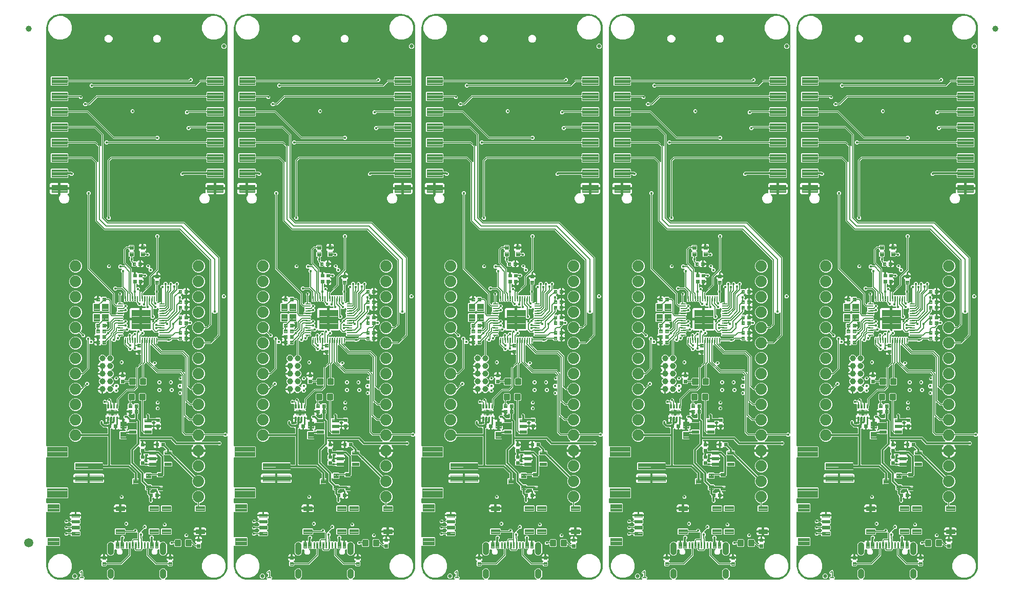
<source format=gtl>
G04 EAGLE Gerber RS-274X export*
G75*
%MOMM*%
%FSLAX34Y34*%
%LPD*%
%INTop Copper*%
%IPPOS*%
%AMOC8*
5,1,8,0,0,1.08239X$1,22.5*%
G01*
%ADD10C,0.203200*%
%ADD11C,0.100800*%
%ADD12C,0.300000*%
%ADD13C,0.104000*%
%ADD14C,0.635000*%
%ADD15C,0.096000*%
%ADD16C,0.102000*%
%ADD17C,0.100000*%
%ADD18C,0.099000*%
%ADD19C,1.000000*%
%ADD20C,0.099059*%
%ADD21C,1.879600*%
%ADD22C,1.000000*%
%ADD23C,0.105000*%
%ADD24C,1.500000*%
%ADD25C,0.450000*%
%ADD26C,0.127000*%
%ADD27C,0.304800*%
%ADD28C,0.254000*%
%ADD29C,0.101600*%

G36*
X1295945Y2545D02*
X1295945Y2545D01*
X1295974Y2542D01*
X1296085Y2565D01*
X1296197Y2581D01*
X1296224Y2593D01*
X1296253Y2598D01*
X1296353Y2651D01*
X1296456Y2697D01*
X1296479Y2716D01*
X1296505Y2729D01*
X1296587Y2807D01*
X1296673Y2880D01*
X1296690Y2905D01*
X1296711Y2925D01*
X1296768Y3023D01*
X1296831Y3117D01*
X1296840Y3145D01*
X1296855Y3170D01*
X1296883Y3280D01*
X1296917Y3388D01*
X1296918Y3418D01*
X1296925Y3446D01*
X1296921Y3559D01*
X1296924Y3672D01*
X1296917Y3701D01*
X1296916Y3730D01*
X1296881Y3838D01*
X1296852Y3947D01*
X1296837Y3973D01*
X1296828Y4001D01*
X1296783Y4065D01*
X1296707Y4192D01*
X1296661Y4235D01*
X1296633Y4274D01*
X1295653Y5254D01*
X1295653Y6938D01*
X1296844Y8129D01*
X1297601Y8129D01*
X1297659Y8137D01*
X1297718Y8135D01*
X1297799Y8157D01*
X1297883Y8169D01*
X1297936Y8192D01*
X1297993Y8207D01*
X1298065Y8250D01*
X1298142Y8285D01*
X1298187Y8323D01*
X1298237Y8352D01*
X1298295Y8414D01*
X1298359Y8468D01*
X1298392Y8517D01*
X1298432Y8560D01*
X1298470Y8635D01*
X1298517Y8705D01*
X1298534Y8761D01*
X1298561Y8813D01*
X1298572Y8881D01*
X1298603Y8976D01*
X1298605Y9076D01*
X1298617Y9144D01*
X1298617Y11336D01*
X1298616Y11338D01*
X1298617Y11340D01*
X1298596Y11480D01*
X1298577Y11617D01*
X1298576Y11619D01*
X1298576Y11622D01*
X1298518Y11749D01*
X1298460Y11877D01*
X1298459Y11879D01*
X1298458Y11880D01*
X1298370Y11984D01*
X1298277Y12094D01*
X1298275Y12095D01*
X1298274Y12097D01*
X1298157Y12174D01*
X1298040Y12251D01*
X1298038Y12252D01*
X1298036Y12253D01*
X1298018Y12259D01*
X1297769Y12337D01*
X1297738Y12338D01*
X1297713Y12345D01*
X1296625Y12466D01*
X1295573Y13781D01*
X1295759Y15455D01*
X1299248Y18246D01*
X1299291Y18292D01*
X1299331Y18321D01*
X1299845Y18834D01*
X1299862Y18837D01*
X1299890Y18849D01*
X1299921Y18856D01*
X1299973Y18884D01*
X1300706Y18803D01*
X1300770Y18805D01*
X1300818Y18797D01*
X1301544Y18797D01*
X1301558Y18787D01*
X1301587Y18775D01*
X1301614Y18758D01*
X1301670Y18742D01*
X1302131Y18166D01*
X1302146Y18152D01*
X1302148Y18149D01*
X1302180Y18119D01*
X1302206Y18082D01*
X1302719Y17569D01*
X1302722Y17552D01*
X1302735Y17523D01*
X1302741Y17492D01*
X1302770Y17441D01*
X1302688Y16707D01*
X1302690Y16644D01*
X1302682Y16595D01*
X1302682Y9144D01*
X1302690Y9086D01*
X1302689Y9028D01*
X1302710Y8946D01*
X1302722Y8862D01*
X1302746Y8809D01*
X1302761Y8753D01*
X1302804Y8680D01*
X1302838Y8603D01*
X1302876Y8558D01*
X1302906Y8508D01*
X1302967Y8450D01*
X1303022Y8386D01*
X1303070Y8354D01*
X1303113Y8314D01*
X1303188Y8275D01*
X1303258Y8228D01*
X1303314Y8211D01*
X1303366Y8184D01*
X1303434Y8173D01*
X1303529Y8143D01*
X1303629Y8140D01*
X1303697Y8129D01*
X1304455Y8129D01*
X1305645Y6938D01*
X1305645Y5254D01*
X1304665Y4274D01*
X1304648Y4250D01*
X1304625Y4231D01*
X1304562Y4137D01*
X1304494Y4047D01*
X1304484Y4019D01*
X1304468Y3995D01*
X1304433Y3887D01*
X1304393Y3781D01*
X1304391Y3752D01*
X1304382Y3724D01*
X1304379Y3610D01*
X1304370Y3498D01*
X1304375Y3469D01*
X1304375Y3440D01*
X1304403Y3330D01*
X1304425Y3219D01*
X1304439Y3193D01*
X1304446Y3165D01*
X1304504Y3067D01*
X1304556Y2967D01*
X1304577Y2945D01*
X1304592Y2920D01*
X1304674Y2843D01*
X1304752Y2761D01*
X1304778Y2746D01*
X1304799Y2726D01*
X1304900Y2674D01*
X1304997Y2617D01*
X1305026Y2610D01*
X1305052Y2596D01*
X1305129Y2583D01*
X1305273Y2547D01*
X1305335Y2549D01*
X1305383Y2541D01*
X1344815Y2541D01*
X1344901Y2553D01*
X1344987Y2555D01*
X1345041Y2573D01*
X1345097Y2581D01*
X1345175Y2616D01*
X1345257Y2642D01*
X1345305Y2674D01*
X1345356Y2697D01*
X1345422Y2752D01*
X1345494Y2800D01*
X1345530Y2844D01*
X1345573Y2880D01*
X1345621Y2952D01*
X1345676Y3018D01*
X1345699Y3070D01*
X1345731Y3117D01*
X1345757Y3199D01*
X1345792Y3278D01*
X1345800Y3334D01*
X1345817Y3388D01*
X1345819Y3474D01*
X1345831Y3559D01*
X1345823Y3616D01*
X1345824Y3672D01*
X1345802Y3755D01*
X1345790Y3841D01*
X1345767Y3893D01*
X1345752Y3947D01*
X1345708Y4021D01*
X1345673Y4100D01*
X1345636Y4143D01*
X1345607Y4192D01*
X1345544Y4251D01*
X1345488Y4316D01*
X1345447Y4342D01*
X1345400Y4386D01*
X1345349Y4412D01*
X1343619Y6142D01*
X1342703Y8353D01*
X1342703Y16747D01*
X1343619Y18958D01*
X1345312Y20651D01*
X1347523Y21567D01*
X1349917Y21567D01*
X1352128Y20651D01*
X1353821Y18958D01*
X1354737Y16747D01*
X1354737Y8353D01*
X1353821Y6142D01*
X1352103Y4424D01*
X1352084Y4415D01*
X1352040Y4378D01*
X1351991Y4350D01*
X1351932Y4287D01*
X1351867Y4231D01*
X1351835Y4184D01*
X1351796Y4143D01*
X1351757Y4067D01*
X1351709Y3995D01*
X1351692Y3941D01*
X1351666Y3890D01*
X1351649Y3806D01*
X1351623Y3724D01*
X1351622Y3667D01*
X1351611Y3611D01*
X1351618Y3526D01*
X1351616Y3440D01*
X1351630Y3385D01*
X1351635Y3328D01*
X1351666Y3248D01*
X1351688Y3165D01*
X1351717Y3116D01*
X1351737Y3063D01*
X1351789Y2994D01*
X1351833Y2920D01*
X1351874Y2881D01*
X1351909Y2836D01*
X1351978Y2785D01*
X1352040Y2726D01*
X1352091Y2700D01*
X1352136Y2666D01*
X1352217Y2635D01*
X1352293Y2596D01*
X1352342Y2588D01*
X1352402Y2565D01*
X1352547Y2554D01*
X1352625Y2541D01*
X1431215Y2541D01*
X1431301Y2553D01*
X1431387Y2555D01*
X1431441Y2573D01*
X1431497Y2581D01*
X1431575Y2616D01*
X1431657Y2642D01*
X1431705Y2674D01*
X1431756Y2697D01*
X1431822Y2752D01*
X1431894Y2800D01*
X1431930Y2844D01*
X1431973Y2880D01*
X1432021Y2952D01*
X1432076Y3018D01*
X1432099Y3070D01*
X1432131Y3117D01*
X1432157Y3199D01*
X1432192Y3278D01*
X1432200Y3334D01*
X1432217Y3388D01*
X1432219Y3474D01*
X1432231Y3559D01*
X1432223Y3616D01*
X1432224Y3672D01*
X1432202Y3755D01*
X1432190Y3841D01*
X1432167Y3893D01*
X1432152Y3947D01*
X1432108Y4021D01*
X1432073Y4100D01*
X1432036Y4143D01*
X1432007Y4192D01*
X1431944Y4251D01*
X1431888Y4316D01*
X1431847Y4342D01*
X1431800Y4386D01*
X1431749Y4412D01*
X1430019Y6142D01*
X1429103Y8353D01*
X1429103Y16747D01*
X1430019Y18958D01*
X1431712Y20651D01*
X1433923Y21567D01*
X1436317Y21567D01*
X1438528Y20651D01*
X1440221Y18958D01*
X1441137Y16747D01*
X1441137Y8353D01*
X1440221Y6142D01*
X1438503Y4424D01*
X1438484Y4415D01*
X1438440Y4378D01*
X1438391Y4350D01*
X1438332Y4287D01*
X1438267Y4231D01*
X1438235Y4184D01*
X1438196Y4143D01*
X1438157Y4067D01*
X1438109Y3995D01*
X1438092Y3941D01*
X1438066Y3890D01*
X1438049Y3806D01*
X1438023Y3724D01*
X1438022Y3667D01*
X1438011Y3611D01*
X1438018Y3526D01*
X1438016Y3440D01*
X1438030Y3385D01*
X1438035Y3328D01*
X1438066Y3248D01*
X1438088Y3165D01*
X1438117Y3116D01*
X1438137Y3063D01*
X1438189Y2994D01*
X1438233Y2920D01*
X1438274Y2881D01*
X1438309Y2836D01*
X1438378Y2785D01*
X1438440Y2726D01*
X1438491Y2700D01*
X1438536Y2666D01*
X1438617Y2635D01*
X1438693Y2596D01*
X1438742Y2588D01*
X1438802Y2565D01*
X1438947Y2554D01*
X1439025Y2541D01*
X1518920Y2541D01*
X1518964Y2547D01*
X1519000Y2544D01*
X1522417Y2813D01*
X1522575Y2848D01*
X1522651Y2859D01*
X1529151Y4971D01*
X1529406Y5096D01*
X1529420Y5109D01*
X1529434Y5115D01*
X1534963Y9133D01*
X1535167Y9330D01*
X1535176Y9346D01*
X1535187Y9357D01*
X1539205Y14886D01*
X1539338Y15137D01*
X1539342Y15156D01*
X1539349Y15169D01*
X1541461Y21669D01*
X1541489Y21829D01*
X1541507Y21903D01*
X1541776Y25320D01*
X1541773Y25365D01*
X1541779Y25400D01*
X1541779Y239328D01*
X1541775Y239357D01*
X1541778Y239387D01*
X1541755Y239498D01*
X1541739Y239610D01*
X1541727Y239637D01*
X1541722Y239665D01*
X1541669Y239766D01*
X1541623Y239869D01*
X1541604Y239892D01*
X1541591Y239918D01*
X1541513Y240000D01*
X1541440Y240086D01*
X1541415Y240103D01*
X1541395Y240124D01*
X1541297Y240181D01*
X1541203Y240244D01*
X1541175Y240253D01*
X1541150Y240268D01*
X1541040Y240295D01*
X1540932Y240330D01*
X1540902Y240330D01*
X1540874Y240338D01*
X1540761Y240334D01*
X1540648Y240337D01*
X1540619Y240330D01*
X1540590Y240329D01*
X1540482Y240294D01*
X1540373Y240265D01*
X1540347Y240250D01*
X1540319Y240241D01*
X1540255Y240196D01*
X1540128Y240120D01*
X1540085Y240074D01*
X1540046Y240046D01*
X1539033Y239033D01*
X1536327Y239033D01*
X1535009Y240351D01*
X1534939Y240403D01*
X1534876Y240463D01*
X1534826Y240489D01*
X1534782Y240522D01*
X1534700Y240553D01*
X1534622Y240593D01*
X1534575Y240601D01*
X1534516Y240623D01*
X1534369Y240635D01*
X1534291Y240648D01*
X1504950Y240648D01*
X1504892Y240640D01*
X1504834Y240642D01*
X1504752Y240620D01*
X1504668Y240608D01*
X1504615Y240585D01*
X1504559Y240570D01*
X1504486Y240527D01*
X1504409Y240492D01*
X1504364Y240454D01*
X1504314Y240425D01*
X1504256Y240363D01*
X1504192Y240309D01*
X1504160Y240260D01*
X1504120Y240217D01*
X1504081Y240142D01*
X1504034Y240072D01*
X1504017Y240016D01*
X1503990Y239964D01*
X1503979Y239896D01*
X1503949Y239801D01*
X1503946Y239701D01*
X1503935Y239633D01*
X1503935Y239228D01*
X1502349Y235401D01*
X1499443Y232494D01*
X1499425Y232470D01*
X1499403Y232451D01*
X1499340Y232357D01*
X1499272Y232267D01*
X1499261Y232239D01*
X1499245Y232215D01*
X1499211Y232107D01*
X1499170Y232001D01*
X1499168Y231972D01*
X1499159Y231944D01*
X1499156Y231830D01*
X1499147Y231718D01*
X1499153Y231689D01*
X1499152Y231660D01*
X1499180Y231550D01*
X1499203Y231439D01*
X1499216Y231413D01*
X1499224Y231385D01*
X1499282Y231287D01*
X1499334Y231187D01*
X1499354Y231165D01*
X1499369Y231140D01*
X1499451Y231063D01*
X1499530Y230981D01*
X1499555Y230966D01*
X1499576Y230946D01*
X1499677Y230894D01*
X1499775Y230837D01*
X1499803Y230830D01*
X1499829Y230816D01*
X1499907Y230803D01*
X1500050Y230767D01*
X1500113Y230769D01*
X1500160Y230761D01*
X1525860Y230761D01*
X1525947Y230773D01*
X1526034Y230776D01*
X1526087Y230793D01*
X1526142Y230801D01*
X1526222Y230836D01*
X1526305Y230863D01*
X1526344Y230891D01*
X1526401Y230917D01*
X1526515Y231013D01*
X1526578Y231058D01*
X1527007Y231487D01*
X1529713Y231487D01*
X1531627Y229573D01*
X1531627Y226867D01*
X1529713Y224953D01*
X1527007Y224953D01*
X1526578Y225382D01*
X1526508Y225434D01*
X1526445Y225494D01*
X1526395Y225520D01*
X1526351Y225553D01*
X1526269Y225584D01*
X1526191Y225624D01*
X1526144Y225632D01*
X1526085Y225654D01*
X1525938Y225666D01*
X1525860Y225679D01*
X1503076Y225679D01*
X1503047Y225675D01*
X1503017Y225678D01*
X1502906Y225655D01*
X1502794Y225639D01*
X1502767Y225627D01*
X1502739Y225622D01*
X1502638Y225570D01*
X1502535Y225523D01*
X1502512Y225504D01*
X1502486Y225491D01*
X1502404Y225413D01*
X1502318Y225340D01*
X1502301Y225315D01*
X1502280Y225295D01*
X1502223Y225197D01*
X1502160Y225103D01*
X1502151Y225075D01*
X1502136Y225050D01*
X1502109Y224940D01*
X1502074Y224832D01*
X1502074Y224803D01*
X1502066Y224774D01*
X1502070Y224661D01*
X1502067Y224548D01*
X1502074Y224519D01*
X1502075Y224490D01*
X1502110Y224382D01*
X1502139Y224273D01*
X1502154Y224247D01*
X1502163Y224219D01*
X1502208Y224156D01*
X1502284Y224028D01*
X1502330Y223985D01*
X1502358Y223946D01*
X1502626Y223677D01*
X1503731Y222157D01*
X1504584Y220483D01*
X1505165Y218696D01*
X1505286Y217931D01*
X1494536Y217931D01*
X1494478Y217923D01*
X1494420Y217925D01*
X1494338Y217903D01*
X1494255Y217891D01*
X1494201Y217867D01*
X1494145Y217853D01*
X1494072Y217810D01*
X1493995Y217775D01*
X1493951Y217737D01*
X1493900Y217707D01*
X1493843Y217646D01*
X1493778Y217591D01*
X1493746Y217543D01*
X1493706Y217500D01*
X1493667Y217425D01*
X1493621Y217355D01*
X1493603Y217299D01*
X1493576Y217247D01*
X1493565Y217179D01*
X1493535Y217084D01*
X1493532Y216984D01*
X1493521Y216916D01*
X1493521Y215899D01*
X1493519Y215899D01*
X1493519Y216916D01*
X1493511Y216974D01*
X1493512Y217032D01*
X1493491Y217114D01*
X1493479Y217197D01*
X1493455Y217251D01*
X1493441Y217307D01*
X1493398Y217380D01*
X1493363Y217457D01*
X1493325Y217502D01*
X1493295Y217552D01*
X1493234Y217610D01*
X1493179Y217674D01*
X1493131Y217706D01*
X1493088Y217746D01*
X1493013Y217785D01*
X1492943Y217831D01*
X1492887Y217849D01*
X1492835Y217876D01*
X1492767Y217887D01*
X1492672Y217917D01*
X1492572Y217920D01*
X1492504Y217931D01*
X1481754Y217931D01*
X1481875Y218696D01*
X1482456Y220483D01*
X1483309Y222157D01*
X1484414Y223677D01*
X1484682Y223946D01*
X1484700Y223970D01*
X1484722Y223989D01*
X1484785Y224083D01*
X1484853Y224173D01*
X1484864Y224201D01*
X1484880Y224225D01*
X1484914Y224333D01*
X1484954Y224439D01*
X1484957Y224468D01*
X1484966Y224496D01*
X1484969Y224609D01*
X1484978Y224722D01*
X1484972Y224751D01*
X1484973Y224780D01*
X1484944Y224890D01*
X1484922Y225001D01*
X1484909Y225027D01*
X1484901Y225055D01*
X1484843Y225153D01*
X1484791Y225253D01*
X1484771Y225275D01*
X1484756Y225300D01*
X1484673Y225377D01*
X1484595Y225459D01*
X1484570Y225474D01*
X1484549Y225494D01*
X1484448Y225546D01*
X1484350Y225603D01*
X1484322Y225610D01*
X1484295Y225624D01*
X1484218Y225637D01*
X1484075Y225673D01*
X1484012Y225671D01*
X1483964Y225679D01*
X1456018Y225679D01*
X1448315Y233382D01*
X1448245Y233434D01*
X1448181Y233494D01*
X1448132Y233520D01*
X1448088Y233553D01*
X1448006Y233584D01*
X1447928Y233624D01*
X1447881Y233632D01*
X1447822Y233654D01*
X1447674Y233666D01*
X1447597Y233679D01*
X1398016Y233679D01*
X1397958Y233671D01*
X1397900Y233673D01*
X1397818Y233651D01*
X1397734Y233639D01*
X1397681Y233616D01*
X1397625Y233601D01*
X1397552Y233558D01*
X1397475Y233523D01*
X1397430Y233485D01*
X1397380Y233456D01*
X1397322Y233394D01*
X1397258Y233340D01*
X1397226Y233291D01*
X1397186Y233248D01*
X1397147Y233173D01*
X1397100Y233103D01*
X1397083Y233047D01*
X1397056Y232995D01*
X1397045Y232927D01*
X1397015Y232832D01*
X1397012Y232732D01*
X1397001Y232664D01*
X1397001Y232536D01*
X1397009Y232478D01*
X1397007Y232420D01*
X1397029Y232338D01*
X1397041Y232254D01*
X1397064Y232201D01*
X1397079Y232145D01*
X1397122Y232072D01*
X1397157Y231995D01*
X1397195Y231950D01*
X1397224Y231900D01*
X1397286Y231842D01*
X1397340Y231778D01*
X1397389Y231746D01*
X1397432Y231706D01*
X1397507Y231667D01*
X1397577Y231620D01*
X1397633Y231603D01*
X1397685Y231576D01*
X1397753Y231565D01*
X1397848Y231535D01*
X1397948Y231532D01*
X1398016Y231521D01*
X1399311Y231521D01*
X1399311Y226464D01*
X1399319Y226406D01*
X1399317Y226348D01*
X1399339Y226266D01*
X1399351Y226183D01*
X1399374Y226129D01*
X1399389Y226073D01*
X1399432Y226000D01*
X1399467Y225923D01*
X1399505Y225879D01*
X1399534Y225828D01*
X1399596Y225771D01*
X1399650Y225706D01*
X1399699Y225674D01*
X1399742Y225634D01*
X1399817Y225595D01*
X1399887Y225549D01*
X1399943Y225531D01*
X1399995Y225504D01*
X1400063Y225493D01*
X1400158Y225463D01*
X1400258Y225460D01*
X1400285Y225456D01*
X1400287Y225438D01*
X1400286Y225380D01*
X1400307Y225298D01*
X1400319Y225214D01*
X1400343Y225161D01*
X1400357Y225105D01*
X1400401Y225032D01*
X1400435Y224955D01*
X1400473Y224910D01*
X1400503Y224860D01*
X1400564Y224802D01*
X1400619Y224738D01*
X1400667Y224706D01*
X1400710Y224666D01*
X1400785Y224627D01*
X1400855Y224580D01*
X1400911Y224563D01*
X1400963Y224536D01*
X1401031Y224525D01*
X1401126Y224495D01*
X1401226Y224492D01*
X1401294Y224481D01*
X1406351Y224481D01*
X1406351Y223088D01*
X1406143Y222312D01*
X1405741Y221617D01*
X1405173Y221049D01*
X1404865Y220871D01*
X1404827Y220841D01*
X1404784Y220819D01*
X1404715Y220754D01*
X1404642Y220696D01*
X1404613Y220656D01*
X1404578Y220623D01*
X1404530Y220542D01*
X1404475Y220465D01*
X1404459Y220420D01*
X1404434Y220377D01*
X1404411Y220286D01*
X1404379Y220198D01*
X1404376Y220149D01*
X1404364Y220102D01*
X1404367Y220008D01*
X1404361Y219914D01*
X1404371Y219867D01*
X1404373Y219818D01*
X1404402Y219728D01*
X1404422Y219637D01*
X1404445Y219594D01*
X1404460Y219547D01*
X1404503Y219487D01*
X1404558Y219387D01*
X1404619Y219325D01*
X1404655Y219274D01*
X1404827Y219102D01*
X1404827Y216256D01*
X1404835Y216198D01*
X1404833Y216140D01*
X1404855Y216058D01*
X1404867Y215974D01*
X1404890Y215921D01*
X1404905Y215865D01*
X1404948Y215792D01*
X1404983Y215715D01*
X1405021Y215670D01*
X1405050Y215620D01*
X1405112Y215562D01*
X1405166Y215498D01*
X1405215Y215466D01*
X1405258Y215426D01*
X1405333Y215387D01*
X1405403Y215340D01*
X1405459Y215323D01*
X1405511Y215296D01*
X1405579Y215285D01*
X1405674Y215255D01*
X1405774Y215252D01*
X1405842Y215241D01*
X1409241Y215241D01*
X1409328Y215253D01*
X1409415Y215256D01*
X1409468Y215273D01*
X1409523Y215281D01*
X1409603Y215316D01*
X1409686Y215343D01*
X1409725Y215371D01*
X1409782Y215397D01*
X1409895Y215493D01*
X1409959Y215538D01*
X1410888Y216467D01*
X1423150Y216467D01*
X1424079Y215538D01*
X1424149Y215486D01*
X1424213Y215426D01*
X1424262Y215400D01*
X1424306Y215367D01*
X1424388Y215336D01*
X1424466Y215296D01*
X1424513Y215288D01*
X1424572Y215266D01*
X1424719Y215254D01*
X1424797Y215241D01*
X1427922Y215241D01*
X1434271Y208892D01*
X1434295Y208874D01*
X1434314Y208852D01*
X1434408Y208789D01*
X1434498Y208721D01*
X1434526Y208711D01*
X1434550Y208694D01*
X1434658Y208660D01*
X1434764Y208620D01*
X1434793Y208617D01*
X1434821Y208609D01*
X1434935Y208606D01*
X1435047Y208596D01*
X1435076Y208602D01*
X1435105Y208601D01*
X1435215Y208630D01*
X1435326Y208652D01*
X1435352Y208666D01*
X1435380Y208673D01*
X1435478Y208731D01*
X1435578Y208783D01*
X1435600Y208803D01*
X1435625Y208818D01*
X1435702Y208901D01*
X1435784Y208979D01*
X1435799Y209004D01*
X1435819Y209026D01*
X1435871Y209127D01*
X1435928Y209224D01*
X1435935Y209253D01*
X1435949Y209279D01*
X1435962Y209356D01*
X1435998Y209500D01*
X1435996Y209562D01*
X1436004Y209610D01*
X1436004Y215581D01*
X1436890Y216467D01*
X1438569Y216467D01*
X1438598Y216471D01*
X1438627Y216468D01*
X1438738Y216491D01*
X1438851Y216507D01*
X1438877Y216519D01*
X1438906Y216524D01*
X1439007Y216576D01*
X1439110Y216623D01*
X1439132Y216642D01*
X1439158Y216655D01*
X1439241Y216733D01*
X1439327Y216806D01*
X1439343Y216831D01*
X1439365Y216851D01*
X1439422Y216949D01*
X1439485Y217043D01*
X1439493Y217071D01*
X1439508Y217096D01*
X1439536Y217206D01*
X1439570Y217314D01*
X1439571Y217344D01*
X1439578Y217372D01*
X1439575Y217485D01*
X1439578Y217598D01*
X1439570Y217627D01*
X1439569Y217656D01*
X1439534Y217764D01*
X1439506Y217873D01*
X1439491Y217899D01*
X1439482Y217927D01*
X1439436Y217990D01*
X1439361Y218118D01*
X1439315Y218161D01*
X1439287Y218200D01*
X1435741Y221746D01*
X1435671Y221798D01*
X1435607Y221858D01*
X1435558Y221884D01*
X1435514Y221917D01*
X1435432Y221948D01*
X1435354Y221988D01*
X1435307Y221996D01*
X1435248Y222018D01*
X1435100Y222030D01*
X1435023Y222043D01*
X1431898Y222043D01*
X1431726Y222215D01*
X1431687Y222244D01*
X1431654Y222280D01*
X1431574Y222329D01*
X1431499Y222386D01*
X1431453Y222403D01*
X1431412Y222429D01*
X1431321Y222454D01*
X1431233Y222487D01*
X1431184Y222491D01*
X1431137Y222504D01*
X1431044Y222503D01*
X1430950Y222511D01*
X1430902Y222501D01*
X1430853Y222500D01*
X1430763Y222473D01*
X1430671Y222455D01*
X1430628Y222432D01*
X1430581Y222418D01*
X1430502Y222367D01*
X1430419Y222324D01*
X1430383Y222290D01*
X1430342Y222264D01*
X1430295Y222206D01*
X1430213Y222128D01*
X1430169Y222053D01*
X1430129Y222005D01*
X1429951Y221697D01*
X1429383Y221129D01*
X1428688Y220727D01*
X1427912Y220519D01*
X1426519Y220519D01*
X1426519Y225576D01*
X1426511Y225634D01*
X1426513Y225692D01*
X1426491Y225774D01*
X1426479Y225857D01*
X1426456Y225911D01*
X1426441Y225967D01*
X1426398Y226040D01*
X1426389Y226059D01*
X1426420Y226105D01*
X1426437Y226161D01*
X1426464Y226213D01*
X1426475Y226281D01*
X1426505Y226376D01*
X1426508Y226476D01*
X1426519Y226544D01*
X1426519Y231601D01*
X1427912Y231601D01*
X1428688Y231393D01*
X1429383Y230991D01*
X1429951Y230423D01*
X1430129Y230115D01*
X1430159Y230077D01*
X1430181Y230034D01*
X1430246Y229966D01*
X1430304Y229892D01*
X1430343Y229863D01*
X1430377Y229828D01*
X1430459Y229780D01*
X1430534Y229725D01*
X1430580Y229709D01*
X1430622Y229684D01*
X1430714Y229661D01*
X1430802Y229629D01*
X1430851Y229626D01*
X1430898Y229614D01*
X1430992Y229617D01*
X1431086Y229611D01*
X1431133Y229621D01*
X1431182Y229623D01*
X1431271Y229652D01*
X1431363Y229672D01*
X1431406Y229695D01*
X1431453Y229710D01*
X1431513Y229753D01*
X1431613Y229808D01*
X1431675Y229869D01*
X1431726Y229905D01*
X1431898Y230077D01*
X1438142Y230077D01*
X1439037Y229182D01*
X1439037Y226057D01*
X1439049Y225970D01*
X1439052Y225883D01*
X1439069Y225830D01*
X1439077Y225775D01*
X1439112Y225696D01*
X1439139Y225612D01*
X1439167Y225573D01*
X1439193Y225516D01*
X1439289Y225403D01*
X1439334Y225339D01*
X1445562Y219111D01*
X1445562Y217482D01*
X1445570Y217424D01*
X1445568Y217366D01*
X1445590Y217284D01*
X1445602Y217200D01*
X1445625Y217147D01*
X1445640Y217091D01*
X1445683Y217018D01*
X1445718Y216941D01*
X1445756Y216896D01*
X1445785Y216846D01*
X1445847Y216788D01*
X1445901Y216724D01*
X1445950Y216692D01*
X1445993Y216652D01*
X1446068Y216613D01*
X1446138Y216566D01*
X1446194Y216549D01*
X1446246Y216522D01*
X1446314Y216511D01*
X1446409Y216481D01*
X1446509Y216478D01*
X1446577Y216467D01*
X1449152Y216467D01*
X1450038Y215581D01*
X1450038Y212596D01*
X1450050Y212509D01*
X1450053Y212422D01*
X1450070Y212369D01*
X1450078Y212314D01*
X1450113Y212235D01*
X1450140Y212151D01*
X1450168Y212112D01*
X1450194Y212055D01*
X1450290Y211942D01*
X1450335Y211878D01*
X1455449Y206764D01*
X1455519Y206712D01*
X1455583Y206652D01*
X1455632Y206626D01*
X1455676Y206593D01*
X1455758Y206562D01*
X1455836Y206522D01*
X1455883Y206514D01*
X1455942Y206492D01*
X1456090Y206480D01*
X1456167Y206467D01*
X1456773Y206467D01*
X1458687Y204553D01*
X1458687Y203947D01*
X1458699Y203860D01*
X1458702Y203773D01*
X1458719Y203720D01*
X1458727Y203665D01*
X1458762Y203586D01*
X1458789Y203502D01*
X1458817Y203463D01*
X1458843Y203406D01*
X1458939Y203293D01*
X1458984Y203229D01*
X1487610Y174603D01*
X1487611Y174602D01*
X1487612Y174601D01*
X1487727Y174515D01*
X1487837Y174432D01*
X1487839Y174432D01*
X1487840Y174431D01*
X1487973Y174380D01*
X1488103Y174331D01*
X1488104Y174331D01*
X1488106Y174330D01*
X1488250Y174319D01*
X1488386Y174308D01*
X1488388Y174308D01*
X1488389Y174308D01*
X1488405Y174311D01*
X1488665Y174363D01*
X1488692Y174377D01*
X1488716Y174383D01*
X1491448Y175515D01*
X1495592Y175515D01*
X1499420Y173929D01*
X1502349Y171000D01*
X1503935Y167172D01*
X1503935Y163028D01*
X1502349Y159200D01*
X1499420Y156271D01*
X1495592Y154685D01*
X1491448Y154685D01*
X1487620Y156271D01*
X1484691Y159200D01*
X1483105Y163028D01*
X1483105Y167172D01*
X1484237Y169904D01*
X1484237Y169905D01*
X1484238Y169907D01*
X1484272Y170041D01*
X1484308Y170179D01*
X1484308Y170181D01*
X1484308Y170182D01*
X1484304Y170323D01*
X1484300Y170463D01*
X1484299Y170465D01*
X1484299Y170466D01*
X1484257Y170598D01*
X1484213Y170734D01*
X1484212Y170735D01*
X1484212Y170737D01*
X1484203Y170749D01*
X1484055Y170970D01*
X1484031Y170990D01*
X1484017Y171010D01*
X1455391Y199636D01*
X1455321Y199688D01*
X1455257Y199748D01*
X1455208Y199774D01*
X1455164Y199807D01*
X1455082Y199838D01*
X1455004Y199878D01*
X1454957Y199886D01*
X1454898Y199908D01*
X1454750Y199920D01*
X1454673Y199933D01*
X1454067Y199933D01*
X1452153Y201847D01*
X1452153Y202453D01*
X1452141Y202540D01*
X1452138Y202627D01*
X1452121Y202680D01*
X1452113Y202735D01*
X1452078Y202814D01*
X1452051Y202898D01*
X1452023Y202937D01*
X1451997Y202994D01*
X1451901Y203107D01*
X1451856Y203171D01*
X1446391Y208636D01*
X1446321Y208688D01*
X1446257Y208748D01*
X1446208Y208774D01*
X1446164Y208807D01*
X1446082Y208838D01*
X1446004Y208878D01*
X1445957Y208886D01*
X1445898Y208908D01*
X1445750Y208920D01*
X1445673Y208933D01*
X1436681Y208933D01*
X1436652Y208929D01*
X1436623Y208932D01*
X1436512Y208909D01*
X1436399Y208893D01*
X1436373Y208881D01*
X1436344Y208876D01*
X1436243Y208823D01*
X1436140Y208777D01*
X1436118Y208758D01*
X1436092Y208745D01*
X1436009Y208667D01*
X1435923Y208594D01*
X1435907Y208569D01*
X1435885Y208549D01*
X1435828Y208451D01*
X1435765Y208357D01*
X1435757Y208329D01*
X1435742Y208304D01*
X1435714Y208194D01*
X1435680Y208086D01*
X1435679Y208056D01*
X1435672Y208028D01*
X1435675Y207915D01*
X1435672Y207802D01*
X1435680Y207773D01*
X1435681Y207744D01*
X1435716Y207636D01*
X1435744Y207527D01*
X1435759Y207501D01*
X1435768Y207473D01*
X1435814Y207409D01*
X1435889Y207282D01*
X1435935Y207239D01*
X1435963Y207200D01*
X1436371Y206792D01*
X1436371Y198482D01*
X1436379Y198424D01*
X1436377Y198368D01*
X1436377Y198367D01*
X1436377Y198366D01*
X1436399Y198284D01*
X1436411Y198200D01*
X1436434Y198147D01*
X1436449Y198091D01*
X1436492Y198018D01*
X1436527Y197941D01*
X1436565Y197896D01*
X1436594Y197846D01*
X1436656Y197788D01*
X1436710Y197724D01*
X1436759Y197692D01*
X1436802Y197652D01*
X1436877Y197613D01*
X1436947Y197566D01*
X1437003Y197549D01*
X1437055Y197522D01*
X1437123Y197511D01*
X1437218Y197481D01*
X1437318Y197478D01*
X1437386Y197467D01*
X1449152Y197467D01*
X1450038Y196581D01*
X1450038Y190819D01*
X1449152Y189933D01*
X1437386Y189933D01*
X1437328Y189925D01*
X1437270Y189927D01*
X1437188Y189905D01*
X1437104Y189893D01*
X1437051Y189870D01*
X1436995Y189855D01*
X1436922Y189812D01*
X1436845Y189777D01*
X1436800Y189739D01*
X1436750Y189710D01*
X1436692Y189648D01*
X1436628Y189594D01*
X1436596Y189545D01*
X1436556Y189502D01*
X1436517Y189427D01*
X1436470Y189357D01*
X1436453Y189301D01*
X1436426Y189249D01*
X1436415Y189181D01*
X1436385Y189086D01*
X1436382Y188986D01*
X1436371Y188918D01*
X1436371Y175548D01*
X1435484Y174661D01*
X1435432Y174591D01*
X1435372Y174527D01*
X1435346Y174478D01*
X1435313Y174434D01*
X1435282Y174352D01*
X1435242Y174274D01*
X1435234Y174227D01*
X1435212Y174168D01*
X1435200Y174020D01*
X1435187Y173943D01*
X1435187Y173324D01*
X1434296Y172433D01*
X1425744Y172433D01*
X1424853Y173324D01*
X1424853Y173933D01*
X1424845Y173991D01*
X1424847Y174049D01*
X1424825Y174131D01*
X1424813Y174215D01*
X1424790Y174268D01*
X1424775Y174324D01*
X1424732Y174397D01*
X1424697Y174474D01*
X1424659Y174519D01*
X1424630Y174569D01*
X1424568Y174627D01*
X1424514Y174691D01*
X1424465Y174723D01*
X1424422Y174763D01*
X1424347Y174802D01*
X1424277Y174849D01*
X1424221Y174866D01*
X1424169Y174893D01*
X1424101Y174904D01*
X1424006Y174934D01*
X1423906Y174937D01*
X1423838Y174948D01*
X1417342Y174948D01*
X1417284Y174940D01*
X1417226Y174942D01*
X1417144Y174920D01*
X1417060Y174908D01*
X1417007Y174885D01*
X1416951Y174870D01*
X1416878Y174827D01*
X1416801Y174792D01*
X1416756Y174754D01*
X1416706Y174725D01*
X1416648Y174663D01*
X1416584Y174609D01*
X1416552Y174560D01*
X1416512Y174517D01*
X1416473Y174442D01*
X1416426Y174372D01*
X1416409Y174316D01*
X1416382Y174264D01*
X1416371Y174196D01*
X1416341Y174101D01*
X1416338Y174001D01*
X1416327Y173933D01*
X1416327Y170483D01*
X1415427Y169583D01*
X1406193Y169583D01*
X1405084Y170693D01*
X1405060Y170711D01*
X1405041Y170733D01*
X1404947Y170796D01*
X1404857Y170864D01*
X1404829Y170874D01*
X1404805Y170890D01*
X1404697Y170925D01*
X1404591Y170965D01*
X1404562Y170967D01*
X1404534Y170976D01*
X1404420Y170979D01*
X1404308Y170989D01*
X1404279Y170983D01*
X1404250Y170984D01*
X1404140Y170955D01*
X1404029Y170933D01*
X1404003Y170919D01*
X1403975Y170912D01*
X1403877Y170854D01*
X1403777Y170802D01*
X1403755Y170781D01*
X1403730Y170766D01*
X1403653Y170684D01*
X1403571Y170606D01*
X1403556Y170581D01*
X1403536Y170559D01*
X1403484Y170458D01*
X1403427Y170361D01*
X1403420Y170332D01*
X1403406Y170306D01*
X1403393Y170229D01*
X1403357Y170085D01*
X1403359Y170023D01*
X1403351Y169975D01*
X1403351Y167073D01*
X1403363Y166986D01*
X1403366Y166899D01*
X1403383Y166846D01*
X1403391Y166791D01*
X1403426Y166712D01*
X1403453Y166628D01*
X1403481Y166589D01*
X1403507Y166532D01*
X1403603Y166419D01*
X1403648Y166355D01*
X1409089Y160914D01*
X1409159Y160862D01*
X1409223Y160802D01*
X1409272Y160776D01*
X1409316Y160743D01*
X1409398Y160712D01*
X1409476Y160672D01*
X1409523Y160664D01*
X1409582Y160642D01*
X1409730Y160630D01*
X1409807Y160617D01*
X1415427Y160617D01*
X1416327Y159717D01*
X1416327Y159156D01*
X1416335Y159098D01*
X1416333Y159040D01*
X1416355Y158958D01*
X1416367Y158874D01*
X1416390Y158821D01*
X1416405Y158765D01*
X1416448Y158692D01*
X1416483Y158615D01*
X1416521Y158570D01*
X1416550Y158520D01*
X1416612Y158462D01*
X1416666Y158398D01*
X1416715Y158366D01*
X1416758Y158326D01*
X1416833Y158287D01*
X1416903Y158240D01*
X1416959Y158223D01*
X1417011Y158196D01*
X1417079Y158185D01*
X1417174Y158155D01*
X1417274Y158152D01*
X1417342Y158141D01*
X1429072Y158141D01*
X1429149Y158064D01*
X1429219Y158012D01*
X1429283Y157952D01*
X1429332Y157926D01*
X1429376Y157893D01*
X1429458Y157862D01*
X1429536Y157822D01*
X1429583Y157814D01*
X1429642Y157792D01*
X1429790Y157780D01*
X1429867Y157767D01*
X1434296Y157767D01*
X1435187Y156876D01*
X1435187Y150324D01*
X1434296Y149433D01*
X1429094Y149433D01*
X1429075Y149431D01*
X1429055Y149433D01*
X1428934Y149411D01*
X1428813Y149393D01*
X1428795Y149385D01*
X1428775Y149382D01*
X1428665Y149327D01*
X1428553Y149277D01*
X1428538Y149265D01*
X1428521Y149256D01*
X1428430Y149173D01*
X1428336Y149094D01*
X1428325Y149077D01*
X1428311Y149064D01*
X1428247Y148959D01*
X1428179Y148857D01*
X1428173Y148838D01*
X1428162Y148822D01*
X1428130Y148703D01*
X1428093Y148586D01*
X1428092Y148566D01*
X1428087Y148547D01*
X1428089Y148425D01*
X1428086Y148302D01*
X1428090Y148283D01*
X1428091Y148263D01*
X1428126Y148145D01*
X1428157Y148027D01*
X1428167Y148010D01*
X1428173Y147991D01*
X1428240Y147887D01*
X1428303Y147782D01*
X1428317Y147769D01*
X1428328Y147752D01*
X1428384Y147706D01*
X1428510Y147588D01*
X1428555Y147564D01*
X1428587Y147539D01*
X1429223Y147171D01*
X1429791Y146603D01*
X1430193Y145908D01*
X1430401Y145132D01*
X1430401Y143739D01*
X1426359Y143739D01*
X1426359Y148418D01*
X1426351Y148476D01*
X1426353Y148534D01*
X1426331Y148616D01*
X1426319Y148700D01*
X1426296Y148753D01*
X1426281Y148809D01*
X1426238Y148882D01*
X1426203Y148959D01*
X1426165Y149004D01*
X1426136Y149054D01*
X1426074Y149112D01*
X1426020Y149176D01*
X1425971Y149208D01*
X1425940Y149237D01*
X1424853Y150324D01*
X1424853Y152044D01*
X1424845Y152102D01*
X1424847Y152160D01*
X1424825Y152242D01*
X1424813Y152326D01*
X1424790Y152379D01*
X1424775Y152435D01*
X1424732Y152508D01*
X1424697Y152585D01*
X1424659Y152630D01*
X1424630Y152680D01*
X1424568Y152738D01*
X1424514Y152802D01*
X1424465Y152834D01*
X1424422Y152874D01*
X1424347Y152913D01*
X1424277Y152960D01*
X1424221Y152977D01*
X1424169Y153004D01*
X1424101Y153015D01*
X1424006Y153045D01*
X1423906Y153048D01*
X1423838Y153059D01*
X1417342Y153059D01*
X1417284Y153051D01*
X1417226Y153053D01*
X1417144Y153031D01*
X1417060Y153019D01*
X1417007Y152996D01*
X1416951Y152981D01*
X1416878Y152938D01*
X1416801Y152903D01*
X1416756Y152865D01*
X1416706Y152836D01*
X1416648Y152774D01*
X1416584Y152720D01*
X1416552Y152671D01*
X1416512Y152628D01*
X1416473Y152553D01*
X1416426Y152483D01*
X1416409Y152427D01*
X1416382Y152375D01*
X1416371Y152307D01*
X1416341Y152212D01*
X1416338Y152112D01*
X1416327Y152044D01*
X1416327Y151483D01*
X1415427Y150583D01*
X1414366Y150583D01*
X1414308Y150575D01*
X1414250Y150577D01*
X1414168Y150555D01*
X1414084Y150543D01*
X1414031Y150520D01*
X1413975Y150505D01*
X1413902Y150462D01*
X1413825Y150427D01*
X1413780Y150389D01*
X1413730Y150360D01*
X1413672Y150298D01*
X1413608Y150244D01*
X1413576Y150195D01*
X1413536Y150152D01*
X1413497Y150077D01*
X1413450Y150007D01*
X1413433Y149951D01*
X1413406Y149899D01*
X1413395Y149831D01*
X1413365Y149736D01*
X1413362Y149636D01*
X1413351Y149568D01*
X1413351Y147272D01*
X1413359Y147214D01*
X1413357Y147156D01*
X1413379Y147074D01*
X1413391Y146990D01*
X1413414Y146937D01*
X1413429Y146881D01*
X1413472Y146808D01*
X1413507Y146731D01*
X1413545Y146686D01*
X1413574Y146636D01*
X1413636Y146578D01*
X1413690Y146514D01*
X1413739Y146482D01*
X1413782Y146442D01*
X1413857Y146403D01*
X1413927Y146356D01*
X1413983Y146339D01*
X1414035Y146312D01*
X1414103Y146301D01*
X1414198Y146271D01*
X1414298Y146268D01*
X1414366Y146257D01*
X1417982Y146257D01*
X1418154Y146085D01*
X1418193Y146056D01*
X1418226Y146020D01*
X1418306Y145971D01*
X1418381Y145914D01*
X1418427Y145897D01*
X1418468Y145871D01*
X1418559Y145847D01*
X1418647Y145813D01*
X1418696Y145809D01*
X1418742Y145796D01*
X1418836Y145797D01*
X1418930Y145789D01*
X1418978Y145799D01*
X1419027Y145800D01*
X1419117Y145827D01*
X1419209Y145845D01*
X1419252Y145868D01*
X1419299Y145882D01*
X1419378Y145933D01*
X1419461Y145976D01*
X1419496Y146010D01*
X1419538Y146036D01*
X1419585Y146094D01*
X1419667Y146172D01*
X1419711Y146247D01*
X1419751Y146295D01*
X1419929Y146603D01*
X1420497Y147171D01*
X1421192Y147573D01*
X1421968Y147781D01*
X1423361Y147781D01*
X1423361Y142724D01*
X1423369Y142666D01*
X1423367Y142608D01*
X1423389Y142526D01*
X1423401Y142443D01*
X1423424Y142389D01*
X1423439Y142333D01*
X1423482Y142260D01*
X1423491Y142241D01*
X1423460Y142195D01*
X1423443Y142139D01*
X1423416Y142087D01*
X1423405Y142019D01*
X1423375Y141924D01*
X1423372Y141824D01*
X1423361Y141756D01*
X1423361Y136699D01*
X1421968Y136699D01*
X1421192Y136907D01*
X1420497Y137309D01*
X1419929Y137877D01*
X1419751Y138185D01*
X1419721Y138223D01*
X1419699Y138266D01*
X1419634Y138335D01*
X1419576Y138408D01*
X1419536Y138437D01*
X1419503Y138472D01*
X1419422Y138520D01*
X1419345Y138575D01*
X1419300Y138591D01*
X1419257Y138616D01*
X1419166Y138639D01*
X1419078Y138671D01*
X1419029Y138674D01*
X1418982Y138686D01*
X1418888Y138683D01*
X1418794Y138689D01*
X1418747Y138679D01*
X1418698Y138677D01*
X1418608Y138648D01*
X1418517Y138628D01*
X1418474Y138605D01*
X1418427Y138590D01*
X1418367Y138547D01*
X1418267Y138492D01*
X1418205Y138431D01*
X1418154Y138395D01*
X1417852Y138093D01*
X1417795Y138067D01*
X1417750Y138029D01*
X1417700Y138000D01*
X1417642Y137938D01*
X1417578Y137884D01*
X1417546Y137835D01*
X1417506Y137792D01*
X1417467Y137717D01*
X1417420Y137647D01*
X1417403Y137591D01*
X1417376Y137539D01*
X1417365Y137471D01*
X1417335Y137376D01*
X1417332Y137276D01*
X1417321Y137208D01*
X1417321Y135850D01*
X1417333Y135763D01*
X1417336Y135676D01*
X1417353Y135623D01*
X1417361Y135568D01*
X1417396Y135488D01*
X1417423Y135405D01*
X1417451Y135366D01*
X1417477Y135309D01*
X1417573Y135195D01*
X1417618Y135132D01*
X1418047Y134703D01*
X1418047Y131997D01*
X1416133Y130083D01*
X1413427Y130083D01*
X1411513Y131997D01*
X1411513Y134703D01*
X1411942Y135132D01*
X1411994Y135202D01*
X1412054Y135265D01*
X1412080Y135315D01*
X1412113Y135359D01*
X1412144Y135441D01*
X1412184Y135519D01*
X1412192Y135566D01*
X1412214Y135625D01*
X1412226Y135772D01*
X1412239Y135850D01*
X1412239Y137301D01*
X1412227Y137388D01*
X1412224Y137475D01*
X1412207Y137528D01*
X1412199Y137583D01*
X1412164Y137662D01*
X1412137Y137746D01*
X1412109Y137785D01*
X1412083Y137842D01*
X1411987Y137955D01*
X1411942Y138019D01*
X1410843Y139118D01*
X1410843Y141393D01*
X1410831Y141480D01*
X1410828Y141567D01*
X1410811Y141620D01*
X1410803Y141675D01*
X1410768Y141754D01*
X1410741Y141838D01*
X1410713Y141877D01*
X1410687Y141934D01*
X1410591Y142047D01*
X1410546Y142111D01*
X1408269Y144388D01*
X1408269Y149568D01*
X1408261Y149626D01*
X1408263Y149684D01*
X1408241Y149766D01*
X1408229Y149850D01*
X1408206Y149903D01*
X1408191Y149959D01*
X1408148Y150032D01*
X1408113Y150109D01*
X1408075Y150154D01*
X1408046Y150204D01*
X1407984Y150262D01*
X1407930Y150326D01*
X1407881Y150358D01*
X1407838Y150398D01*
X1407763Y150437D01*
X1407693Y150484D01*
X1407637Y150501D01*
X1407585Y150528D01*
X1407517Y150539D01*
X1407422Y150569D01*
X1407322Y150572D01*
X1407254Y150583D01*
X1406193Y150583D01*
X1405293Y151483D01*
X1405293Y157103D01*
X1405281Y157190D01*
X1405278Y157277D01*
X1405261Y157330D01*
X1405253Y157385D01*
X1405218Y157464D01*
X1405191Y157548D01*
X1405163Y157587D01*
X1405137Y157644D01*
X1405041Y157757D01*
X1404996Y157821D01*
X1398269Y164548D01*
X1398269Y177597D01*
X1398257Y177684D01*
X1398254Y177771D01*
X1398237Y177824D01*
X1398229Y177879D01*
X1398194Y177958D01*
X1398167Y178042D01*
X1398139Y178081D01*
X1398113Y178138D01*
X1398017Y178251D01*
X1397972Y178315D01*
X1383545Y192742D01*
X1381759Y194528D01*
X1381759Y218222D01*
X1391622Y228085D01*
X1391674Y228155D01*
X1391734Y228219D01*
X1391760Y228268D01*
X1391793Y228312D01*
X1391824Y228394D01*
X1391864Y228472D01*
X1391872Y228519D01*
X1391894Y228578D01*
X1391906Y228726D01*
X1391919Y228803D01*
X1391919Y242611D01*
X1391915Y242640D01*
X1391918Y242670D01*
X1391895Y242781D01*
X1391879Y242893D01*
X1391867Y242920D01*
X1391862Y242948D01*
X1391810Y243049D01*
X1391763Y243152D01*
X1391744Y243175D01*
X1391731Y243201D01*
X1391653Y243283D01*
X1391580Y243369D01*
X1391555Y243385D01*
X1391535Y243407D01*
X1391437Y243464D01*
X1391343Y243527D01*
X1391315Y243536D01*
X1391290Y243551D01*
X1391180Y243578D01*
X1391072Y243613D01*
X1391043Y243613D01*
X1391014Y243621D01*
X1390901Y243617D01*
X1390788Y243620D01*
X1390759Y243612D01*
X1390730Y243612D01*
X1390622Y243577D01*
X1390513Y243548D01*
X1390487Y243533D01*
X1390459Y243524D01*
X1390396Y243479D01*
X1390268Y243403D01*
X1390225Y243357D01*
X1390186Y243329D01*
X1390130Y243273D01*
X1377868Y243273D01*
X1376810Y244331D01*
X1376786Y244349D01*
X1376767Y244371D01*
X1376673Y244434D01*
X1376583Y244502D01*
X1376555Y244513D01*
X1376531Y244529D01*
X1376423Y244563D01*
X1376317Y244603D01*
X1376288Y244606D01*
X1376260Y244615D01*
X1376146Y244618D01*
X1376034Y244627D01*
X1376005Y244621D01*
X1375976Y244622D01*
X1375866Y244593D01*
X1375755Y244571D01*
X1375729Y244557D01*
X1375701Y244550D01*
X1375603Y244492D01*
X1375503Y244440D01*
X1375481Y244420D01*
X1375456Y244405D01*
X1375379Y244322D01*
X1375297Y244244D01*
X1375282Y244219D01*
X1375262Y244198D01*
X1375210Y244097D01*
X1375153Y243999D01*
X1375146Y243971D01*
X1375132Y243944D01*
X1375119Y243867D01*
X1375083Y243723D01*
X1375085Y243661D01*
X1375077Y243613D01*
X1375077Y236062D01*
X1374188Y235173D01*
X1363932Y235173D01*
X1363043Y236062D01*
X1363043Y247318D01*
X1363932Y248207D01*
X1371922Y248207D01*
X1372009Y248219D01*
X1372096Y248222D01*
X1372149Y248239D01*
X1372204Y248247D01*
X1372283Y248282D01*
X1372367Y248309D01*
X1372406Y248337D01*
X1372463Y248363D01*
X1372576Y248459D01*
X1372640Y248504D01*
X1373052Y248916D01*
X1373070Y248940D01*
X1373092Y248959D01*
X1373155Y249053D01*
X1373223Y249143D01*
X1373234Y249171D01*
X1373250Y249195D01*
X1373284Y249303D01*
X1373324Y249409D01*
X1373327Y249438D01*
X1373336Y249466D01*
X1373339Y249579D01*
X1373348Y249692D01*
X1373342Y249721D01*
X1373343Y249750D01*
X1373314Y249860D01*
X1373292Y249971D01*
X1373278Y249997D01*
X1373271Y250025D01*
X1373213Y250123D01*
X1373161Y250223D01*
X1373141Y250245D01*
X1373126Y250270D01*
X1373043Y250347D01*
X1372965Y250429D01*
X1372940Y250444D01*
X1372919Y250464D01*
X1372818Y250516D01*
X1372720Y250573D01*
X1372691Y250580D01*
X1372665Y250594D01*
X1372588Y250607D01*
X1372444Y250643D01*
X1372382Y250641D01*
X1372334Y250649D01*
X1371091Y250649D01*
X1371091Y256659D01*
X1376601Y256659D01*
X1376601Y253290D01*
X1376394Y252516D01*
X1375993Y251823D01*
X1375427Y251257D01*
X1375365Y251221D01*
X1375350Y251209D01*
X1375332Y251201D01*
X1375238Y251122D01*
X1375142Y251046D01*
X1375130Y251030D01*
X1375115Y251017D01*
X1375047Y250915D01*
X1374975Y250816D01*
X1374968Y250797D01*
X1374958Y250781D01*
X1374920Y250663D01*
X1374879Y250548D01*
X1374878Y250529D01*
X1374872Y250510D01*
X1374869Y250387D01*
X1374861Y250264D01*
X1374865Y250245D01*
X1374864Y250226D01*
X1374895Y250107D01*
X1374922Y249987D01*
X1374931Y249969D01*
X1374936Y249951D01*
X1374999Y249845D01*
X1375058Y249737D01*
X1375072Y249723D01*
X1375082Y249706D01*
X1375171Y249622D01*
X1375257Y249535D01*
X1375275Y249525D01*
X1375289Y249512D01*
X1375398Y249456D01*
X1375505Y249396D01*
X1375525Y249391D01*
X1375542Y249382D01*
X1375615Y249370D01*
X1375782Y249331D01*
X1375833Y249333D01*
X1375873Y249327D01*
X1375967Y249327D01*
X1376054Y249339D01*
X1376141Y249342D01*
X1376194Y249359D01*
X1376249Y249367D01*
X1376329Y249402D01*
X1376412Y249429D01*
X1376451Y249457D01*
X1376508Y249483D01*
X1376621Y249579D01*
X1376685Y249624D01*
X1377868Y250807D01*
X1390130Y250807D01*
X1390186Y250751D01*
X1390210Y250733D01*
X1390229Y250711D01*
X1390323Y250648D01*
X1390413Y250580D01*
X1390441Y250569D01*
X1390465Y250553D01*
X1390573Y250519D01*
X1390679Y250479D01*
X1390708Y250476D01*
X1390736Y250467D01*
X1390849Y250464D01*
X1390962Y250455D01*
X1390991Y250461D01*
X1391020Y250460D01*
X1391130Y250489D01*
X1391241Y250511D01*
X1391267Y250525D01*
X1391295Y250532D01*
X1391393Y250590D01*
X1391493Y250642D01*
X1391515Y250662D01*
X1391540Y250677D01*
X1391617Y250760D01*
X1391699Y250838D01*
X1391714Y250863D01*
X1391734Y250884D01*
X1391786Y250985D01*
X1391843Y251083D01*
X1391850Y251112D01*
X1391864Y251138D01*
X1391877Y251215D01*
X1391913Y251359D01*
X1391911Y251421D01*
X1391919Y251469D01*
X1391919Y261611D01*
X1391915Y261640D01*
X1391918Y261670D01*
X1391895Y261781D01*
X1391879Y261893D01*
X1391867Y261920D01*
X1391862Y261948D01*
X1391810Y262049D01*
X1391763Y262152D01*
X1391744Y262175D01*
X1391731Y262201D01*
X1391653Y262283D01*
X1391580Y262369D01*
X1391555Y262385D01*
X1391535Y262407D01*
X1391437Y262464D01*
X1391343Y262527D01*
X1391315Y262536D01*
X1391290Y262551D01*
X1391180Y262578D01*
X1391072Y262613D01*
X1391043Y262613D01*
X1391014Y262621D01*
X1390901Y262617D01*
X1390788Y262620D01*
X1390759Y262612D01*
X1390730Y262612D01*
X1390622Y262577D01*
X1390513Y262548D01*
X1390487Y262533D01*
X1390459Y262524D01*
X1390396Y262479D01*
X1390268Y262403D01*
X1390225Y262357D01*
X1390186Y262329D01*
X1390130Y262273D01*
X1377616Y262273D01*
X1377558Y262265D01*
X1377500Y262267D01*
X1377418Y262245D01*
X1377334Y262233D01*
X1377281Y262210D01*
X1377225Y262195D01*
X1377152Y262152D01*
X1377075Y262117D01*
X1377030Y262079D01*
X1376980Y262050D01*
X1376922Y261988D01*
X1376858Y261934D01*
X1376826Y261885D01*
X1376786Y261842D01*
X1376747Y261767D01*
X1376700Y261697D01*
X1376683Y261641D01*
X1376656Y261589D01*
X1376645Y261521D01*
X1376615Y261426D01*
X1376612Y261326D01*
X1376601Y261258D01*
X1376601Y260721D01*
X1371091Y260721D01*
X1371091Y266765D01*
X1371130Y266771D01*
X1371157Y266782D01*
X1371185Y266788D01*
X1371286Y266841D01*
X1371389Y266887D01*
X1371412Y266906D01*
X1371438Y266919D01*
X1371520Y266997D01*
X1371606Y267070D01*
X1371623Y267095D01*
X1371644Y267115D01*
X1371701Y267213D01*
X1371764Y267307D01*
X1371773Y267335D01*
X1371788Y267360D01*
X1371815Y267470D01*
X1371850Y267578D01*
X1371850Y267607D01*
X1371858Y267636D01*
X1371854Y267749D01*
X1371857Y267862D01*
X1371850Y267891D01*
X1371849Y267920D01*
X1371814Y268028D01*
X1371785Y268137D01*
X1371770Y268163D01*
X1371761Y268190D01*
X1371716Y268254D01*
X1371640Y268382D01*
X1371594Y268425D01*
X1371566Y268464D01*
X1369603Y270427D01*
X1369603Y273133D01*
X1371517Y275047D01*
X1374608Y275047D01*
X1374647Y275052D01*
X1374686Y275050D01*
X1374787Y275072D01*
X1374889Y275087D01*
X1374925Y275102D01*
X1374963Y275111D01*
X1375054Y275161D01*
X1375149Y275203D01*
X1375179Y275228D01*
X1375213Y275247D01*
X1375287Y275320D01*
X1375366Y275386D01*
X1375387Y275419D01*
X1375415Y275446D01*
X1375466Y275537D01*
X1375523Y275623D01*
X1375535Y275660D01*
X1375554Y275694D01*
X1375578Y275795D01*
X1375609Y275894D01*
X1375610Y275933D01*
X1375619Y275971D01*
X1375614Y276075D01*
X1375616Y276178D01*
X1375607Y276216D01*
X1375605Y276255D01*
X1375577Y276328D01*
X1375545Y276453D01*
X1375507Y276517D01*
X1375487Y276570D01*
X1375237Y277002D01*
X1375029Y277778D01*
X1375029Y279171D01*
X1379071Y279171D01*
X1379071Y275129D01*
X1378414Y275129D01*
X1378385Y275125D01*
X1378356Y275128D01*
X1378245Y275105D01*
X1378132Y275089D01*
X1378106Y275077D01*
X1378077Y275072D01*
X1377976Y275019D01*
X1377873Y274973D01*
X1377851Y274954D01*
X1377825Y274941D01*
X1377742Y274863D01*
X1377656Y274790D01*
X1377640Y274765D01*
X1377618Y274745D01*
X1377561Y274647D01*
X1377498Y274553D01*
X1377490Y274525D01*
X1377475Y274500D01*
X1377447Y274390D01*
X1377413Y274282D01*
X1377412Y274252D01*
X1377405Y274224D01*
X1377408Y274111D01*
X1377405Y273998D01*
X1377413Y273969D01*
X1377414Y273940D01*
X1377449Y273832D01*
X1377477Y273723D01*
X1377492Y273697D01*
X1377501Y273669D01*
X1377547Y273605D01*
X1377622Y273478D01*
X1377668Y273435D01*
X1377696Y273396D01*
X1378557Y272535D01*
X1380988Y270104D01*
X1381058Y270052D01*
X1381122Y269992D01*
X1381171Y269966D01*
X1381215Y269933D01*
X1381297Y269902D01*
X1381375Y269862D01*
X1381422Y269854D01*
X1381481Y269832D01*
X1381629Y269820D01*
X1381706Y269807D01*
X1387014Y269807D01*
X1387072Y269815D01*
X1387130Y269813D01*
X1387212Y269835D01*
X1387296Y269847D01*
X1387349Y269870D01*
X1387405Y269885D01*
X1387478Y269928D01*
X1387555Y269963D01*
X1387600Y270001D01*
X1387650Y270030D01*
X1387708Y270092D01*
X1387772Y270146D01*
X1387804Y270195D01*
X1387844Y270238D01*
X1387883Y270313D01*
X1387930Y270383D01*
X1387947Y270439D01*
X1387974Y270491D01*
X1387985Y270559D01*
X1388015Y270654D01*
X1388018Y270754D01*
X1388029Y270822D01*
X1388029Y275651D01*
X1388021Y275708D01*
X1388023Y275759D01*
X1388015Y275787D01*
X1388014Y275825D01*
X1387997Y275878D01*
X1387989Y275933D01*
X1387960Y275997D01*
X1387951Y276034D01*
X1387942Y276050D01*
X1387927Y276096D01*
X1387899Y276135D01*
X1387873Y276192D01*
X1387819Y276256D01*
X1387806Y276279D01*
X1387777Y276305D01*
X1387732Y276369D01*
X1387276Y276825D01*
X1387237Y276854D01*
X1387204Y276890D01*
X1387124Y276939D01*
X1387049Y276996D01*
X1387003Y277013D01*
X1386962Y277039D01*
X1386871Y277064D01*
X1386783Y277097D01*
X1386735Y277101D01*
X1386688Y277114D01*
X1386593Y277113D01*
X1386500Y277121D01*
X1386452Y277111D01*
X1386403Y277110D01*
X1386313Y277083D01*
X1386221Y277065D01*
X1386178Y277042D01*
X1386131Y277028D01*
X1386052Y276977D01*
X1385969Y276934D01*
X1385934Y276900D01*
X1385892Y276874D01*
X1385845Y276816D01*
X1385763Y276738D01*
X1385719Y276663D01*
X1385679Y276615D01*
X1385501Y276307D01*
X1384933Y275739D01*
X1384238Y275337D01*
X1383462Y275129D01*
X1382069Y275129D01*
X1382069Y280186D01*
X1382061Y280244D01*
X1382063Y280302D01*
X1382041Y280384D01*
X1382029Y280467D01*
X1382006Y280521D01*
X1381991Y280577D01*
X1381948Y280650D01*
X1381913Y280727D01*
X1381875Y280771D01*
X1381846Y280822D01*
X1381784Y280879D01*
X1381730Y280944D01*
X1381681Y280976D01*
X1381638Y281016D01*
X1381563Y281055D01*
X1381493Y281101D01*
X1381437Y281119D01*
X1381385Y281146D01*
X1381317Y281157D01*
X1381222Y281187D01*
X1381122Y281190D01*
X1381095Y281194D01*
X1381093Y281212D01*
X1381094Y281270D01*
X1381073Y281352D01*
X1381061Y281436D01*
X1381037Y281489D01*
X1381023Y281545D01*
X1380979Y281618D01*
X1380945Y281695D01*
X1380907Y281740D01*
X1380877Y281790D01*
X1380816Y281848D01*
X1380761Y281912D01*
X1380713Y281944D01*
X1380670Y281984D01*
X1380595Y282023D01*
X1380525Y282070D01*
X1380469Y282087D01*
X1380417Y282114D01*
X1380349Y282125D01*
X1380254Y282155D01*
X1380154Y282158D01*
X1380086Y282169D01*
X1375029Y282169D01*
X1375029Y283562D01*
X1375237Y284338D01*
X1375639Y285033D01*
X1376256Y285650D01*
X1376308Y285720D01*
X1376368Y285784D01*
X1376394Y285833D01*
X1376427Y285878D01*
X1376458Y285959D01*
X1376498Y286037D01*
X1376506Y286085D01*
X1376528Y286143D01*
X1376540Y286291D01*
X1376553Y286368D01*
X1376553Y292936D01*
X1377448Y293831D01*
X1377903Y293831D01*
X1377961Y293839D01*
X1378019Y293837D01*
X1378101Y293859D01*
X1378185Y293871D01*
X1378238Y293894D01*
X1378294Y293909D01*
X1378367Y293952D01*
X1378444Y293987D01*
X1378489Y294025D01*
X1378539Y294054D01*
X1378597Y294116D01*
X1378661Y294170D01*
X1378693Y294219D01*
X1378733Y294262D01*
X1378772Y294337D01*
X1378819Y294407D01*
X1378836Y294463D01*
X1378863Y294515D01*
X1378874Y294583D01*
X1378904Y294678D01*
X1378907Y294778D01*
X1378918Y294846D01*
X1378918Y298052D01*
X1378906Y298139D01*
X1378903Y298226D01*
X1378886Y298279D01*
X1378878Y298334D01*
X1378843Y298413D01*
X1378816Y298497D01*
X1378788Y298536D01*
X1378762Y298593D01*
X1378666Y298706D01*
X1378621Y298770D01*
X1377133Y300258D01*
X1377133Y309343D01*
X1378607Y310817D01*
X1387693Y310817D01*
X1389167Y309343D01*
X1389167Y300257D01*
X1387693Y298783D01*
X1383237Y298783D01*
X1383179Y298775D01*
X1383121Y298777D01*
X1383039Y298755D01*
X1382955Y298743D01*
X1382902Y298720D01*
X1382846Y298705D01*
X1382773Y298662D01*
X1382696Y298627D01*
X1382651Y298589D01*
X1382601Y298560D01*
X1382543Y298498D01*
X1382479Y298444D01*
X1382447Y298395D01*
X1382407Y298352D01*
X1382368Y298277D01*
X1382321Y298207D01*
X1382304Y298151D01*
X1382277Y298099D01*
X1382266Y298031D01*
X1382236Y297936D01*
X1382233Y297836D01*
X1382222Y297768D01*
X1382222Y294846D01*
X1382230Y294788D01*
X1382228Y294730D01*
X1382250Y294648D01*
X1382262Y294564D01*
X1382285Y294511D01*
X1382300Y294455D01*
X1382343Y294382D01*
X1382378Y294305D01*
X1382416Y294260D01*
X1382445Y294210D01*
X1382507Y294152D01*
X1382561Y294088D01*
X1382610Y294056D01*
X1382653Y294016D01*
X1382728Y293977D01*
X1382798Y293930D01*
X1382854Y293913D01*
X1382906Y293886D01*
X1382974Y293875D01*
X1383069Y293845D01*
X1383169Y293842D01*
X1383237Y293831D01*
X1383692Y293831D01*
X1384852Y292671D01*
X1384899Y292636D01*
X1384939Y292593D01*
X1385012Y292551D01*
X1385079Y292500D01*
X1385134Y292479D01*
X1385184Y292450D01*
X1385266Y292429D01*
X1385345Y292399D01*
X1385403Y292394D01*
X1385460Y292380D01*
X1385544Y292382D01*
X1385628Y292375D01*
X1385686Y292387D01*
X1385744Y292389D01*
X1385824Y292415D01*
X1385907Y292431D01*
X1385959Y292458D01*
X1386015Y292476D01*
X1386071Y292516D01*
X1386159Y292562D01*
X1386232Y292631D01*
X1386288Y292671D01*
X1387448Y293831D01*
X1393692Y293831D01*
X1394587Y292936D01*
X1394587Y286692D01*
X1393855Y285960D01*
X1393820Y285913D01*
X1393777Y285873D01*
X1393735Y285800D01*
X1393684Y285733D01*
X1393663Y285678D01*
X1393634Y285628D01*
X1393613Y285546D01*
X1393583Y285467D01*
X1393578Y285409D01*
X1393564Y285352D01*
X1393566Y285268D01*
X1393559Y285184D01*
X1393571Y285126D01*
X1393573Y285068D01*
X1393599Y284988D01*
X1393615Y284905D01*
X1393642Y284853D01*
X1393660Y284797D01*
X1393700Y284741D01*
X1393746Y284653D01*
X1393815Y284580D01*
X1393855Y284524D01*
X1394587Y283792D01*
X1394587Y277548D01*
X1393408Y276369D01*
X1393374Y276323D01*
X1393368Y276318D01*
X1393354Y276298D01*
X1393296Y276235D01*
X1393270Y276186D01*
X1393237Y276142D01*
X1393220Y276095D01*
X1393210Y276082D01*
X1393200Y276047D01*
X1393166Y275982D01*
X1393158Y275935D01*
X1393136Y275876D01*
X1393133Y275836D01*
X1393125Y275811D01*
X1393122Y275721D01*
X1393111Y275651D01*
X1393111Y269523D01*
X1393118Y269469D01*
X1393117Y269435D01*
X1393124Y269411D01*
X1393126Y269349D01*
X1393143Y269296D01*
X1393151Y269241D01*
X1393186Y269162D01*
X1393213Y269078D01*
X1393241Y269039D01*
X1393267Y268982D01*
X1393363Y268869D01*
X1393408Y268805D01*
X1397001Y265212D01*
X1397001Y239776D01*
X1397009Y239718D01*
X1397007Y239660D01*
X1397029Y239578D01*
X1397041Y239494D01*
X1397064Y239441D01*
X1397079Y239385D01*
X1397122Y239312D01*
X1397157Y239235D01*
X1397195Y239190D01*
X1397224Y239140D01*
X1397286Y239082D01*
X1397340Y239018D01*
X1397389Y238986D01*
X1397432Y238946D01*
X1397507Y238907D01*
X1397577Y238860D01*
X1397633Y238843D01*
X1397685Y238816D01*
X1397753Y238805D01*
X1397848Y238775D01*
X1397948Y238772D01*
X1398016Y238761D01*
X1450122Y238761D01*
X1457825Y231058D01*
X1457895Y231006D01*
X1457959Y230946D01*
X1458008Y230920D01*
X1458052Y230887D01*
X1458134Y230856D01*
X1458212Y230816D01*
X1458259Y230808D01*
X1458318Y230786D01*
X1458466Y230774D01*
X1458543Y230761D01*
X1486880Y230761D01*
X1486909Y230765D01*
X1486938Y230762D01*
X1487049Y230785D01*
X1487161Y230801D01*
X1487188Y230813D01*
X1487217Y230818D01*
X1487317Y230871D01*
X1487420Y230917D01*
X1487443Y230936D01*
X1487469Y230949D01*
X1487551Y231027D01*
X1487637Y231100D01*
X1487654Y231125D01*
X1487675Y231145D01*
X1487732Y231243D01*
X1487795Y231337D01*
X1487804Y231365D01*
X1487819Y231390D01*
X1487847Y231500D01*
X1487881Y231608D01*
X1487882Y231638D01*
X1487889Y231666D01*
X1487885Y231779D01*
X1487888Y231892D01*
X1487881Y231921D01*
X1487880Y231950D01*
X1487845Y232058D01*
X1487816Y232167D01*
X1487801Y232193D01*
X1487792Y232221D01*
X1487747Y232284D01*
X1487671Y232412D01*
X1487625Y232455D01*
X1487597Y232494D01*
X1484691Y235401D01*
X1483105Y239228D01*
X1483105Y239633D01*
X1483097Y239691D01*
X1483099Y239749D01*
X1483077Y239831D01*
X1483065Y239915D01*
X1483042Y239968D01*
X1483027Y240024D01*
X1482984Y240097D01*
X1482949Y240174D01*
X1482911Y240219D01*
X1482882Y240269D01*
X1482820Y240327D01*
X1482766Y240391D01*
X1482717Y240423D01*
X1482674Y240463D01*
X1482599Y240502D01*
X1482529Y240549D01*
X1482473Y240566D01*
X1482421Y240593D01*
X1482353Y240604D01*
X1482258Y240634D01*
X1482158Y240637D01*
X1482090Y240648D01*
X1471516Y240648D01*
X1466468Y245696D01*
X1466468Y307507D01*
X1466464Y307536D01*
X1466467Y307566D01*
X1466444Y307677D01*
X1466428Y307789D01*
X1466416Y307816D01*
X1466411Y307844D01*
X1466358Y307945D01*
X1466312Y308048D01*
X1466293Y308071D01*
X1466280Y308097D01*
X1466202Y308179D01*
X1466129Y308265D01*
X1466104Y308282D01*
X1466084Y308303D01*
X1465986Y308360D01*
X1465892Y308423D01*
X1465864Y308432D01*
X1465839Y308447D01*
X1465729Y308474D01*
X1465621Y308509D01*
X1465591Y308509D01*
X1465563Y308517D01*
X1465450Y308513D01*
X1465337Y308516D01*
X1465308Y308509D01*
X1465279Y308508D01*
X1465171Y308473D01*
X1465062Y308444D01*
X1465036Y308429D01*
X1465008Y308420D01*
X1464944Y308375D01*
X1464817Y308299D01*
X1464774Y308253D01*
X1464735Y308225D01*
X1464393Y307883D01*
X1461687Y307883D01*
X1459773Y309797D01*
X1459773Y312503D01*
X1461687Y314417D01*
X1464393Y314417D01*
X1464735Y314075D01*
X1464759Y314057D01*
X1464778Y314035D01*
X1464872Y313972D01*
X1464962Y313904D01*
X1464990Y313893D01*
X1465014Y313877D01*
X1465122Y313843D01*
X1465228Y313803D01*
X1465257Y313800D01*
X1465285Y313791D01*
X1465399Y313788D01*
X1465511Y313779D01*
X1465540Y313785D01*
X1465569Y313784D01*
X1465679Y313813D01*
X1465790Y313835D01*
X1465816Y313848D01*
X1465844Y313856D01*
X1465942Y313914D01*
X1466042Y313966D01*
X1466064Y313986D01*
X1466089Y314001D01*
X1466166Y314084D01*
X1466248Y314162D01*
X1466263Y314187D01*
X1466283Y314208D01*
X1466335Y314309D01*
X1466392Y314407D01*
X1466399Y314435D01*
X1466413Y314462D01*
X1466426Y314539D01*
X1466462Y314682D01*
X1466460Y314745D01*
X1466468Y314793D01*
X1466468Y317860D01*
X1466464Y317889D01*
X1466467Y317918D01*
X1466444Y318029D01*
X1466428Y318141D01*
X1466416Y318168D01*
X1466411Y318197D01*
X1466359Y318297D01*
X1466312Y318401D01*
X1466293Y318423D01*
X1466280Y318449D01*
X1466202Y318531D01*
X1466129Y318618D01*
X1466104Y318634D01*
X1466084Y318655D01*
X1465986Y318712D01*
X1465892Y318775D01*
X1465864Y318784D01*
X1465839Y318799D01*
X1465729Y318827D01*
X1465621Y318861D01*
X1465592Y318862D01*
X1465563Y318869D01*
X1465450Y318865D01*
X1465337Y318868D01*
X1465308Y318861D01*
X1465279Y318860D01*
X1465171Y318825D01*
X1465062Y318797D01*
X1465036Y318782D01*
X1465008Y318772D01*
X1464945Y318727D01*
X1464817Y318651D01*
X1464774Y318606D01*
X1464735Y318578D01*
X1464709Y318551D01*
X1461371Y318551D01*
X1459011Y320911D01*
X1459011Y324249D01*
X1461371Y326609D01*
X1464709Y326609D01*
X1464735Y326582D01*
X1464759Y326565D01*
X1464778Y326542D01*
X1464872Y326479D01*
X1464962Y326411D01*
X1464990Y326401D01*
X1465014Y326385D01*
X1465122Y326350D01*
X1465228Y326310D01*
X1465257Y326308D01*
X1465285Y326299D01*
X1465398Y326296D01*
X1465511Y326287D01*
X1465540Y326292D01*
X1465569Y326292D01*
X1465679Y326320D01*
X1465790Y326343D01*
X1465816Y326356D01*
X1465844Y326363D01*
X1465942Y326421D01*
X1466042Y326474D01*
X1466064Y326494D01*
X1466089Y326509D01*
X1466166Y326591D01*
X1466248Y326669D01*
X1466263Y326695D01*
X1466283Y326716D01*
X1466335Y326817D01*
X1466392Y326915D01*
X1466399Y326943D01*
X1466413Y326969D01*
X1466426Y327046D01*
X1466462Y327190D01*
X1466460Y327253D01*
X1466468Y327300D01*
X1466468Y330998D01*
X1466460Y331056D01*
X1466462Y331114D01*
X1466440Y331196D01*
X1466428Y331280D01*
X1466405Y331333D01*
X1466390Y331389D01*
X1466347Y331462D01*
X1466312Y331539D01*
X1466274Y331584D01*
X1466245Y331634D01*
X1466183Y331692D01*
X1466129Y331756D01*
X1466080Y331788D01*
X1466037Y331828D01*
X1465962Y331867D01*
X1465892Y331914D01*
X1465836Y331931D01*
X1465784Y331958D01*
X1465716Y331969D01*
X1465621Y331999D01*
X1465521Y332002D01*
X1465453Y332013D01*
X1462612Y332013D01*
X1460698Y333927D01*
X1460698Y336633D01*
X1462612Y338547D01*
X1465364Y338547D01*
X1465393Y338551D01*
X1465423Y338548D01*
X1465534Y338571D01*
X1465646Y338587D01*
X1465672Y338599D01*
X1465701Y338604D01*
X1465802Y338657D01*
X1465905Y338703D01*
X1465928Y338722D01*
X1465954Y338735D01*
X1466036Y338813D01*
X1466122Y338886D01*
X1466138Y338911D01*
X1466160Y338931D01*
X1466217Y339029D01*
X1466280Y339123D01*
X1466289Y339151D01*
X1466303Y339176D01*
X1466331Y339286D01*
X1466366Y339394D01*
X1466366Y339424D01*
X1466373Y339452D01*
X1466370Y339565D01*
X1466373Y339678D01*
X1466365Y339707D01*
X1466364Y339736D01*
X1466330Y339844D01*
X1466301Y339953D01*
X1466286Y339979D01*
X1466277Y340007D01*
X1466231Y340070D01*
X1466156Y340198D01*
X1466117Y340234D01*
X1466114Y340240D01*
X1466105Y340248D01*
X1466082Y340280D01*
X1462871Y343491D01*
X1462801Y343543D01*
X1462737Y343603D01*
X1462688Y343629D01*
X1462644Y343662D01*
X1462562Y343693D01*
X1462484Y343733D01*
X1462437Y343741D01*
X1462378Y343763D01*
X1462231Y343775D01*
X1462153Y343788D01*
X1424474Y343788D01*
X1407352Y360910D01*
X1407305Y360945D01*
X1407265Y360988D01*
X1407192Y361030D01*
X1407125Y361081D01*
X1407070Y361102D01*
X1407020Y361131D01*
X1406938Y361152D01*
X1406859Y361182D01*
X1406801Y361187D01*
X1406744Y361202D01*
X1406660Y361199D01*
X1406576Y361206D01*
X1406518Y361194D01*
X1406460Y361192D01*
X1406380Y361167D01*
X1406297Y361150D01*
X1406245Y361123D01*
X1406189Y361105D01*
X1406133Y361065D01*
X1406045Y361019D01*
X1405972Y360950D01*
X1405916Y360910D01*
X1403909Y358903D01*
X1403857Y358833D01*
X1403797Y358769D01*
X1403771Y358720D01*
X1403738Y358676D01*
X1403707Y358594D01*
X1403667Y358516D01*
X1403659Y358469D01*
X1403637Y358410D01*
X1403625Y358263D01*
X1403612Y358185D01*
X1403612Y337232D01*
X1403620Y337174D01*
X1403618Y337116D01*
X1403640Y337034D01*
X1403652Y336950D01*
X1403675Y336897D01*
X1403690Y336841D01*
X1403733Y336768D01*
X1403768Y336691D01*
X1403806Y336646D01*
X1403835Y336596D01*
X1403897Y336538D01*
X1403951Y336474D01*
X1404000Y336442D01*
X1404043Y336402D01*
X1404118Y336363D01*
X1404188Y336316D01*
X1404244Y336299D01*
X1404296Y336272D01*
X1404364Y336261D01*
X1404459Y336231D01*
X1404559Y336228D01*
X1404627Y336217D01*
X1406503Y336217D01*
X1407977Y334743D01*
X1407977Y325657D01*
X1406503Y324183D01*
X1397417Y324183D01*
X1395943Y325657D01*
X1395943Y334743D01*
X1397417Y336217D01*
X1399293Y336217D01*
X1399351Y336225D01*
X1399409Y336223D01*
X1399491Y336245D01*
X1399575Y336257D01*
X1399628Y336280D01*
X1399684Y336295D01*
X1399757Y336338D01*
X1399834Y336373D01*
X1399879Y336411D01*
X1399929Y336440D01*
X1399987Y336502D01*
X1400051Y336556D01*
X1400083Y336605D01*
X1400123Y336648D01*
X1400162Y336723D01*
X1400209Y336793D01*
X1400226Y336849D01*
X1400253Y336901D01*
X1400264Y336969D01*
X1400294Y337064D01*
X1400297Y337164D01*
X1400308Y337232D01*
X1400308Y356661D01*
X1400304Y356690D01*
X1400307Y356720D01*
X1400284Y356831D01*
X1400268Y356943D01*
X1400256Y356970D01*
X1400251Y356998D01*
X1400199Y357099D01*
X1400152Y357202D01*
X1400133Y357225D01*
X1400120Y357251D01*
X1400042Y357333D01*
X1399969Y357419D01*
X1399944Y357436D01*
X1399924Y357457D01*
X1399826Y357514D01*
X1399732Y357577D01*
X1399704Y357586D01*
X1399679Y357601D01*
X1399569Y357628D01*
X1399461Y357663D01*
X1399431Y357663D01*
X1399403Y357671D01*
X1399290Y357667D01*
X1399177Y357670D01*
X1399148Y357663D01*
X1399119Y357662D01*
X1399011Y357627D01*
X1398902Y357598D01*
X1398876Y357583D01*
X1398848Y357574D01*
X1398785Y357529D01*
X1398657Y357453D01*
X1398614Y357407D01*
X1398575Y357379D01*
X1393869Y352673D01*
X1393817Y352603D01*
X1393757Y352539D01*
X1393731Y352490D01*
X1393698Y352446D01*
X1393667Y352364D01*
X1393627Y352286D01*
X1393619Y352239D01*
X1393597Y352180D01*
X1393585Y352033D01*
X1393572Y351955D01*
X1393572Y320626D01*
X1387524Y314578D01*
X1376515Y314578D01*
X1376428Y314566D01*
X1376341Y314563D01*
X1376288Y314546D01*
X1376233Y314538D01*
X1376153Y314503D01*
X1376070Y314476D01*
X1376031Y314448D01*
X1375974Y314422D01*
X1375861Y314326D01*
X1375797Y314281D01*
X1361999Y300483D01*
X1361947Y300413D01*
X1361887Y300349D01*
X1361861Y300300D01*
X1361828Y300256D01*
X1361797Y300174D01*
X1361757Y300096D01*
X1361749Y300049D01*
X1361727Y299990D01*
X1361715Y299843D01*
X1361702Y299765D01*
X1361702Y289886D01*
X1361594Y289778D01*
X1361541Y289708D01*
X1361482Y289645D01*
X1361456Y289595D01*
X1361423Y289551D01*
X1361392Y289469D01*
X1361352Y289391D01*
X1361344Y289344D01*
X1361322Y289285D01*
X1361310Y289137D01*
X1361297Y289060D01*
X1361297Y285678D01*
X1360751Y285132D01*
X1360704Y285070D01*
X1360650Y285014D01*
X1360619Y284957D01*
X1360580Y284905D01*
X1360552Y284832D01*
X1360515Y284763D01*
X1360502Y284700D01*
X1360479Y284639D01*
X1360472Y284561D01*
X1360456Y284485D01*
X1360461Y284430D01*
X1360455Y284356D01*
X1360481Y284229D01*
X1360488Y284151D01*
X1360721Y283283D01*
X1360721Y281399D01*
X1353279Y281399D01*
X1353279Y282244D01*
X1353271Y282302D01*
X1353273Y282360D01*
X1353251Y282442D01*
X1353239Y282526D01*
X1353216Y282579D01*
X1353201Y282635D01*
X1353158Y282708D01*
X1353123Y282785D01*
X1353085Y282830D01*
X1353056Y282880D01*
X1352994Y282938D01*
X1352940Y283002D01*
X1352891Y283034D01*
X1352848Y283074D01*
X1352773Y283113D01*
X1352703Y283160D01*
X1352647Y283177D01*
X1352595Y283204D01*
X1352545Y283212D01*
X1352517Y283225D01*
X1351612Y283467D01*
X1350804Y283934D01*
X1350767Y283949D01*
X1350735Y283970D01*
X1350636Y284002D01*
X1350540Y284040D01*
X1350501Y284044D01*
X1350464Y284056D01*
X1350360Y284059D01*
X1350257Y284069D01*
X1350219Y284063D01*
X1350180Y284064D01*
X1350079Y284037D01*
X1349977Y284019D01*
X1349942Y284002D01*
X1349905Y283992D01*
X1349816Y283939D01*
X1349723Y283893D01*
X1349694Y283866D01*
X1349660Y283846D01*
X1349589Y283771D01*
X1349513Y283701D01*
X1349492Y283668D01*
X1349466Y283639D01*
X1349418Y283547D01*
X1349364Y283458D01*
X1349354Y283421D01*
X1349336Y283386D01*
X1349323Y283309D01*
X1349289Y283184D01*
X1349290Y283110D01*
X1349281Y283055D01*
X1349281Y281399D01*
X1341839Y281399D01*
X1341839Y283283D01*
X1342072Y284151D01*
X1342081Y284228D01*
X1342101Y284304D01*
X1342098Y284369D01*
X1342106Y284433D01*
X1342094Y284510D01*
X1342091Y284588D01*
X1342071Y284650D01*
X1342061Y284714D01*
X1342028Y284784D01*
X1342004Y284858D01*
X1341972Y284904D01*
X1341940Y284971D01*
X1341854Y285069D01*
X1341809Y285132D01*
X1341263Y285678D01*
X1341263Y292438D01*
X1341255Y292496D01*
X1341257Y292554D01*
X1341235Y292636D01*
X1341223Y292720D01*
X1341200Y292773D01*
X1341185Y292829D01*
X1341142Y292902D01*
X1341107Y292979D01*
X1341069Y293024D01*
X1341040Y293074D01*
X1340978Y293132D01*
X1340924Y293196D01*
X1340875Y293228D01*
X1340832Y293268D01*
X1340757Y293307D01*
X1340687Y293354D01*
X1340631Y293371D01*
X1340579Y293398D01*
X1340511Y293409D01*
X1340416Y293439D01*
X1340316Y293442D01*
X1340248Y293453D01*
X1337227Y293453D01*
X1335313Y295367D01*
X1335313Y298073D01*
X1337227Y299987D01*
X1339933Y299987D01*
X1341200Y298720D01*
X1341224Y298702D01*
X1341243Y298680D01*
X1341337Y298617D01*
X1341427Y298549D01*
X1341455Y298538D01*
X1341479Y298522D01*
X1341587Y298488D01*
X1341693Y298448D01*
X1341722Y298445D01*
X1341750Y298436D01*
X1341864Y298433D01*
X1341976Y298424D01*
X1342005Y298430D01*
X1342034Y298429D01*
X1342144Y298458D01*
X1342255Y298480D01*
X1342281Y298493D01*
X1342309Y298501D01*
X1342407Y298559D01*
X1342507Y298611D01*
X1342529Y298631D01*
X1342554Y298646D01*
X1342631Y298729D01*
X1342713Y298807D01*
X1342728Y298832D01*
X1342748Y298853D01*
X1342800Y298954D01*
X1342857Y299052D01*
X1342864Y299080D01*
X1342878Y299107D01*
X1342891Y299184D01*
X1342927Y299327D01*
X1342925Y299390D01*
X1342933Y299438D01*
X1342933Y301073D01*
X1344847Y302987D01*
X1347553Y302987D01*
X1349467Y301073D01*
X1349467Y299210D01*
X1349479Y299123D01*
X1349482Y299036D01*
X1349499Y298983D01*
X1349507Y298928D01*
X1349542Y298848D01*
X1349569Y298765D01*
X1349597Y298726D01*
X1349623Y298669D01*
X1349719Y298556D01*
X1349764Y298492D01*
X1350432Y297824D01*
X1350432Y296140D01*
X1350439Y296091D01*
X1350436Y296043D01*
X1350458Y295951D01*
X1350472Y295858D01*
X1350491Y295814D01*
X1350503Y295766D01*
X1350549Y295684D01*
X1350588Y295599D01*
X1350619Y295561D01*
X1350643Y295519D01*
X1350711Y295453D01*
X1350771Y295382D01*
X1350812Y295355D01*
X1350847Y295321D01*
X1350930Y295276D01*
X1351008Y295224D01*
X1351055Y295209D01*
X1351098Y295186D01*
X1351190Y295167D01*
X1351279Y295138D01*
X1351328Y295137D01*
X1351376Y295127D01*
X1351450Y295134D01*
X1351563Y295131D01*
X1351647Y295153D01*
X1351710Y295159D01*
X1352388Y295341D01*
X1352765Y295341D01*
X1352765Y289300D01*
X1352773Y289242D01*
X1352771Y289184D01*
X1352793Y289102D01*
X1352804Y289019D01*
X1352828Y288965D01*
X1352843Y288909D01*
X1352886Y288836D01*
X1352921Y288759D01*
X1352958Y288715D01*
X1352988Y288665D01*
X1353050Y288607D01*
X1353104Y288542D01*
X1353153Y288510D01*
X1353196Y288470D01*
X1353271Y288432D01*
X1353341Y288385D01*
X1353397Y288367D01*
X1353449Y288341D01*
X1353517Y288329D01*
X1353612Y288299D01*
X1353712Y288296D01*
X1353780Y288285D01*
X1353838Y288293D01*
X1353896Y288292D01*
X1353978Y288313D01*
X1354062Y288325D01*
X1354115Y288349D01*
X1354172Y288364D01*
X1354244Y288407D01*
X1354321Y288441D01*
X1354366Y288479D01*
X1354416Y288509D01*
X1354474Y288570D01*
X1354538Y288625D01*
X1354570Y288673D01*
X1354610Y288716D01*
X1354649Y288791D01*
X1354696Y288861D01*
X1354713Y288917D01*
X1354740Y288969D01*
X1354751Y289037D01*
X1354781Y289132D01*
X1354784Y289232D01*
X1354795Y289300D01*
X1354795Y295341D01*
X1355172Y295341D01*
X1355948Y295133D01*
X1356643Y294731D01*
X1356665Y294709D01*
X1356689Y294692D01*
X1356708Y294669D01*
X1356802Y294606D01*
X1356892Y294538D01*
X1356920Y294528D01*
X1356944Y294512D01*
X1357052Y294477D01*
X1357158Y294437D01*
X1357187Y294435D01*
X1357215Y294426D01*
X1357328Y294423D01*
X1357441Y294414D01*
X1357470Y294419D01*
X1357499Y294419D01*
X1357609Y294447D01*
X1357720Y294469D01*
X1357746Y294483D01*
X1357774Y294490D01*
X1357872Y294548D01*
X1357972Y294600D01*
X1357994Y294621D01*
X1358019Y294636D01*
X1358096Y294718D01*
X1358178Y294796D01*
X1358193Y294821D01*
X1358213Y294843D01*
X1358265Y294944D01*
X1358322Y295041D01*
X1358329Y295070D01*
X1358343Y295096D01*
X1358356Y295173D01*
X1358392Y295317D01*
X1358390Y295380D01*
X1358398Y295427D01*
X1358398Y301554D01*
X1374726Y317882D01*
X1385735Y317882D01*
X1385822Y317894D01*
X1385909Y317897D01*
X1385962Y317914D01*
X1386017Y317922D01*
X1386097Y317957D01*
X1386180Y317984D01*
X1386219Y318012D01*
X1386276Y318038D01*
X1386389Y318134D01*
X1386453Y318179D01*
X1389971Y321697D01*
X1390023Y321767D01*
X1390083Y321831D01*
X1390109Y321880D01*
X1390142Y321924D01*
X1390173Y322006D01*
X1390213Y322084D01*
X1390221Y322131D01*
X1390243Y322190D01*
X1390255Y322337D01*
X1390268Y322415D01*
X1390268Y323168D01*
X1390260Y323226D01*
X1390262Y323284D01*
X1390240Y323366D01*
X1390228Y323450D01*
X1390205Y323503D01*
X1390190Y323559D01*
X1390147Y323632D01*
X1390112Y323709D01*
X1390074Y323754D01*
X1390045Y323804D01*
X1389983Y323862D01*
X1389929Y323926D01*
X1389880Y323958D01*
X1389837Y323998D01*
X1389762Y324037D01*
X1389692Y324084D01*
X1389636Y324101D01*
X1389584Y324128D01*
X1389516Y324139D01*
X1389421Y324169D01*
X1389321Y324172D01*
X1389253Y324183D01*
X1379877Y324183D01*
X1378403Y325657D01*
X1378403Y327533D01*
X1378395Y327591D01*
X1378397Y327649D01*
X1378375Y327731D01*
X1378363Y327815D01*
X1378340Y327868D01*
X1378325Y327924D01*
X1378282Y327997D01*
X1378247Y328074D01*
X1378209Y328119D01*
X1378180Y328169D01*
X1378118Y328227D01*
X1378064Y328291D01*
X1378015Y328323D01*
X1377972Y328363D01*
X1377897Y328402D01*
X1377827Y328449D01*
X1377771Y328466D01*
X1377719Y328493D01*
X1377651Y328504D01*
X1377556Y328534D01*
X1377456Y328537D01*
X1377388Y328548D01*
X1372822Y328548D01*
X1372764Y328540D01*
X1372706Y328542D01*
X1372624Y328520D01*
X1372540Y328508D01*
X1372487Y328485D01*
X1372431Y328470D01*
X1372358Y328427D01*
X1372281Y328392D01*
X1372236Y328354D01*
X1372186Y328325D01*
X1372128Y328263D01*
X1372064Y328209D01*
X1372032Y328160D01*
X1371992Y328117D01*
X1371953Y328042D01*
X1371906Y327972D01*
X1371889Y327916D01*
X1371862Y327864D01*
X1371851Y327796D01*
X1371821Y327701D01*
X1371818Y327601D01*
X1371807Y327533D01*
X1371807Y327158D01*
X1370912Y326263D01*
X1364668Y326263D01*
X1363773Y327158D01*
X1363773Y333402D01*
X1363945Y333574D01*
X1363974Y333613D01*
X1364010Y333646D01*
X1364059Y333726D01*
X1364116Y333801D01*
X1364133Y333847D01*
X1364159Y333888D01*
X1364183Y333979D01*
X1364217Y334067D01*
X1364221Y334116D01*
X1364234Y334162D01*
X1364233Y334256D01*
X1364241Y334350D01*
X1364231Y334398D01*
X1364230Y334447D01*
X1364203Y334537D01*
X1364185Y334629D01*
X1364162Y334672D01*
X1364148Y334719D01*
X1364097Y334798D01*
X1364054Y334881D01*
X1364020Y334916D01*
X1363994Y334958D01*
X1363936Y335005D01*
X1363858Y335087D01*
X1363783Y335131D01*
X1363735Y335171D01*
X1363427Y335349D01*
X1362859Y335917D01*
X1362791Y336034D01*
X1362779Y336049D01*
X1362771Y336067D01*
X1362692Y336161D01*
X1362616Y336258D01*
X1362600Y336269D01*
X1362587Y336284D01*
X1362485Y336352D01*
X1362386Y336424D01*
X1362367Y336431D01*
X1362351Y336442D01*
X1362233Y336479D01*
X1362118Y336520D01*
X1362099Y336522D01*
X1362080Y336528D01*
X1361957Y336531D01*
X1361834Y336539D01*
X1361815Y336534D01*
X1361796Y336535D01*
X1361677Y336504D01*
X1361557Y336477D01*
X1361539Y336468D01*
X1361521Y336463D01*
X1361415Y336400D01*
X1361307Y336342D01*
X1361293Y336328D01*
X1361276Y336318D01*
X1361192Y336228D01*
X1361105Y336142D01*
X1361095Y336125D01*
X1361082Y336110D01*
X1361026Y336001D01*
X1360966Y335894D01*
X1360961Y335875D01*
X1360952Y335857D01*
X1360940Y335785D01*
X1360901Y335617D01*
X1360903Y335566D01*
X1360897Y335526D01*
X1360897Y333927D01*
X1358983Y332013D01*
X1356277Y332013D01*
X1354687Y333603D01*
X1354618Y333655D01*
X1354556Y333714D01*
X1354505Y333740D01*
X1354460Y333774D01*
X1354379Y333805D01*
X1354303Y333844D01*
X1354269Y333851D01*
X1354287Y333881D01*
X1354294Y333909D01*
X1354308Y333936D01*
X1354321Y334013D01*
X1354357Y334157D01*
X1354355Y334219D01*
X1354363Y334267D01*
X1354363Y336633D01*
X1356277Y338547D01*
X1358983Y338547D01*
X1360516Y337014D01*
X1360540Y336996D01*
X1360559Y336974D01*
X1360653Y336911D01*
X1360743Y336843D01*
X1360771Y336832D01*
X1360795Y336816D01*
X1360903Y336782D01*
X1361009Y336742D01*
X1361038Y336739D01*
X1361066Y336730D01*
X1361180Y336727D01*
X1361292Y336718D01*
X1361321Y336724D01*
X1361350Y336723D01*
X1361460Y336752D01*
X1361571Y336774D01*
X1361597Y336787D01*
X1361625Y336795D01*
X1361723Y336853D01*
X1361823Y336905D01*
X1361845Y336925D01*
X1361870Y336940D01*
X1361947Y337023D01*
X1362029Y337101D01*
X1362044Y337126D01*
X1362064Y337147D01*
X1362116Y337248D01*
X1362173Y337346D01*
X1362180Y337374D01*
X1362194Y337401D01*
X1362207Y337478D01*
X1362243Y337621D01*
X1362241Y337684D01*
X1362249Y337732D01*
X1362249Y338781D01*
X1367306Y338781D01*
X1367364Y338789D01*
X1367422Y338787D01*
X1367504Y338809D01*
X1367587Y338821D01*
X1367641Y338844D01*
X1367697Y338859D01*
X1367770Y338902D01*
X1367789Y338911D01*
X1367835Y338880D01*
X1367891Y338863D01*
X1367943Y338836D01*
X1368011Y338825D01*
X1368106Y338795D01*
X1368206Y338792D01*
X1368274Y338781D01*
X1373331Y338781D01*
X1373331Y337388D01*
X1373123Y336612D01*
X1372721Y335917D01*
X1372153Y335349D01*
X1371845Y335171D01*
X1371807Y335141D01*
X1371764Y335119D01*
X1371695Y335054D01*
X1371622Y334996D01*
X1371593Y334956D01*
X1371558Y334923D01*
X1371510Y334842D01*
X1371455Y334765D01*
X1371439Y334720D01*
X1371414Y334677D01*
X1371391Y334586D01*
X1371359Y334498D01*
X1371356Y334449D01*
X1371344Y334402D01*
X1371347Y334308D01*
X1371341Y334214D01*
X1371351Y334167D01*
X1371353Y334118D01*
X1371382Y334028D01*
X1371402Y333937D01*
X1371425Y333894D01*
X1371440Y333847D01*
X1371483Y333787D01*
X1371538Y333687D01*
X1371599Y333625D01*
X1371635Y333574D01*
X1371807Y333402D01*
X1371807Y332867D01*
X1371815Y332809D01*
X1371813Y332751D01*
X1371835Y332669D01*
X1371847Y332585D01*
X1371870Y332532D01*
X1371885Y332476D01*
X1371928Y332403D01*
X1371963Y332326D01*
X1372001Y332281D01*
X1372030Y332231D01*
X1372092Y332173D01*
X1372146Y332109D01*
X1372195Y332077D01*
X1372238Y332037D01*
X1372313Y331998D01*
X1372383Y331951D01*
X1372439Y331934D01*
X1372491Y331907D01*
X1372559Y331896D01*
X1372654Y331866D01*
X1372754Y331863D01*
X1372822Y331852D01*
X1377388Y331852D01*
X1377446Y331860D01*
X1377504Y331858D01*
X1377586Y331880D01*
X1377670Y331892D01*
X1377723Y331915D01*
X1377779Y331930D01*
X1377852Y331973D01*
X1377929Y332008D01*
X1377974Y332046D01*
X1378024Y332075D01*
X1378082Y332137D01*
X1378146Y332191D01*
X1378178Y332240D01*
X1378218Y332283D01*
X1378257Y332358D01*
X1378304Y332428D01*
X1378321Y332484D01*
X1378348Y332536D01*
X1378359Y332604D01*
X1378389Y332699D01*
X1378392Y332799D01*
X1378403Y332867D01*
X1378403Y334743D01*
X1379877Y336217D01*
X1389253Y336217D01*
X1389311Y336225D01*
X1389369Y336223D01*
X1389451Y336245D01*
X1389535Y336257D01*
X1389588Y336280D01*
X1389644Y336295D01*
X1389717Y336338D01*
X1389794Y336373D01*
X1389839Y336411D01*
X1389889Y336440D01*
X1389947Y336502D01*
X1390011Y336556D01*
X1390043Y336605D01*
X1390083Y336648D01*
X1390122Y336723D01*
X1390169Y336793D01*
X1390186Y336849D01*
X1390213Y336901D01*
X1390224Y336969D01*
X1390254Y337064D01*
X1390257Y337164D01*
X1390268Y337232D01*
X1390268Y353744D01*
X1398321Y361797D01*
X1398373Y361867D01*
X1398433Y361931D01*
X1398459Y361980D01*
X1398492Y362024D01*
X1398523Y362106D01*
X1398563Y362184D01*
X1398571Y362231D01*
X1398593Y362290D01*
X1398605Y362437D01*
X1398618Y362515D01*
X1398618Y373254D01*
X1398610Y373312D01*
X1398612Y373370D01*
X1398590Y373452D01*
X1398578Y373536D01*
X1398555Y373589D01*
X1398540Y373645D01*
X1398497Y373718D01*
X1398462Y373795D01*
X1398424Y373840D01*
X1398395Y373890D01*
X1398333Y373948D01*
X1398279Y374012D01*
X1398230Y374044D01*
X1398187Y374084D01*
X1398112Y374123D01*
X1398042Y374170D01*
X1397986Y374187D01*
X1397934Y374214D01*
X1397866Y374225D01*
X1397771Y374255D01*
X1397671Y374258D01*
X1397603Y374269D01*
X1396721Y374269D01*
X1396721Y379326D01*
X1396713Y379384D01*
X1396715Y379442D01*
X1396693Y379524D01*
X1396681Y379607D01*
X1396658Y379661D01*
X1396643Y379717D01*
X1396600Y379790D01*
X1396565Y379867D01*
X1396527Y379911D01*
X1396498Y379962D01*
X1396436Y380019D01*
X1396382Y380084D01*
X1396333Y380116D01*
X1396290Y380156D01*
X1396215Y380195D01*
X1396145Y380241D01*
X1396089Y380259D01*
X1396037Y380286D01*
X1395969Y380297D01*
X1395874Y380327D01*
X1395774Y380330D01*
X1395747Y380334D01*
X1395745Y380352D01*
X1395746Y380410D01*
X1395725Y380492D01*
X1395713Y380576D01*
X1395689Y380629D01*
X1395675Y380685D01*
X1395632Y380758D01*
X1395597Y380835D01*
X1395559Y380880D01*
X1395529Y380930D01*
X1395468Y380988D01*
X1395413Y381052D01*
X1395365Y381084D01*
X1395322Y381124D01*
X1395247Y381163D01*
X1395177Y381210D01*
X1395121Y381227D01*
X1395069Y381254D01*
X1395001Y381265D01*
X1394906Y381295D01*
X1394806Y381298D01*
X1394738Y381309D01*
X1389306Y381309D01*
X1389293Y381318D01*
X1389250Y381358D01*
X1389175Y381397D01*
X1389105Y381444D01*
X1389049Y381461D01*
X1388997Y381488D01*
X1388929Y381499D01*
X1388834Y381529D01*
X1388734Y381532D01*
X1388666Y381543D01*
X1386917Y381543D01*
X1385490Y382970D01*
X1385466Y382988D01*
X1385447Y383010D01*
X1385397Y383044D01*
X1385364Y383075D01*
X1385324Y383095D01*
X1385263Y383141D01*
X1385235Y383152D01*
X1385211Y383168D01*
X1385134Y383192D01*
X1385111Y383204D01*
X1385087Y383208D01*
X1384997Y383242D01*
X1384968Y383245D01*
X1384940Y383254D01*
X1384826Y383257D01*
X1384714Y383266D01*
X1384685Y383260D01*
X1384656Y383261D01*
X1384546Y383232D01*
X1384435Y383210D01*
X1384409Y383197D01*
X1384381Y383189D01*
X1384283Y383131D01*
X1384183Y383079D01*
X1384161Y383059D01*
X1384136Y383044D01*
X1384059Y382961D01*
X1384022Y382926D01*
X1384014Y382920D01*
X1384013Y382918D01*
X1383977Y382883D01*
X1383962Y382858D01*
X1383942Y382837D01*
X1383890Y382736D01*
X1383879Y382718D01*
X1383856Y382683D01*
X1383853Y382673D01*
X1383833Y382638D01*
X1383826Y382610D01*
X1383812Y382583D01*
X1383799Y382506D01*
X1383794Y382487D01*
X1383771Y382412D01*
X1383770Y382392D01*
X1383763Y382363D01*
X1383765Y382300D01*
X1383757Y382252D01*
X1383757Y382187D01*
X1381843Y380273D01*
X1379137Y380273D01*
X1377223Y382187D01*
X1377223Y384050D01*
X1377211Y384137D01*
X1377208Y384224D01*
X1377191Y384277D01*
X1377183Y384332D01*
X1377148Y384412D01*
X1377121Y384495D01*
X1377093Y384534D01*
X1377067Y384591D01*
X1376971Y384704D01*
X1376926Y384768D01*
X1370618Y391076D01*
X1370618Y393422D01*
X1370610Y393478D01*
X1370612Y393528D01*
X1370605Y393555D01*
X1370603Y393596D01*
X1370586Y393649D01*
X1370578Y393704D01*
X1370548Y393771D01*
X1370540Y393803D01*
X1370532Y393817D01*
X1370516Y393867D01*
X1370488Y393906D01*
X1370462Y393963D01*
X1370404Y394031D01*
X1370395Y394048D01*
X1370374Y394067D01*
X1370366Y394076D01*
X1370321Y394140D01*
X1370253Y394208D01*
X1370253Y403202D01*
X1371148Y404097D01*
X1373392Y404097D01*
X1373552Y403937D01*
X1373599Y403902D01*
X1373639Y403859D01*
X1373712Y403817D01*
X1373779Y403766D01*
X1373834Y403745D01*
X1373884Y403716D01*
X1373966Y403695D01*
X1374045Y403665D01*
X1374103Y403660D01*
X1374160Y403646D01*
X1374244Y403648D01*
X1374328Y403641D01*
X1374386Y403653D01*
X1374444Y403655D01*
X1374524Y403681D01*
X1374607Y403697D01*
X1374659Y403724D01*
X1374715Y403742D01*
X1374771Y403782D01*
X1374859Y403828D01*
X1374932Y403897D01*
X1374988Y403937D01*
X1375148Y404097D01*
X1375833Y404097D01*
X1375891Y404105D01*
X1375949Y404103D01*
X1376031Y404125D01*
X1376115Y404137D01*
X1376168Y404160D01*
X1376224Y404175D01*
X1376297Y404218D01*
X1376374Y404253D01*
X1376419Y404291D01*
X1376469Y404320D01*
X1376527Y404382D01*
X1376591Y404436D01*
X1376623Y404485D01*
X1376663Y404528D01*
X1376702Y404603D01*
X1376749Y404673D01*
X1376766Y404729D01*
X1376793Y404781D01*
X1376804Y404849D01*
X1376834Y404944D01*
X1376837Y405044D01*
X1376848Y405112D01*
X1376848Y407916D01*
X1378762Y409830D01*
X1381468Y409830D01*
X1383110Y408188D01*
X1383134Y408170D01*
X1383153Y408148D01*
X1383247Y408085D01*
X1383337Y408017D01*
X1383365Y408006D01*
X1383389Y407990D01*
X1383497Y407956D01*
X1383603Y407916D01*
X1383632Y407913D01*
X1383660Y407904D01*
X1383774Y407901D01*
X1383886Y407892D01*
X1383915Y407898D01*
X1383944Y407897D01*
X1384054Y407926D01*
X1384165Y407948D01*
X1384191Y407961D01*
X1384219Y407969D01*
X1384317Y408027D01*
X1384417Y408079D01*
X1384439Y408099D01*
X1384464Y408114D01*
X1384541Y408197D01*
X1384623Y408275D01*
X1384638Y408300D01*
X1384658Y408321D01*
X1384710Y408422D01*
X1384767Y408520D01*
X1384774Y408548D01*
X1384788Y408575D01*
X1384801Y408652D01*
X1384837Y408795D01*
X1384835Y408858D01*
X1384843Y408906D01*
X1384843Y409948D01*
X1386757Y411862D01*
X1389464Y411862D01*
X1389484Y411847D01*
X1389503Y411825D01*
X1389597Y411762D01*
X1389687Y411694D01*
X1389715Y411683D01*
X1389739Y411667D01*
X1389847Y411633D01*
X1389953Y411593D01*
X1389982Y411590D01*
X1390010Y411581D01*
X1390123Y411578D01*
X1390236Y411569D01*
X1390265Y411575D01*
X1390294Y411574D01*
X1390404Y411603D01*
X1390515Y411625D01*
X1390541Y411638D01*
X1390569Y411646D01*
X1390667Y411704D01*
X1390767Y411756D01*
X1390789Y411776D01*
X1390814Y411791D01*
X1390891Y411874D01*
X1390973Y411952D01*
X1390988Y411977D01*
X1391008Y411998D01*
X1391060Y412099D01*
X1391117Y412197D01*
X1391124Y412225D01*
X1391138Y412252D01*
X1391151Y412329D01*
X1391187Y412472D01*
X1391185Y412535D01*
X1391193Y412583D01*
X1391193Y413514D01*
X1391185Y413572D01*
X1391187Y413630D01*
X1391165Y413712D01*
X1391153Y413796D01*
X1391130Y413849D01*
X1391115Y413905D01*
X1391072Y413978D01*
X1391037Y414055D01*
X1390999Y414100D01*
X1390970Y414150D01*
X1390908Y414208D01*
X1390854Y414272D01*
X1390805Y414304D01*
X1390762Y414344D01*
X1390687Y414383D01*
X1390617Y414430D01*
X1390561Y414447D01*
X1390509Y414474D01*
X1390441Y414485D01*
X1390346Y414515D01*
X1390246Y414518D01*
X1390178Y414529D01*
X1382352Y414529D01*
X1381584Y414735D01*
X1380895Y415133D01*
X1380620Y415408D01*
X1380596Y415426D01*
X1380577Y415448D01*
X1380483Y415511D01*
X1380393Y415579D01*
X1380365Y415590D01*
X1380341Y415606D01*
X1380233Y415640D01*
X1380127Y415680D01*
X1380098Y415683D01*
X1380070Y415692D01*
X1379957Y415694D01*
X1379844Y415704D01*
X1379815Y415698D01*
X1379786Y415699D01*
X1379676Y415670D01*
X1379565Y415648D01*
X1379539Y415634D01*
X1379511Y415627D01*
X1379413Y415569D01*
X1379313Y415517D01*
X1379291Y415497D01*
X1379266Y415482D01*
X1379189Y415399D01*
X1379107Y415321D01*
X1379092Y415296D01*
X1379072Y415274D01*
X1379020Y415174D01*
X1378963Y415076D01*
X1378956Y415047D01*
X1378942Y415021D01*
X1378929Y414944D01*
X1378898Y414821D01*
X1376973Y412896D01*
X1374267Y412896D01*
X1374042Y413121D01*
X1373972Y413173D01*
X1373909Y413233D01*
X1373859Y413259D01*
X1373815Y413292D01*
X1373733Y413323D01*
X1373655Y413363D01*
X1373608Y413371D01*
X1373549Y413393D01*
X1373402Y413405D01*
X1373324Y413418D01*
X1370312Y413418D01*
X1370254Y413410D01*
X1370196Y413412D01*
X1370114Y413390D01*
X1370030Y413378D01*
X1369977Y413355D01*
X1369921Y413340D01*
X1369848Y413297D01*
X1369771Y413262D01*
X1369726Y413224D01*
X1369676Y413195D01*
X1369618Y413133D01*
X1369554Y413079D01*
X1369522Y413030D01*
X1369482Y412987D01*
X1369443Y412912D01*
X1369396Y412842D01*
X1369379Y412786D01*
X1369352Y412734D01*
X1369341Y412666D01*
X1369311Y412571D01*
X1369308Y412471D01*
X1369297Y412403D01*
X1369297Y409948D01*
X1369137Y409788D01*
X1369102Y409741D01*
X1369059Y409701D01*
X1369017Y409628D01*
X1368966Y409561D01*
X1368945Y409506D01*
X1368916Y409456D01*
X1368895Y409374D01*
X1368865Y409295D01*
X1368860Y409237D01*
X1368846Y409180D01*
X1368848Y409096D01*
X1368841Y409012D01*
X1368853Y408954D01*
X1368855Y408896D01*
X1368881Y408816D01*
X1368897Y408733D01*
X1368924Y408681D01*
X1368942Y408625D01*
X1368982Y408569D01*
X1369028Y408481D01*
X1369097Y408408D01*
X1369137Y408352D01*
X1369297Y408192D01*
X1369297Y405948D01*
X1368402Y405053D01*
X1366080Y405053D01*
X1365993Y405041D01*
X1365906Y405038D01*
X1365853Y405021D01*
X1365798Y405013D01*
X1365718Y404978D01*
X1365635Y404951D01*
X1365596Y404923D01*
X1365539Y404897D01*
X1365426Y404801D01*
X1365362Y404756D01*
X1363734Y403128D01*
X1363682Y403058D01*
X1363622Y402994D01*
X1363596Y402945D01*
X1363563Y402901D01*
X1363532Y402819D01*
X1363492Y402741D01*
X1363484Y402694D01*
X1363462Y402635D01*
X1363450Y402488D01*
X1363437Y402410D01*
X1363437Y400547D01*
X1361523Y398633D01*
X1358816Y398633D01*
X1358796Y398648D01*
X1358777Y398670D01*
X1358683Y398733D01*
X1358593Y398801D01*
X1358565Y398812D01*
X1358541Y398828D01*
X1358433Y398862D01*
X1358327Y398902D01*
X1358298Y398905D01*
X1358270Y398914D01*
X1358157Y398917D01*
X1358044Y398926D01*
X1358015Y398920D01*
X1357986Y398921D01*
X1357876Y398892D01*
X1357765Y398870D01*
X1357739Y398857D01*
X1357711Y398849D01*
X1357613Y398791D01*
X1357513Y398739D01*
X1357491Y398719D01*
X1357466Y398704D01*
X1357389Y398621D01*
X1357307Y398543D01*
X1357292Y398518D01*
X1357272Y398497D01*
X1357220Y398396D01*
X1357163Y398298D01*
X1357156Y398270D01*
X1357142Y398243D01*
X1357129Y398166D01*
X1357093Y398023D01*
X1357095Y397960D01*
X1357087Y397912D01*
X1357087Y397427D01*
X1355173Y395513D01*
X1352467Y395513D01*
X1350855Y397125D01*
X1350831Y397143D01*
X1350812Y397165D01*
X1350718Y397228D01*
X1350628Y397296D01*
X1350600Y397307D01*
X1350576Y397323D01*
X1350468Y397357D01*
X1350362Y397397D01*
X1350333Y397400D01*
X1350305Y397409D01*
X1350191Y397412D01*
X1350079Y397421D01*
X1350050Y397415D01*
X1350021Y397416D01*
X1349911Y397387D01*
X1349800Y397365D01*
X1349774Y397352D01*
X1349746Y397344D01*
X1349648Y397286D01*
X1349548Y397234D01*
X1349526Y397214D01*
X1349501Y397199D01*
X1349424Y397116D01*
X1349342Y397038D01*
X1349327Y397013D01*
X1349307Y396992D01*
X1349255Y396891D01*
X1349198Y396793D01*
X1349191Y396765D01*
X1349177Y396738D01*
X1349164Y396661D01*
X1349128Y396518D01*
X1349130Y396455D01*
X1349122Y396407D01*
X1349122Y374807D01*
X1349122Y374805D01*
X1349122Y374803D01*
X1349143Y374656D01*
X1349162Y374525D01*
X1349162Y374524D01*
X1349162Y374522D01*
X1349223Y374389D01*
X1349278Y374266D01*
X1349279Y374264D01*
X1349280Y374263D01*
X1349371Y374156D01*
X1349461Y374049D01*
X1349463Y374048D01*
X1349464Y374047D01*
X1349477Y374038D01*
X1349698Y373891D01*
X1349727Y373882D01*
X1349748Y373869D01*
X1350878Y373401D01*
X1352571Y371708D01*
X1353487Y369497D01*
X1353487Y367103D01*
X1352571Y364892D01*
X1350878Y363199D01*
X1350127Y362888D01*
X1350101Y362873D01*
X1350073Y362864D01*
X1349979Y362801D01*
X1349882Y362743D01*
X1349862Y362722D01*
X1349837Y362706D01*
X1349764Y362619D01*
X1349687Y362537D01*
X1349673Y362511D01*
X1349654Y362488D01*
X1349608Y362385D01*
X1349556Y362284D01*
X1349551Y362255D01*
X1349539Y362228D01*
X1349523Y362116D01*
X1349501Y362005D01*
X1349504Y361976D01*
X1349500Y361947D01*
X1349516Y361835D01*
X1349526Y361722D01*
X1349536Y361695D01*
X1349541Y361665D01*
X1349587Y361562D01*
X1349628Y361457D01*
X1349646Y361433D01*
X1349658Y361406D01*
X1349731Y361320D01*
X1349800Y361230D01*
X1349823Y361212D01*
X1349842Y361190D01*
X1349908Y361148D01*
X1349940Y361125D01*
X1349957Y361109D01*
X1349971Y361102D01*
X1350027Y361060D01*
X1350086Y361038D01*
X1350127Y361012D01*
X1350878Y360701D01*
X1352571Y359008D01*
X1353487Y356797D01*
X1353487Y354403D01*
X1352571Y352192D01*
X1350878Y350499D01*
X1350127Y350188D01*
X1350101Y350173D01*
X1350073Y350164D01*
X1349979Y350101D01*
X1349882Y350043D01*
X1349862Y350022D01*
X1349837Y350006D01*
X1349764Y349919D01*
X1349687Y349837D01*
X1349673Y349811D01*
X1349654Y349788D01*
X1349608Y349685D01*
X1349556Y349584D01*
X1349551Y349555D01*
X1349539Y349528D01*
X1349523Y349416D01*
X1349501Y349305D01*
X1349504Y349276D01*
X1349500Y349247D01*
X1349516Y349135D01*
X1349526Y349022D01*
X1349536Y348995D01*
X1349541Y348965D01*
X1349587Y348862D01*
X1349628Y348757D01*
X1349646Y348733D01*
X1349658Y348706D01*
X1349731Y348620D01*
X1349800Y348530D01*
X1349823Y348512D01*
X1349842Y348490D01*
X1349908Y348448D01*
X1350027Y348360D01*
X1350086Y348338D01*
X1350127Y348312D01*
X1350878Y348001D01*
X1352571Y346308D01*
X1353487Y344097D01*
X1353487Y341703D01*
X1352571Y339492D01*
X1350878Y337799D01*
X1350127Y337488D01*
X1350101Y337473D01*
X1350073Y337464D01*
X1350023Y337430D01*
X1349994Y337417D01*
X1349963Y337392D01*
X1349882Y337343D01*
X1349862Y337322D01*
X1349837Y337306D01*
X1349764Y337219D01*
X1349687Y337137D01*
X1349673Y337111D01*
X1349654Y337088D01*
X1349608Y336985D01*
X1349556Y336884D01*
X1349551Y336855D01*
X1349539Y336828D01*
X1349523Y336716D01*
X1349501Y336605D01*
X1349504Y336576D01*
X1349500Y336547D01*
X1349516Y336435D01*
X1349526Y336322D01*
X1349536Y336295D01*
X1349541Y336265D01*
X1349587Y336162D01*
X1349628Y336057D01*
X1349646Y336033D01*
X1349658Y336006D01*
X1349731Y335920D01*
X1349800Y335830D01*
X1349823Y335812D01*
X1349842Y335790D01*
X1349908Y335748D01*
X1350027Y335660D01*
X1350086Y335638D01*
X1350127Y335612D01*
X1350878Y335301D01*
X1352630Y333549D01*
X1352654Y333531D01*
X1352673Y333509D01*
X1352767Y333446D01*
X1352857Y333378D01*
X1352885Y333367D01*
X1352909Y333351D01*
X1353017Y333317D01*
X1353050Y333305D01*
X1353030Y333271D01*
X1353009Y333188D01*
X1352978Y333107D01*
X1352974Y333051D01*
X1352960Y332995D01*
X1352963Y332909D01*
X1352956Y332824D01*
X1352967Y332776D01*
X1352969Y332711D01*
X1353013Y332573D01*
X1353031Y332497D01*
X1353487Y331397D01*
X1353487Y329003D01*
X1352571Y326792D01*
X1350878Y325099D01*
X1350127Y324788D01*
X1350101Y324773D01*
X1350073Y324764D01*
X1349979Y324701D01*
X1349882Y324644D01*
X1349862Y324622D01*
X1349837Y324606D01*
X1349764Y324519D01*
X1349687Y324437D01*
X1349673Y324411D01*
X1349654Y324388D01*
X1349608Y324285D01*
X1349556Y324184D01*
X1349551Y324155D01*
X1349539Y324128D01*
X1349523Y324016D01*
X1349501Y323905D01*
X1349504Y323876D01*
X1349500Y323847D01*
X1349516Y323735D01*
X1349526Y323622D01*
X1349536Y323594D01*
X1349541Y323566D01*
X1349587Y323462D01*
X1349628Y323357D01*
X1349646Y323333D01*
X1349658Y323306D01*
X1349731Y323220D01*
X1349799Y323130D01*
X1349823Y323112D01*
X1349842Y323090D01*
X1349909Y323048D01*
X1350027Y322960D01*
X1350086Y322938D01*
X1350127Y322912D01*
X1350878Y322601D01*
X1351868Y321611D01*
X1351892Y321593D01*
X1351911Y321571D01*
X1351963Y321536D01*
X1351986Y321514D01*
X1352019Y321497D01*
X1352095Y321440D01*
X1352123Y321429D01*
X1352147Y321413D01*
X1352255Y321379D01*
X1352361Y321339D01*
X1352390Y321336D01*
X1352418Y321327D01*
X1352532Y321324D01*
X1352644Y321315D01*
X1352673Y321321D01*
X1352702Y321320D01*
X1352812Y321349D01*
X1352923Y321371D01*
X1352949Y321385D01*
X1352977Y321392D01*
X1353075Y321450D01*
X1353175Y321502D01*
X1353197Y321522D01*
X1353222Y321537D01*
X1353299Y321620D01*
X1353381Y321698D01*
X1353396Y321723D01*
X1353416Y321744D01*
X1353468Y321845D01*
X1353525Y321943D01*
X1353532Y321971D01*
X1353546Y321998D01*
X1353559Y322075D01*
X1353574Y322133D01*
X1353587Y322177D01*
X1353588Y322188D01*
X1353595Y322219D01*
X1353593Y322281D01*
X1353601Y322329D01*
X1353601Y324249D01*
X1355961Y326609D01*
X1359299Y326609D01*
X1361659Y324249D01*
X1361659Y320911D01*
X1359697Y318949D01*
X1359661Y318902D01*
X1359619Y318862D01*
X1359576Y318789D01*
X1359526Y318722D01*
X1359505Y318667D01*
X1359475Y318617D01*
X1359455Y318535D01*
X1359424Y318456D01*
X1359420Y318398D01*
X1359405Y318341D01*
X1359408Y318257D01*
X1359401Y318173D01*
X1359412Y318116D01*
X1359414Y318057D01*
X1359440Y317977D01*
X1359457Y317894D01*
X1359484Y317842D01*
X1359502Y317787D01*
X1359542Y317730D01*
X1359588Y317642D01*
X1359657Y317569D01*
X1359697Y317513D01*
X1360897Y316313D01*
X1360897Y313607D01*
X1358983Y311693D01*
X1356277Y311693D01*
X1354335Y313635D01*
X1354323Y313715D01*
X1354311Y313742D01*
X1354306Y313770D01*
X1354253Y313871D01*
X1354207Y313974D01*
X1354188Y313997D01*
X1354175Y314023D01*
X1354097Y314105D01*
X1354024Y314191D01*
X1353999Y314207D01*
X1353979Y314229D01*
X1353881Y314286D01*
X1353787Y314349D01*
X1353759Y314358D01*
X1353734Y314372D01*
X1353624Y314400D01*
X1353516Y314435D01*
X1353486Y314435D01*
X1353458Y314443D01*
X1353345Y314439D01*
X1353232Y314442D01*
X1353203Y314434D01*
X1353174Y314434D01*
X1353066Y314399D01*
X1352957Y314370D01*
X1352931Y314355D01*
X1352903Y314346D01*
X1352840Y314301D01*
X1352712Y314225D01*
X1352669Y314179D01*
X1352630Y314151D01*
X1350878Y312399D01*
X1348667Y311483D01*
X1346273Y311483D01*
X1344062Y312399D01*
X1342760Y313701D01*
X1342748Y313710D01*
X1342738Y313722D01*
X1342634Y313796D01*
X1342533Y313872D01*
X1342518Y313877D01*
X1342506Y313886D01*
X1342386Y313928D01*
X1342267Y313973D01*
X1342252Y313974D01*
X1342237Y313980D01*
X1342110Y313986D01*
X1341984Y313997D01*
X1341969Y313994D01*
X1341953Y313995D01*
X1341830Y313966D01*
X1341705Y313941D01*
X1341691Y313934D01*
X1341676Y313930D01*
X1341566Y313869D01*
X1341453Y313810D01*
X1341442Y313799D01*
X1341428Y313792D01*
X1341381Y313742D01*
X1341247Y313614D01*
X1341223Y313574D01*
X1341198Y313547D01*
X1340627Y312693D01*
X1339577Y311643D01*
X1338342Y310818D01*
X1336970Y310249D01*
X1336039Y310064D01*
X1336039Y317246D01*
X1336031Y317304D01*
X1336033Y317362D01*
X1336011Y317444D01*
X1335999Y317527D01*
X1335976Y317581D01*
X1335961Y317637D01*
X1335918Y317710D01*
X1335883Y317787D01*
X1335845Y317831D01*
X1335816Y317882D01*
X1335754Y317939D01*
X1335700Y318004D01*
X1335651Y318036D01*
X1335608Y318076D01*
X1335533Y318115D01*
X1335463Y318161D01*
X1335439Y318169D01*
X1335409Y318218D01*
X1335375Y318295D01*
X1335337Y318340D01*
X1335307Y318390D01*
X1335246Y318448D01*
X1335191Y318512D01*
X1335143Y318544D01*
X1335100Y318584D01*
X1335025Y318623D01*
X1334955Y318670D01*
X1334899Y318687D01*
X1334847Y318714D01*
X1334779Y318725D01*
X1334684Y318755D01*
X1334584Y318758D01*
X1334516Y318769D01*
X1327334Y318769D01*
X1327519Y319700D01*
X1328088Y321072D01*
X1328913Y322307D01*
X1329963Y323357D01*
X1330817Y323928D01*
X1330829Y323938D01*
X1330843Y323945D01*
X1330934Y324033D01*
X1331029Y324117D01*
X1331037Y324131D01*
X1331049Y324141D01*
X1331113Y324250D01*
X1331180Y324358D01*
X1331185Y324373D01*
X1331192Y324387D01*
X1331223Y324509D01*
X1331259Y324632D01*
X1331259Y324647D01*
X1331262Y324662D01*
X1331258Y324789D01*
X1331258Y324916D01*
X1331254Y324931D01*
X1331253Y324946D01*
X1331214Y325067D01*
X1331179Y325189D01*
X1331171Y325202D01*
X1331166Y325217D01*
X1331126Y325273D01*
X1331027Y325429D01*
X1330992Y325460D01*
X1330971Y325490D01*
X1329669Y326792D01*
X1328753Y329003D01*
X1328753Y331397D01*
X1329669Y333608D01*
X1330971Y334910D01*
X1330980Y334922D01*
X1330992Y334932D01*
X1331066Y335036D01*
X1331142Y335137D01*
X1331147Y335152D01*
X1331156Y335164D01*
X1331198Y335284D01*
X1331243Y335403D01*
X1331244Y335418D01*
X1331250Y335433D01*
X1331256Y335559D01*
X1331267Y335686D01*
X1331264Y335701D01*
X1331265Y335717D01*
X1331236Y335840D01*
X1331211Y335965D01*
X1331204Y335979D01*
X1331200Y335994D01*
X1331139Y336104D01*
X1331080Y336217D01*
X1331069Y336228D01*
X1331062Y336242D01*
X1331012Y336289D01*
X1330884Y336423D01*
X1330844Y336447D01*
X1330817Y336472D01*
X1329963Y337043D01*
X1328913Y338093D01*
X1328088Y339328D01*
X1327519Y340700D01*
X1327334Y341631D01*
X1334516Y341631D01*
X1334574Y341639D01*
X1334632Y341637D01*
X1334714Y341659D01*
X1334797Y341671D01*
X1334851Y341694D01*
X1334907Y341709D01*
X1334980Y341752D01*
X1335057Y341787D01*
X1335101Y341825D01*
X1335152Y341854D01*
X1335209Y341916D01*
X1335274Y341970D01*
X1335306Y342019D01*
X1335346Y342062D01*
X1335385Y342137D01*
X1335431Y342207D01*
X1335439Y342231D01*
X1335488Y342261D01*
X1335565Y342295D01*
X1335610Y342333D01*
X1335660Y342363D01*
X1335718Y342424D01*
X1335782Y342479D01*
X1335814Y342527D01*
X1335854Y342570D01*
X1335893Y342645D01*
X1335940Y342715D01*
X1335957Y342771D01*
X1335984Y342823D01*
X1335995Y342891D01*
X1336025Y342986D01*
X1336028Y343086D01*
X1336039Y343154D01*
X1336039Y355346D01*
X1336031Y355404D01*
X1336033Y355462D01*
X1336011Y355544D01*
X1335999Y355627D01*
X1335976Y355681D01*
X1335961Y355737D01*
X1335918Y355810D01*
X1335883Y355887D01*
X1335845Y355931D01*
X1335816Y355982D01*
X1335754Y356039D01*
X1335700Y356104D01*
X1335651Y356136D01*
X1335608Y356176D01*
X1335533Y356215D01*
X1335463Y356261D01*
X1335439Y356269D01*
X1335409Y356318D01*
X1335375Y356395D01*
X1335337Y356440D01*
X1335307Y356490D01*
X1335246Y356548D01*
X1335191Y356612D01*
X1335143Y356644D01*
X1335100Y356684D01*
X1335025Y356723D01*
X1334955Y356770D01*
X1334899Y356787D01*
X1334847Y356814D01*
X1334779Y356825D01*
X1334684Y356855D01*
X1334584Y356858D01*
X1334516Y356869D01*
X1327334Y356869D01*
X1327519Y357800D01*
X1328088Y359172D01*
X1328913Y360407D01*
X1329963Y361457D01*
X1330817Y362028D01*
X1330829Y362038D01*
X1330843Y362045D01*
X1330934Y362133D01*
X1331029Y362217D01*
X1331037Y362231D01*
X1331049Y362241D01*
X1331113Y362350D01*
X1331180Y362458D01*
X1331185Y362473D01*
X1331192Y362487D01*
X1331223Y362609D01*
X1331259Y362732D01*
X1331259Y362747D01*
X1331262Y362762D01*
X1331258Y362889D01*
X1331258Y363016D01*
X1331254Y363031D01*
X1331253Y363046D01*
X1331214Y363167D01*
X1331179Y363289D01*
X1331171Y363302D01*
X1331166Y363317D01*
X1331126Y363373D01*
X1331027Y363529D01*
X1330992Y363560D01*
X1330971Y363590D01*
X1329669Y364892D01*
X1328753Y367103D01*
X1328753Y369497D01*
X1329669Y371708D01*
X1331362Y373401D01*
X1333573Y374317D01*
X1335967Y374317D01*
X1338178Y373401D01*
X1339871Y371708D01*
X1340182Y370957D01*
X1340197Y370931D01*
X1340206Y370903D01*
X1340269Y370809D01*
X1340327Y370712D01*
X1340348Y370692D01*
X1340364Y370667D01*
X1340451Y370594D01*
X1340533Y370517D01*
X1340559Y370503D01*
X1340582Y370484D01*
X1340685Y370438D01*
X1340786Y370386D01*
X1340815Y370381D01*
X1340842Y370369D01*
X1340954Y370353D01*
X1341065Y370331D01*
X1341094Y370334D01*
X1341123Y370330D01*
X1341235Y370346D01*
X1341348Y370356D01*
X1341375Y370366D01*
X1341405Y370371D01*
X1341508Y370417D01*
X1341613Y370458D01*
X1341637Y370476D01*
X1341664Y370488D01*
X1341750Y370561D01*
X1341840Y370630D01*
X1341858Y370653D01*
X1341880Y370672D01*
X1341922Y370738D01*
X1342010Y370857D01*
X1342032Y370916D01*
X1342058Y370957D01*
X1342369Y371708D01*
X1344062Y373401D01*
X1345192Y373869D01*
X1345193Y373869D01*
X1345194Y373870D01*
X1345315Y373941D01*
X1345436Y374013D01*
X1345437Y374014D01*
X1345439Y374015D01*
X1345536Y374119D01*
X1345632Y374220D01*
X1345632Y374221D01*
X1345633Y374222D01*
X1345698Y374348D01*
X1345762Y374473D01*
X1345762Y374474D01*
X1345763Y374476D01*
X1345765Y374490D01*
X1345817Y374751D01*
X1345814Y374782D01*
X1345818Y374807D01*
X1345818Y398153D01*
X1345814Y398182D01*
X1345817Y398211D01*
X1345794Y398322D01*
X1345778Y398434D01*
X1345766Y398461D01*
X1345761Y398490D01*
X1345708Y398590D01*
X1345662Y398693D01*
X1345643Y398716D01*
X1345630Y398742D01*
X1345552Y398824D01*
X1345479Y398910D01*
X1345454Y398927D01*
X1345434Y398948D01*
X1345336Y399005D01*
X1345242Y399068D01*
X1345214Y399077D01*
X1345189Y399092D01*
X1345079Y399120D01*
X1344971Y399154D01*
X1344941Y399155D01*
X1344913Y399162D01*
X1344800Y399158D01*
X1344687Y399161D01*
X1344658Y399154D01*
X1344629Y399153D01*
X1344521Y399118D01*
X1344412Y399089D01*
X1344386Y399074D01*
X1344358Y399065D01*
X1344295Y399020D01*
X1344167Y398944D01*
X1344124Y398898D01*
X1344085Y398870D01*
X1341544Y396329D01*
X1341492Y396260D01*
X1341432Y396196D01*
X1341406Y396146D01*
X1341373Y396102D01*
X1341342Y396020D01*
X1341302Y395943D01*
X1341294Y395895D01*
X1341272Y395837D01*
X1341260Y395689D01*
X1341247Y395611D01*
X1341247Y391848D01*
X1340352Y390953D01*
X1334108Y390953D01*
X1333936Y391125D01*
X1333897Y391154D01*
X1333864Y391190D01*
X1333784Y391239D01*
X1333709Y391296D01*
X1333663Y391313D01*
X1333622Y391339D01*
X1333531Y391363D01*
X1333443Y391397D01*
X1333394Y391401D01*
X1333348Y391414D01*
X1333254Y391413D01*
X1333160Y391421D01*
X1333112Y391411D01*
X1333063Y391410D01*
X1332973Y391383D01*
X1332881Y391365D01*
X1332838Y391342D01*
X1332791Y391328D01*
X1332712Y391277D01*
X1332629Y391234D01*
X1332594Y391200D01*
X1332552Y391174D01*
X1332505Y391116D01*
X1332423Y391038D01*
X1332379Y390963D01*
X1332339Y390915D01*
X1332161Y390607D01*
X1331593Y390039D01*
X1330898Y389637D01*
X1330122Y389429D01*
X1328729Y389429D01*
X1328729Y394486D01*
X1328722Y394535D01*
X1328723Y394544D01*
X1328721Y394549D01*
X1328723Y394602D01*
X1328701Y394684D01*
X1328689Y394767D01*
X1328666Y394821D01*
X1328651Y394877D01*
X1328608Y394950D01*
X1328599Y394969D01*
X1328630Y395015D01*
X1328647Y395071D01*
X1328674Y395123D01*
X1328685Y395191D01*
X1328715Y395286D01*
X1328718Y395386D01*
X1328729Y395454D01*
X1328729Y403757D01*
X1328721Y403815D01*
X1328723Y403873D01*
X1328701Y403955D01*
X1328689Y404038D01*
X1328666Y404092D01*
X1328651Y404148D01*
X1328608Y404221D01*
X1328573Y404298D01*
X1328535Y404342D01*
X1328506Y404393D01*
X1328444Y404450D01*
X1328390Y404515D01*
X1328341Y404547D01*
X1328298Y404587D01*
X1328223Y404626D01*
X1328153Y404672D01*
X1328097Y404690D01*
X1328045Y404717D01*
X1327977Y404728D01*
X1327882Y404758D01*
X1327782Y404761D01*
X1327755Y404765D01*
X1327753Y404783D01*
X1327754Y404841D01*
X1327733Y404923D01*
X1327721Y405007D01*
X1327697Y405060D01*
X1327683Y405116D01*
X1327639Y405189D01*
X1327605Y405266D01*
X1327567Y405311D01*
X1327537Y405361D01*
X1327476Y405419D01*
X1327421Y405483D01*
X1327373Y405515D01*
X1327330Y405555D01*
X1327255Y405594D01*
X1327185Y405641D01*
X1327129Y405658D01*
X1327077Y405685D01*
X1327009Y405696D01*
X1326914Y405726D01*
X1326814Y405729D01*
X1326746Y405740D01*
X1321689Y405740D01*
X1321689Y407133D01*
X1321897Y407909D01*
X1322299Y408604D01*
X1322914Y409220D01*
X1322943Y409247D01*
X1323017Y409305D01*
X1323045Y409344D01*
X1323081Y409378D01*
X1323128Y409459D01*
X1323183Y409535D01*
X1323200Y409581D01*
X1323225Y409623D01*
X1323248Y409714D01*
X1323279Y409803D01*
X1323283Y409851D01*
X1323295Y409899D01*
X1323292Y409993D01*
X1323298Y410086D01*
X1323287Y410134D01*
X1323286Y410183D01*
X1323257Y410272D01*
X1323236Y410364D01*
X1323213Y410407D01*
X1323213Y416761D01*
X1324008Y417557D01*
X1324044Y417603D01*
X1324086Y417644D01*
X1324129Y417716D01*
X1324179Y417784D01*
X1324200Y417838D01*
X1324230Y417889D01*
X1324251Y417970D01*
X1324281Y418049D01*
X1324285Y418108D01*
X1324300Y418164D01*
X1324297Y418249D01*
X1324304Y418333D01*
X1324293Y418390D01*
X1324291Y418449D01*
X1324265Y418529D01*
X1324248Y418611D01*
X1324221Y418663D01*
X1324203Y418719D01*
X1324163Y418775D01*
X1324117Y418864D01*
X1324048Y418936D01*
X1324008Y418992D01*
X1323213Y419788D01*
X1323213Y426032D01*
X1324108Y426927D01*
X1328490Y426927D01*
X1328577Y426939D01*
X1328664Y426942D01*
X1328717Y426959D01*
X1328772Y426967D01*
X1328852Y427002D01*
X1328935Y427029D01*
X1328974Y427057D01*
X1329031Y427083D01*
X1329144Y427178D01*
X1329208Y427224D01*
X1329274Y427290D01*
X1329292Y427313D01*
X1329314Y427333D01*
X1329377Y427427D01*
X1329445Y427517D01*
X1329455Y427545D01*
X1329472Y427569D01*
X1329506Y427677D01*
X1329546Y427783D01*
X1329549Y427812D01*
X1329558Y427840D01*
X1329561Y427953D01*
X1329570Y428066D01*
X1329564Y428095D01*
X1329565Y428124D01*
X1329536Y428234D01*
X1329514Y428345D01*
X1329501Y428371D01*
X1329493Y428399D01*
X1329435Y428497D01*
X1329383Y428597D01*
X1329363Y428619D01*
X1329348Y428644D01*
X1329265Y428721D01*
X1329187Y428803D01*
X1329162Y428818D01*
X1329141Y428838D01*
X1329040Y428890D01*
X1328942Y428947D01*
X1328914Y428954D01*
X1328887Y428968D01*
X1328810Y428981D01*
X1328667Y429017D01*
X1328604Y429015D01*
X1328556Y429023D01*
X1319499Y429023D01*
X1318613Y429909D01*
X1318613Y442171D01*
X1319499Y443057D01*
X1330761Y443057D01*
X1331412Y442406D01*
X1331459Y442371D01*
X1331499Y442328D01*
X1331572Y442286D01*
X1331639Y442235D01*
X1331694Y442214D01*
X1331744Y442185D01*
X1331826Y442164D01*
X1331905Y442134D01*
X1331963Y442129D01*
X1332020Y442114D01*
X1332104Y442117D01*
X1332188Y442110D01*
X1332246Y442122D01*
X1332304Y442123D01*
X1332384Y442149D01*
X1332467Y442166D01*
X1332519Y442193D01*
X1332575Y442211D01*
X1332631Y442251D01*
X1332719Y442297D01*
X1332792Y442366D01*
X1332848Y442406D01*
X1333499Y443057D01*
X1344803Y443057D01*
X1344861Y443065D01*
X1344919Y443063D01*
X1345001Y443085D01*
X1345085Y443097D01*
X1345138Y443120D01*
X1345194Y443135D01*
X1345267Y443178D01*
X1345344Y443213D01*
X1345389Y443251D01*
X1345439Y443280D01*
X1345497Y443342D01*
X1345561Y443396D01*
X1345593Y443445D01*
X1345633Y443488D01*
X1345672Y443563D01*
X1345719Y443633D01*
X1345736Y443689D01*
X1345763Y443741D01*
X1345774Y443809D01*
X1345804Y443904D01*
X1345807Y444004D01*
X1345818Y444072D01*
X1345818Y445008D01*
X1345810Y445066D01*
X1345812Y445124D01*
X1345790Y445206D01*
X1345778Y445290D01*
X1345755Y445343D01*
X1345740Y445399D01*
X1345697Y445472D01*
X1345662Y445549D01*
X1345624Y445594D01*
X1345595Y445644D01*
X1345533Y445702D01*
X1345479Y445766D01*
X1345430Y445798D01*
X1345387Y445838D01*
X1345312Y445877D01*
X1345242Y445924D01*
X1345186Y445941D01*
X1345134Y445968D01*
X1345066Y445979D01*
X1344971Y446009D01*
X1344871Y446012D01*
X1344803Y446023D01*
X1333499Y446023D01*
X1332848Y446674D01*
X1332801Y446709D01*
X1332761Y446752D01*
X1332688Y446794D01*
X1332621Y446845D01*
X1332566Y446866D01*
X1332516Y446895D01*
X1332434Y446916D01*
X1332355Y446946D01*
X1332297Y446951D01*
X1332240Y446966D01*
X1332156Y446963D01*
X1332072Y446970D01*
X1332014Y446958D01*
X1331956Y446957D01*
X1331876Y446931D01*
X1331793Y446914D01*
X1331741Y446887D01*
X1331685Y446869D01*
X1331629Y446829D01*
X1331541Y446783D01*
X1331468Y446714D01*
X1331412Y446674D01*
X1330761Y446023D01*
X1319499Y446023D01*
X1318613Y446909D01*
X1318613Y459171D01*
X1319499Y460057D01*
X1321518Y460057D01*
X1321547Y460061D01*
X1321577Y460058D01*
X1321688Y460081D01*
X1321799Y460097D01*
X1321826Y460109D01*
X1321855Y460114D01*
X1321956Y460167D01*
X1322059Y460213D01*
X1322081Y460232D01*
X1322108Y460246D01*
X1322190Y460324D01*
X1322276Y460396D01*
X1322292Y460421D01*
X1322314Y460441D01*
X1322371Y460539D01*
X1322433Y460633D01*
X1322442Y460661D01*
X1322457Y460687D01*
X1322485Y460796D01*
X1322519Y460904D01*
X1322520Y460934D01*
X1322527Y460962D01*
X1322524Y461075D01*
X1322526Y461188D01*
X1322519Y461217D01*
X1322518Y461247D01*
X1322483Y461354D01*
X1322455Y461463D01*
X1322440Y461489D01*
X1322430Y461517D01*
X1322385Y461581D01*
X1322324Y461683D01*
X1321897Y462422D01*
X1321689Y463198D01*
X1321689Y464591D01*
X1326746Y464591D01*
X1326804Y464599D01*
X1326862Y464597D01*
X1326944Y464619D01*
X1327027Y464631D01*
X1327081Y464654D01*
X1327137Y464669D01*
X1327210Y464712D01*
X1327287Y464747D01*
X1327331Y464785D01*
X1327382Y464814D01*
X1327439Y464876D01*
X1327504Y464930D01*
X1327536Y464979D01*
X1327576Y465022D01*
X1327615Y465097D01*
X1327661Y465167D01*
X1327679Y465223D01*
X1327706Y465275D01*
X1327717Y465343D01*
X1327747Y465438D01*
X1327750Y465538D01*
X1327754Y465565D01*
X1327772Y465567D01*
X1327830Y465566D01*
X1327912Y465587D01*
X1327996Y465599D01*
X1328049Y465623D01*
X1328105Y465637D01*
X1328178Y465681D01*
X1328255Y465715D01*
X1328300Y465753D01*
X1328350Y465783D01*
X1328408Y465844D01*
X1328472Y465899D01*
X1328504Y465947D01*
X1328544Y465990D01*
X1328583Y466065D01*
X1328630Y466135D01*
X1328647Y466191D01*
X1328674Y466243D01*
X1328685Y466311D01*
X1328715Y466406D01*
X1328718Y466506D01*
X1328729Y466574D01*
X1328729Y471631D01*
X1330122Y471631D01*
X1330898Y471423D01*
X1331593Y471021D01*
X1332161Y470453D01*
X1332339Y470145D01*
X1332369Y470107D01*
X1332391Y470064D01*
X1332456Y469995D01*
X1332514Y469922D01*
X1332554Y469893D01*
X1332587Y469858D01*
X1332668Y469810D01*
X1332745Y469755D01*
X1332790Y469739D01*
X1332833Y469714D01*
X1332924Y469691D01*
X1333012Y469659D01*
X1333061Y469656D01*
X1333108Y469644D01*
X1333202Y469647D01*
X1333296Y469641D01*
X1333343Y469651D01*
X1333392Y469653D01*
X1333482Y469682D01*
X1333573Y469702D01*
X1333616Y469725D01*
X1333663Y469740D01*
X1333723Y469783D01*
X1333823Y469838D01*
X1333885Y469899D01*
X1333936Y469935D01*
X1334108Y470107D01*
X1340352Y470107D01*
X1341247Y469212D01*
X1341247Y468757D01*
X1341255Y468699D01*
X1341253Y468641D01*
X1341275Y468559D01*
X1341287Y468475D01*
X1341310Y468422D01*
X1341325Y468366D01*
X1341368Y468293D01*
X1341403Y468216D01*
X1341441Y468171D01*
X1341470Y468121D01*
X1341532Y468063D01*
X1341586Y467999D01*
X1341635Y467967D01*
X1341678Y467927D01*
X1341753Y467888D01*
X1341823Y467841D01*
X1341879Y467824D01*
X1341931Y467797D01*
X1341999Y467786D01*
X1342094Y467756D01*
X1342194Y467753D01*
X1342262Y467742D01*
X1345614Y467742D01*
X1349122Y464234D01*
X1349122Y443065D01*
X1349134Y442978D01*
X1349137Y442891D01*
X1349154Y442838D01*
X1349162Y442783D01*
X1349197Y442703D01*
X1349224Y442620D01*
X1349252Y442581D01*
X1349278Y442524D01*
X1349374Y442411D01*
X1349419Y442347D01*
X1350747Y441019D01*
X1350817Y440967D01*
X1350881Y440907D01*
X1350930Y440881D01*
X1350974Y440848D01*
X1351056Y440817D01*
X1351134Y440777D01*
X1351181Y440769D01*
X1351240Y440747D01*
X1351387Y440735D01*
X1351465Y440722D01*
X1356056Y440722D01*
X1356105Y440729D01*
X1356154Y440726D01*
X1356245Y440748D01*
X1356338Y440762D01*
X1356382Y440781D01*
X1356430Y440793D01*
X1356512Y440839D01*
X1356597Y440878D01*
X1356635Y440909D01*
X1356677Y440933D01*
X1356743Y441001D01*
X1356814Y441061D01*
X1356841Y441102D01*
X1356876Y441137D01*
X1356920Y441220D01*
X1356972Y441298D01*
X1356987Y441345D01*
X1357010Y441388D01*
X1357029Y441480D01*
X1357058Y441569D01*
X1357059Y441618D01*
X1357069Y441666D01*
X1357062Y441740D01*
X1357065Y441853D01*
X1357043Y441937D01*
X1357037Y442000D01*
X1357022Y442055D01*
X1363905Y442055D01*
X1370788Y442055D01*
X1370613Y441402D01*
X1370211Y440707D01*
X1369594Y440090D01*
X1369542Y440020D01*
X1369482Y439956D01*
X1369456Y439907D01*
X1369423Y439862D01*
X1369392Y439781D01*
X1369352Y439703D01*
X1369344Y439655D01*
X1369322Y439597D01*
X1369310Y439449D01*
X1369297Y439372D01*
X1369297Y437948D01*
X1369137Y437788D01*
X1369111Y437753D01*
X1369099Y437743D01*
X1369091Y437731D01*
X1369059Y437701D01*
X1369017Y437628D01*
X1368966Y437561D01*
X1368951Y437520D01*
X1368942Y437507D01*
X1368937Y437492D01*
X1368916Y437456D01*
X1368895Y437374D01*
X1368865Y437295D01*
X1368861Y437253D01*
X1368856Y437236D01*
X1368855Y437219D01*
X1368846Y437180D01*
X1368848Y437096D01*
X1368841Y437012D01*
X1368849Y436973D01*
X1368849Y436951D01*
X1368854Y436933D01*
X1368855Y436896D01*
X1368881Y436816D01*
X1368897Y436733D01*
X1368914Y436700D01*
X1368920Y436676D01*
X1368932Y436657D01*
X1368942Y436625D01*
X1368982Y436569D01*
X1369028Y436481D01*
X1369051Y436457D01*
X1369066Y436432D01*
X1369109Y436391D01*
X1369137Y436352D01*
X1369297Y436192D01*
X1369297Y433948D01*
X1369137Y433788D01*
X1369102Y433741D01*
X1369059Y433701D01*
X1369017Y433628D01*
X1368966Y433561D01*
X1368945Y433506D01*
X1368916Y433456D01*
X1368895Y433374D01*
X1368865Y433295D01*
X1368860Y433237D01*
X1368846Y433180D01*
X1368848Y433096D01*
X1368841Y433012D01*
X1368853Y432954D01*
X1368855Y432896D01*
X1368881Y432816D01*
X1368897Y432733D01*
X1368924Y432681D01*
X1368942Y432626D01*
X1368982Y432569D01*
X1369028Y432481D01*
X1369097Y432408D01*
X1369137Y432352D01*
X1369522Y431967D01*
X1369568Y431932D01*
X1369609Y431890D01*
X1369681Y431847D01*
X1369749Y431796D01*
X1369804Y431776D01*
X1369854Y431746D01*
X1369935Y431725D01*
X1370015Y431695D01*
X1370073Y431690D01*
X1370130Y431676D01*
X1370214Y431679D01*
X1370298Y431672D01*
X1370355Y431683D01*
X1370414Y431685D01*
X1370494Y431711D01*
X1370577Y431728D01*
X1370628Y431755D01*
X1370684Y431773D01*
X1370740Y431813D01*
X1370829Y431859D01*
X1370901Y431927D01*
X1370957Y431967D01*
X1371517Y432527D01*
X1374223Y432527D01*
X1376137Y430613D01*
X1376137Y427907D01*
X1375033Y426803D01*
X1374998Y426756D01*
X1374955Y426716D01*
X1374913Y426643D01*
X1374862Y426576D01*
X1374841Y426521D01*
X1374811Y426471D01*
X1374791Y426389D01*
X1374761Y426310D01*
X1374756Y426252D01*
X1374741Y426195D01*
X1374744Y426111D01*
X1374737Y426027D01*
X1374749Y425969D01*
X1374750Y425911D01*
X1374776Y425831D01*
X1374793Y425748D01*
X1374820Y425696D01*
X1374838Y425640D01*
X1374878Y425584D01*
X1374924Y425496D01*
X1374993Y425423D01*
X1375033Y425367D01*
X1376137Y424263D01*
X1376137Y421557D01*
X1375743Y421163D01*
X1375725Y421139D01*
X1375703Y421120D01*
X1375640Y421026D01*
X1375572Y420936D01*
X1375561Y420908D01*
X1375545Y420884D01*
X1375511Y420776D01*
X1375471Y420670D01*
X1375468Y420641D01*
X1375459Y420613D01*
X1375456Y420499D01*
X1375447Y420387D01*
X1375453Y420358D01*
X1375452Y420329D01*
X1375481Y420219D01*
X1375503Y420108D01*
X1375516Y420082D01*
X1375524Y420054D01*
X1375582Y419956D01*
X1375634Y419856D01*
X1375654Y419834D01*
X1375669Y419809D01*
X1375752Y419732D01*
X1375830Y419650D01*
X1375855Y419635D01*
X1375876Y419615D01*
X1375977Y419563D01*
X1376075Y419506D01*
X1376103Y419499D01*
X1376130Y419485D01*
X1376207Y419472D01*
X1376350Y419436D01*
X1376413Y419438D01*
X1376461Y419430D01*
X1376973Y419430D01*
X1377996Y418407D01*
X1378020Y418389D01*
X1378039Y418367D01*
X1378133Y418304D01*
X1378223Y418236D01*
X1378251Y418225D01*
X1378275Y418209D01*
X1378383Y418175D01*
X1378489Y418135D01*
X1378518Y418132D01*
X1378546Y418123D01*
X1378660Y418120D01*
X1378772Y418111D01*
X1378801Y418117D01*
X1378830Y418116D01*
X1378940Y418145D01*
X1379051Y418167D01*
X1379077Y418180D01*
X1379105Y418188D01*
X1379203Y418246D01*
X1379303Y418298D01*
X1379325Y418318D01*
X1379350Y418333D01*
X1379427Y418416D01*
X1379509Y418494D01*
X1379524Y418519D01*
X1379544Y418540D01*
X1379596Y418641D01*
X1379653Y418739D01*
X1379660Y418767D01*
X1379674Y418794D01*
X1379687Y418871D01*
X1379723Y419014D01*
X1379721Y419077D01*
X1379729Y419125D01*
X1379729Y431039D01*
X1396239Y431039D01*
X1396239Y416012D01*
X1396251Y415925D01*
X1396254Y415838D01*
X1396271Y415785D01*
X1396279Y415730D01*
X1396314Y415650D01*
X1396341Y415567D01*
X1396369Y415528D01*
X1396395Y415471D01*
X1396491Y415358D01*
X1396536Y415294D01*
X1397738Y414092D01*
X1397751Y414028D01*
X1397767Y413916D01*
X1397779Y413889D01*
X1397784Y413861D01*
X1397836Y413760D01*
X1397883Y413657D01*
X1397902Y413634D01*
X1397915Y413608D01*
X1397993Y413526D01*
X1398066Y413440D01*
X1398091Y413423D01*
X1398111Y413402D01*
X1398209Y413345D01*
X1398303Y413282D01*
X1398331Y413273D01*
X1398356Y413258D01*
X1398466Y413230D01*
X1398574Y413196D01*
X1398603Y413196D01*
X1398632Y413188D01*
X1398745Y413192D01*
X1398858Y413189D01*
X1398887Y413196D01*
X1398916Y413197D01*
X1399024Y413232D01*
X1399133Y413261D01*
X1399159Y413276D01*
X1399187Y413285D01*
X1399250Y413330D01*
X1399378Y413406D01*
X1399421Y413452D01*
X1399460Y413480D01*
X1399485Y413505D01*
X1399567Y413517D01*
X1399621Y413540D01*
X1399677Y413555D01*
X1399750Y413598D01*
X1399827Y413633D01*
X1399871Y413671D01*
X1399922Y413700D01*
X1399979Y413762D01*
X1400044Y413816D01*
X1400076Y413865D01*
X1400116Y413908D01*
X1400155Y413983D01*
X1400201Y414053D01*
X1400219Y414109D01*
X1400246Y414161D01*
X1400257Y414229D01*
X1400287Y414324D01*
X1400290Y414424D01*
X1400301Y414492D01*
X1400301Y431039D01*
X1416811Y431039D01*
X1416811Y428996D01*
X1416815Y428967D01*
X1416812Y428938D01*
X1416835Y428827D01*
X1416851Y428715D01*
X1416863Y428688D01*
X1416868Y428659D01*
X1416921Y428559D01*
X1416967Y428456D01*
X1416986Y428433D01*
X1416999Y428407D01*
X1417077Y428325D01*
X1417150Y428239D01*
X1417175Y428222D01*
X1417195Y428201D01*
X1417293Y428144D01*
X1417387Y428081D01*
X1417415Y428072D01*
X1417440Y428057D01*
X1417550Y428029D01*
X1417658Y427995D01*
X1417688Y427994D01*
X1417716Y427987D01*
X1417829Y427991D01*
X1417942Y427988D01*
X1417971Y427995D01*
X1418000Y427996D01*
X1418108Y428031D01*
X1418217Y428060D01*
X1418243Y428075D01*
X1418271Y428084D01*
X1418335Y428129D01*
X1418462Y428205D01*
X1418505Y428251D01*
X1418544Y428279D01*
X1420106Y429841D01*
X1420158Y429910D01*
X1420218Y429974D01*
X1420244Y430024D01*
X1420277Y430068D01*
X1420308Y430150D01*
X1420348Y430227D01*
X1420356Y430275D01*
X1420378Y430333D01*
X1420390Y430481D01*
X1420403Y430559D01*
X1420403Y431883D01*
X1422317Y433797D01*
X1423641Y433797D01*
X1423728Y433809D01*
X1423816Y433812D01*
X1423868Y433829D01*
X1423923Y433837D01*
X1424003Y433872D01*
X1424086Y433899D01*
X1424125Y433927D01*
X1424182Y433953D01*
X1424296Y434049D01*
X1424359Y434094D01*
X1427010Y436745D01*
X1427045Y436792D01*
X1427088Y436832D01*
X1427130Y436905D01*
X1427181Y436972D01*
X1427202Y437027D01*
X1427232Y437077D01*
X1427252Y437159D01*
X1427282Y437238D01*
X1427287Y437296D01*
X1427302Y437353D01*
X1427299Y437437D01*
X1427306Y437521D01*
X1427294Y437578D01*
X1427293Y437637D01*
X1427267Y437717D01*
X1427250Y437800D01*
X1427243Y437813D01*
X1427243Y440449D01*
X1427231Y440536D01*
X1427228Y440623D01*
X1427211Y440676D01*
X1427203Y440731D01*
X1427168Y440811D01*
X1427141Y440894D01*
X1427113Y440933D01*
X1427087Y440990D01*
X1426991Y441104D01*
X1426946Y441167D01*
X1426481Y441632D01*
X1426481Y444508D01*
X1426946Y444973D01*
X1426998Y445042D01*
X1427058Y445106D01*
X1427084Y445156D01*
X1427117Y445200D01*
X1427148Y445282D01*
X1427188Y445360D01*
X1427196Y445407D01*
X1427218Y445466D01*
X1427230Y445613D01*
X1427243Y445691D01*
X1427243Y448192D01*
X1427403Y448352D01*
X1427438Y448399D01*
X1427481Y448439D01*
X1427523Y448512D01*
X1427574Y448579D01*
X1427595Y448634D01*
X1427624Y448684D01*
X1427645Y448766D01*
X1427675Y448845D01*
X1427680Y448903D01*
X1427694Y448960D01*
X1427692Y449044D01*
X1427699Y449128D01*
X1427687Y449186D01*
X1427685Y449244D01*
X1427659Y449324D01*
X1427643Y449407D01*
X1427616Y449459D01*
X1427598Y449515D01*
X1427558Y449571D01*
X1427512Y449659D01*
X1427443Y449732D01*
X1427403Y449788D01*
X1427243Y449948D01*
X1427243Y450817D01*
X1427239Y450846D01*
X1427242Y450876D01*
X1427219Y450987D01*
X1427203Y451099D01*
X1427191Y451126D01*
X1427186Y451154D01*
X1427133Y451255D01*
X1427087Y451358D01*
X1427068Y451381D01*
X1427055Y451407D01*
X1426977Y451489D01*
X1426904Y451575D01*
X1426879Y451592D01*
X1426859Y451613D01*
X1426761Y451670D01*
X1426667Y451733D01*
X1426639Y451742D01*
X1426614Y451757D01*
X1426504Y451784D01*
X1426396Y451819D01*
X1426366Y451819D01*
X1426338Y451827D01*
X1426225Y451823D01*
X1426112Y451826D01*
X1426083Y451819D01*
X1426054Y451818D01*
X1425946Y451783D01*
X1425837Y451754D01*
X1425811Y451739D01*
X1425783Y451730D01*
X1425720Y451685D01*
X1425592Y451609D01*
X1425549Y451563D01*
X1425510Y451535D01*
X1423753Y449778D01*
X1421047Y449778D01*
X1420705Y450120D01*
X1420681Y450138D01*
X1420662Y450160D01*
X1420568Y450223D01*
X1420478Y450291D01*
X1420450Y450302D01*
X1420426Y450318D01*
X1420318Y450352D01*
X1420212Y450392D01*
X1420183Y450395D01*
X1420155Y450404D01*
X1420041Y450407D01*
X1419929Y450416D01*
X1419900Y450410D01*
X1419871Y450411D01*
X1419761Y450382D01*
X1419650Y450360D01*
X1419624Y450347D01*
X1419596Y450339D01*
X1419498Y450281D01*
X1419398Y450229D01*
X1419376Y450209D01*
X1419351Y450194D01*
X1419274Y450111D01*
X1419192Y450033D01*
X1419177Y450008D01*
X1419157Y449987D01*
X1419105Y449886D01*
X1419048Y449788D01*
X1419041Y449760D01*
X1419027Y449733D01*
X1419014Y449656D01*
X1418978Y449513D01*
X1418980Y449450D01*
X1418972Y449402D01*
X1418972Y440889D01*
X1418984Y440802D01*
X1418987Y440715D01*
X1419004Y440662D01*
X1419012Y440607D01*
X1419047Y440527D01*
X1419074Y440444D01*
X1419102Y440405D01*
X1419128Y440348D01*
X1419224Y440234D01*
X1419269Y440171D01*
X1420937Y438503D01*
X1420937Y435797D01*
X1419023Y433883D01*
X1416317Y433883D01*
X1415396Y434804D01*
X1415326Y434856D01*
X1415263Y434916D01*
X1415213Y434941D01*
X1415169Y434975D01*
X1415087Y435006D01*
X1415010Y435046D01*
X1414962Y435054D01*
X1414904Y435076D01*
X1414756Y435088D01*
X1414678Y435101D01*
X1400301Y435101D01*
X1400301Y451611D01*
X1405418Y451611D01*
X1405476Y451619D01*
X1405534Y451617D01*
X1405616Y451639D01*
X1405700Y451651D01*
X1405753Y451674D01*
X1405809Y451689D01*
X1405882Y451732D01*
X1405959Y451767D01*
X1406004Y451805D01*
X1406054Y451834D01*
X1406112Y451896D01*
X1406176Y451950D01*
X1406208Y451999D01*
X1406248Y452042D01*
X1406287Y452117D01*
X1406334Y452187D01*
X1406351Y452243D01*
X1406378Y452295D01*
X1406389Y452363D01*
X1406419Y452458D01*
X1406422Y452558D01*
X1406433Y452626D01*
X1406433Y453212D01*
X1406429Y453241D01*
X1406432Y453271D01*
X1406409Y453382D01*
X1406393Y453494D01*
X1406381Y453521D01*
X1406376Y453549D01*
X1406324Y453650D01*
X1406277Y453753D01*
X1406258Y453776D01*
X1406245Y453802D01*
X1406167Y453884D01*
X1406094Y453970D01*
X1406069Y453987D01*
X1406049Y454008D01*
X1405951Y454065D01*
X1405857Y454128D01*
X1405829Y454137D01*
X1405804Y454152D01*
X1405694Y454180D01*
X1405586Y454214D01*
X1405557Y454214D01*
X1405528Y454222D01*
X1405415Y454218D01*
X1405302Y454221D01*
X1405273Y454214D01*
X1405244Y454213D01*
X1405136Y454178D01*
X1405027Y454149D01*
X1405001Y454134D01*
X1404973Y454125D01*
X1404910Y454080D01*
X1404782Y454004D01*
X1404739Y453958D01*
X1404704Y453933D01*
X1401997Y453933D01*
X1400021Y455909D01*
X1399974Y455944D01*
X1399934Y455987D01*
X1399861Y456029D01*
X1399794Y456080D01*
X1399739Y456101D01*
X1399689Y456130D01*
X1399607Y456151D01*
X1399528Y456181D01*
X1399470Y456186D01*
X1399413Y456201D01*
X1399329Y456198D01*
X1399245Y456205D01*
X1399187Y456193D01*
X1399129Y456192D01*
X1399049Y456166D01*
X1398966Y456149D01*
X1398914Y456122D01*
X1398858Y456104D01*
X1398802Y456064D01*
X1398714Y456018D01*
X1398641Y455949D01*
X1398585Y455909D01*
X1397481Y454805D01*
X1394775Y454805D01*
X1392861Y456719D01*
X1392861Y458582D01*
X1392849Y458669D01*
X1392846Y458756D01*
X1392829Y458809D01*
X1392821Y458864D01*
X1392786Y458944D01*
X1392759Y459027D01*
X1392731Y459066D01*
X1392705Y459123D01*
X1392609Y459236D01*
X1392564Y459300D01*
X1390582Y461282D01*
X1390578Y461310D01*
X1390555Y461363D01*
X1390540Y461419D01*
X1390497Y461492D01*
X1390462Y461569D01*
X1390424Y461614D01*
X1390395Y461664D01*
X1390333Y461722D01*
X1390279Y461786D01*
X1390230Y461818D01*
X1390187Y461858D01*
X1390112Y461897D01*
X1390042Y461944D01*
X1389986Y461961D01*
X1389934Y461988D01*
X1389866Y461999D01*
X1389771Y462029D01*
X1389671Y462032D01*
X1389603Y462043D01*
X1387148Y462043D01*
X1386988Y462203D01*
X1386941Y462238D01*
X1386901Y462281D01*
X1386828Y462323D01*
X1386761Y462374D01*
X1386706Y462395D01*
X1386656Y462424D01*
X1386574Y462445D01*
X1386495Y462475D01*
X1386437Y462480D01*
X1386380Y462494D01*
X1386296Y462492D01*
X1386212Y462499D01*
X1386154Y462487D01*
X1386096Y462485D01*
X1386016Y462459D01*
X1385933Y462443D01*
X1385881Y462416D01*
X1385825Y462398D01*
X1385769Y462358D01*
X1385681Y462312D01*
X1385608Y462243D01*
X1385552Y462203D01*
X1385392Y462043D01*
X1383148Y462043D01*
X1382988Y462203D01*
X1382941Y462238D01*
X1382901Y462281D01*
X1382828Y462323D01*
X1382761Y462374D01*
X1382706Y462395D01*
X1382656Y462424D01*
X1382574Y462445D01*
X1382495Y462475D01*
X1382437Y462480D01*
X1382380Y462494D01*
X1382296Y462492D01*
X1382212Y462499D01*
X1382154Y462487D01*
X1382096Y462485D01*
X1382016Y462459D01*
X1381933Y462443D01*
X1381881Y462416D01*
X1381825Y462398D01*
X1381769Y462358D01*
X1381681Y462312D01*
X1381608Y462243D01*
X1381552Y462203D01*
X1381392Y462043D01*
X1379148Y462043D01*
X1378988Y462203D01*
X1378941Y462238D01*
X1378901Y462281D01*
X1378828Y462323D01*
X1378761Y462374D01*
X1378706Y462395D01*
X1378656Y462424D01*
X1378574Y462445D01*
X1378495Y462475D01*
X1378437Y462480D01*
X1378380Y462494D01*
X1378296Y462492D01*
X1378212Y462499D01*
X1378154Y462487D01*
X1378096Y462485D01*
X1378016Y462459D01*
X1377933Y462443D01*
X1377881Y462416D01*
X1377825Y462398D01*
X1377769Y462358D01*
X1377681Y462312D01*
X1377608Y462243D01*
X1377552Y462203D01*
X1377392Y462043D01*
X1375148Y462043D01*
X1374988Y462203D01*
X1374941Y462238D01*
X1374901Y462281D01*
X1374828Y462323D01*
X1374761Y462374D01*
X1374706Y462395D01*
X1374656Y462424D01*
X1374574Y462445D01*
X1374495Y462475D01*
X1374437Y462480D01*
X1374380Y462494D01*
X1374296Y462492D01*
X1374212Y462499D01*
X1374154Y462487D01*
X1374096Y462485D01*
X1374016Y462459D01*
X1373933Y462443D01*
X1373881Y462416D01*
X1373825Y462398D01*
X1373769Y462358D01*
X1373681Y462312D01*
X1373608Y462243D01*
X1373552Y462203D01*
X1373392Y462043D01*
X1371148Y462043D01*
X1370253Y462938D01*
X1370253Y471932D01*
X1370321Y472000D01*
X1370374Y472070D01*
X1370433Y472134D01*
X1370459Y472183D01*
X1370492Y472227D01*
X1370523Y472309D01*
X1370563Y472387D01*
X1370571Y472434D01*
X1370593Y472493D01*
X1370605Y472641D01*
X1370618Y472718D01*
X1370618Y477745D01*
X1370612Y477793D01*
X1370612Y477794D01*
X1370611Y477796D01*
X1370606Y477832D01*
X1370603Y477919D01*
X1370586Y477972D01*
X1370578Y478027D01*
X1370543Y478107D01*
X1370516Y478190D01*
X1370488Y478229D01*
X1370462Y478286D01*
X1370366Y478399D01*
X1370321Y478463D01*
X1366673Y482111D01*
X1366603Y482163D01*
X1366539Y482223D01*
X1366490Y482249D01*
X1366446Y482282D01*
X1366364Y482313D01*
X1366286Y482353D01*
X1366239Y482361D01*
X1366180Y482383D01*
X1366033Y482395D01*
X1365955Y482408D01*
X1359019Y482408D01*
X1358932Y482396D01*
X1358845Y482393D01*
X1358792Y482376D01*
X1358737Y482368D01*
X1358657Y482333D01*
X1358574Y482306D01*
X1358535Y482278D01*
X1358478Y482252D01*
X1358364Y482156D01*
X1358301Y482111D01*
X1356983Y480793D01*
X1354277Y480793D01*
X1352363Y482707D01*
X1352363Y485413D01*
X1354277Y487327D01*
X1356983Y487327D01*
X1358301Y486009D01*
X1358371Y485957D01*
X1358434Y485897D01*
X1358484Y485871D01*
X1358528Y485838D01*
X1358610Y485807D01*
X1358688Y485767D01*
X1358735Y485759D01*
X1358794Y485737D01*
X1358941Y485725D01*
X1359019Y485712D01*
X1365933Y485712D01*
X1365991Y485720D01*
X1366049Y485718D01*
X1366131Y485740D01*
X1366215Y485752D01*
X1366268Y485775D01*
X1366324Y485790D01*
X1366397Y485833D01*
X1366474Y485868D01*
X1366519Y485906D01*
X1366569Y485935D01*
X1366627Y485997D01*
X1366691Y486051D01*
X1366723Y486100D01*
X1366763Y486143D01*
X1366802Y486218D01*
X1366849Y486288D01*
X1366866Y486344D01*
X1366893Y486396D01*
X1366904Y486464D01*
X1366934Y486559D01*
X1366937Y486659D01*
X1366948Y486727D01*
X1366948Y508961D01*
X1366936Y509048D01*
X1366933Y509135D01*
X1366916Y509188D01*
X1366908Y509243D01*
X1366873Y509323D01*
X1366846Y509406D01*
X1366818Y509445D01*
X1366792Y509502D01*
X1366696Y509616D01*
X1366651Y509679D01*
X1365333Y510997D01*
X1365333Y513703D01*
X1366600Y514970D01*
X1366618Y514994D01*
X1366640Y515013D01*
X1366703Y515107D01*
X1366771Y515197D01*
X1366782Y515225D01*
X1366798Y515249D01*
X1366832Y515357D01*
X1366872Y515463D01*
X1366875Y515492D01*
X1366884Y515520D01*
X1366887Y515633D01*
X1366896Y515746D01*
X1366890Y515775D01*
X1366891Y515804D01*
X1366862Y515914D01*
X1366840Y516025D01*
X1366827Y516051D01*
X1366819Y516079D01*
X1366761Y516177D01*
X1366709Y516277D01*
X1366689Y516299D01*
X1366674Y516324D01*
X1366591Y516401D01*
X1366513Y516483D01*
X1366488Y516498D01*
X1366467Y516518D01*
X1366366Y516570D01*
X1366268Y516627D01*
X1366240Y516634D01*
X1366213Y516648D01*
X1366136Y516661D01*
X1365993Y516697D01*
X1365930Y516695D01*
X1365882Y516703D01*
X1363167Y516703D01*
X1361253Y518617D01*
X1361253Y521323D01*
X1363167Y523237D01*
X1365873Y523237D01*
X1367191Y521919D01*
X1367261Y521867D01*
X1367324Y521807D01*
X1367374Y521781D01*
X1367418Y521748D01*
X1367500Y521717D01*
X1367578Y521677D01*
X1367625Y521669D01*
X1367684Y521647D01*
X1367831Y521635D01*
X1367909Y521622D01*
X1371429Y521622D01*
X1371458Y521626D01*
X1371488Y521623D01*
X1371599Y521646D01*
X1371711Y521662D01*
X1371737Y521674D01*
X1371766Y521679D01*
X1371867Y521732D01*
X1371970Y521778D01*
X1371993Y521797D01*
X1372019Y521810D01*
X1372101Y521888D01*
X1372187Y521961D01*
X1372203Y521986D01*
X1372225Y522006D01*
X1372282Y522104D01*
X1372345Y522198D01*
X1372354Y522226D01*
X1372368Y522251D01*
X1372396Y522361D01*
X1372431Y522469D01*
X1372431Y522499D01*
X1372438Y522527D01*
X1372435Y522640D01*
X1372438Y522753D01*
X1372430Y522782D01*
X1372429Y522811D01*
X1372395Y522919D01*
X1372366Y523028D01*
X1372351Y523054D01*
X1372342Y523082D01*
X1372296Y523146D01*
X1372221Y523273D01*
X1372175Y523316D01*
X1372147Y523355D01*
X1370978Y524524D01*
X1369713Y525789D01*
X1369713Y548879D01*
X1374086Y553252D01*
X1377238Y553252D01*
X1377296Y553260D01*
X1377354Y553258D01*
X1377436Y553280D01*
X1377520Y553292D01*
X1377573Y553315D01*
X1377629Y553330D01*
X1377702Y553373D01*
X1377779Y553408D01*
X1377824Y553446D01*
X1377874Y553475D01*
X1377932Y553537D01*
X1377996Y553591D01*
X1378028Y553640D01*
X1378068Y553683D01*
X1378107Y553758D01*
X1378154Y553828D01*
X1378171Y553884D01*
X1378198Y553936D01*
X1378209Y554004D01*
X1378239Y554099D01*
X1378242Y554199D01*
X1378253Y554267D01*
X1378253Y555214D01*
X1379156Y556117D01*
X1386384Y556117D01*
X1387287Y555214D01*
X1387287Y547986D01*
X1386118Y546818D01*
X1386083Y546771D01*
X1386041Y546731D01*
X1385998Y546658D01*
X1385947Y546591D01*
X1385926Y546536D01*
X1385897Y546486D01*
X1385876Y546404D01*
X1385846Y546325D01*
X1385841Y546267D01*
X1385827Y546210D01*
X1385830Y546126D01*
X1385823Y546042D01*
X1385834Y545984D01*
X1385836Y545926D01*
X1385862Y545846D01*
X1385878Y545763D01*
X1385905Y545711D01*
X1385923Y545655D01*
X1385964Y545599D01*
X1386009Y545511D01*
X1386078Y545438D01*
X1386118Y545382D01*
X1387287Y544214D01*
X1387287Y536986D01*
X1386384Y536083D01*
X1385888Y536083D01*
X1385859Y536079D01*
X1385829Y536082D01*
X1385718Y536059D01*
X1385606Y536043D01*
X1385579Y536031D01*
X1385551Y536026D01*
X1385450Y535973D01*
X1385347Y535927D01*
X1385324Y535908D01*
X1385298Y535895D01*
X1385216Y535817D01*
X1385130Y535744D01*
X1385113Y535719D01*
X1385092Y535699D01*
X1385035Y535601D01*
X1384972Y535507D01*
X1384963Y535479D01*
X1384948Y535454D01*
X1384921Y535344D01*
X1384886Y535236D01*
X1384886Y535206D01*
X1384878Y535178D01*
X1384882Y535065D01*
X1384879Y534952D01*
X1384886Y534923D01*
X1384887Y534894D01*
X1384922Y534786D01*
X1384951Y534677D01*
X1384966Y534651D01*
X1384975Y534623D01*
X1385020Y534559D01*
X1385096Y534432D01*
X1385142Y534389D01*
X1385170Y534350D01*
X1386037Y533483D01*
X1386037Y530777D01*
X1385520Y530260D01*
X1385502Y530236D01*
X1385480Y530217D01*
X1385417Y530123D01*
X1385349Y530033D01*
X1385338Y530005D01*
X1385322Y529981D01*
X1385288Y529873D01*
X1385248Y529767D01*
X1385245Y529738D01*
X1385236Y529710D01*
X1385233Y529596D01*
X1385224Y529484D01*
X1385230Y529455D01*
X1385229Y529426D01*
X1385258Y529316D01*
X1385280Y529205D01*
X1385293Y529179D01*
X1385301Y529151D01*
X1385359Y529053D01*
X1385411Y528953D01*
X1385431Y528931D01*
X1385446Y528906D01*
X1385529Y528829D01*
X1385607Y528747D01*
X1385632Y528732D01*
X1385653Y528712D01*
X1385754Y528660D01*
X1385852Y528603D01*
X1385880Y528596D01*
X1385907Y528582D01*
X1385984Y528569D01*
X1386127Y528533D01*
X1386190Y528535D01*
X1386238Y528527D01*
X1390042Y528527D01*
X1390214Y528355D01*
X1390253Y528326D01*
X1390286Y528290D01*
X1390366Y528241D01*
X1390441Y528184D01*
X1390487Y528167D01*
X1390528Y528141D01*
X1390619Y528117D01*
X1390707Y528083D01*
X1390756Y528079D01*
X1390802Y528066D01*
X1390896Y528067D01*
X1390990Y528059D01*
X1391038Y528069D01*
X1391087Y528070D01*
X1391177Y528097D01*
X1391269Y528115D01*
X1391312Y528138D01*
X1391359Y528152D01*
X1391438Y528203D01*
X1391521Y528246D01*
X1391556Y528280D01*
X1391598Y528306D01*
X1391645Y528364D01*
X1391727Y528442D01*
X1391771Y528517D01*
X1391811Y528565D01*
X1391989Y528873D01*
X1392557Y529441D01*
X1393252Y529843D01*
X1394028Y530051D01*
X1395421Y530051D01*
X1395421Y524994D01*
X1395429Y524936D01*
X1395427Y524878D01*
X1395449Y524796D01*
X1395461Y524713D01*
X1395484Y524659D01*
X1395499Y524603D01*
X1395542Y524530D01*
X1395551Y524511D01*
X1395520Y524465D01*
X1395503Y524409D01*
X1395476Y524357D01*
X1395465Y524289D01*
X1395435Y524194D01*
X1395432Y524094D01*
X1395421Y524026D01*
X1395421Y518969D01*
X1394028Y518969D01*
X1393252Y519177D01*
X1392557Y519579D01*
X1391989Y520147D01*
X1391811Y520455D01*
X1391781Y520493D01*
X1391759Y520536D01*
X1391694Y520605D01*
X1391636Y520678D01*
X1391596Y520707D01*
X1391563Y520742D01*
X1391482Y520790D01*
X1391405Y520845D01*
X1391360Y520861D01*
X1391317Y520886D01*
X1391226Y520909D01*
X1391138Y520941D01*
X1391089Y520944D01*
X1391042Y520956D01*
X1390948Y520953D01*
X1390854Y520959D01*
X1390807Y520949D01*
X1390758Y520947D01*
X1390668Y520918D01*
X1390577Y520898D01*
X1390534Y520875D01*
X1390487Y520860D01*
X1390427Y520817D01*
X1390327Y520762D01*
X1390265Y520701D01*
X1390214Y520665D01*
X1390042Y520493D01*
X1383798Y520493D01*
X1382903Y521388D01*
X1382903Y525770D01*
X1382891Y525857D01*
X1382888Y525944D01*
X1382871Y525997D01*
X1382863Y526052D01*
X1382828Y526132D01*
X1382801Y526215D01*
X1382773Y526254D01*
X1382747Y526311D01*
X1382651Y526424D01*
X1382606Y526488D01*
X1381118Y527976D01*
X1381118Y528741D01*
X1381106Y528828D01*
X1381103Y528915D01*
X1381086Y528968D01*
X1381078Y529023D01*
X1381043Y529103D01*
X1381016Y529186D01*
X1380988Y529225D01*
X1380962Y529282D01*
X1380866Y529396D01*
X1380821Y529459D01*
X1379503Y530777D01*
X1379503Y533483D01*
X1380370Y534350D01*
X1380388Y534374D01*
X1380410Y534393D01*
X1380473Y534487D01*
X1380541Y534577D01*
X1380552Y534605D01*
X1380568Y534629D01*
X1380602Y534737D01*
X1380642Y534843D01*
X1380645Y534872D01*
X1380654Y534900D01*
X1380657Y535014D01*
X1380666Y535126D01*
X1380660Y535155D01*
X1380661Y535184D01*
X1380632Y535294D01*
X1380610Y535405D01*
X1380597Y535431D01*
X1380589Y535459D01*
X1380531Y535557D01*
X1380479Y535657D01*
X1380459Y535679D01*
X1380444Y535704D01*
X1380361Y535781D01*
X1380283Y535863D01*
X1380258Y535878D01*
X1380237Y535898D01*
X1380136Y535950D01*
X1380038Y536007D01*
X1380010Y536014D01*
X1379983Y536028D01*
X1379906Y536041D01*
X1379763Y536077D01*
X1379700Y536075D01*
X1379652Y536083D01*
X1379156Y536083D01*
X1378253Y536986D01*
X1378253Y544214D01*
X1379422Y545382D01*
X1379457Y545429D01*
X1379499Y545469D01*
X1379542Y545542D01*
X1379593Y545609D01*
X1379614Y545664D01*
X1379643Y545714D01*
X1379664Y545796D01*
X1379694Y545875D01*
X1379699Y545933D01*
X1379713Y545990D01*
X1379710Y546074D01*
X1379717Y546158D01*
X1379706Y546216D01*
X1379704Y546274D01*
X1379678Y546354D01*
X1379662Y546437D01*
X1379635Y546489D01*
X1379617Y546545D01*
X1379577Y546601D01*
X1379531Y546689D01*
X1379462Y546762D01*
X1379422Y546818D01*
X1378253Y547986D01*
X1378253Y548933D01*
X1378245Y548991D01*
X1378247Y549049D01*
X1378225Y549131D01*
X1378213Y549215D01*
X1378190Y549268D01*
X1378175Y549324D01*
X1378132Y549397D01*
X1378097Y549474D01*
X1378059Y549519D01*
X1378030Y549569D01*
X1377968Y549627D01*
X1377914Y549691D01*
X1377865Y549723D01*
X1377822Y549763D01*
X1377747Y549802D01*
X1377677Y549849D01*
X1377621Y549866D01*
X1377569Y549893D01*
X1377501Y549904D01*
X1377406Y549934D01*
X1377306Y549937D01*
X1377238Y549948D01*
X1375875Y549948D01*
X1375788Y549936D01*
X1375701Y549933D01*
X1375648Y549916D01*
X1375593Y549908D01*
X1375513Y549873D01*
X1375430Y549846D01*
X1375391Y549818D01*
X1375334Y549792D01*
X1375221Y549696D01*
X1375157Y549651D01*
X1373314Y547808D01*
X1373262Y547738D01*
X1373202Y547674D01*
X1373176Y547625D01*
X1373143Y547581D01*
X1373112Y547499D01*
X1373072Y547421D01*
X1373064Y547374D01*
X1373042Y547315D01*
X1373030Y547168D01*
X1373017Y547090D01*
X1373017Y527578D01*
X1373029Y527491D01*
X1373032Y527404D01*
X1373049Y527351D01*
X1373057Y527296D01*
X1373092Y527216D01*
X1373119Y527133D01*
X1373147Y527094D01*
X1373173Y527037D01*
X1373269Y526923D01*
X1373314Y526860D01*
X1383412Y516762D01*
X1383412Y511760D01*
X1383419Y511711D01*
X1383416Y511663D01*
X1383438Y511571D01*
X1383452Y511478D01*
X1383472Y511434D01*
X1383483Y511386D01*
X1383529Y511305D01*
X1383568Y511219D01*
X1383599Y511182D01*
X1383623Y511139D01*
X1383691Y511073D01*
X1383751Y511002D01*
X1383792Y510975D01*
X1383827Y510941D01*
X1383910Y510896D01*
X1383988Y510844D01*
X1384035Y510830D01*
X1384078Y510806D01*
X1384170Y510787D01*
X1384259Y510758D01*
X1384308Y510757D01*
X1384356Y510747D01*
X1384430Y510754D01*
X1384543Y510751D01*
X1384627Y510773D01*
X1384690Y510779D01*
X1385218Y510921D01*
X1386611Y510921D01*
X1386611Y505864D01*
X1386619Y505806D01*
X1386617Y505748D01*
X1386639Y505666D01*
X1386651Y505583D01*
X1386674Y505529D01*
X1386689Y505473D01*
X1386732Y505400D01*
X1386767Y505323D01*
X1386805Y505279D01*
X1386834Y505228D01*
X1386896Y505171D01*
X1386950Y505106D01*
X1386999Y505074D01*
X1387042Y505034D01*
X1387117Y504995D01*
X1387187Y504949D01*
X1387243Y504931D01*
X1387295Y504904D01*
X1387363Y504893D01*
X1387458Y504863D01*
X1387558Y504860D01*
X1387626Y504849D01*
X1388594Y504849D01*
X1388652Y504857D01*
X1388710Y504856D01*
X1388792Y504877D01*
X1388876Y504889D01*
X1388929Y504913D01*
X1388985Y504927D01*
X1389058Y504971D01*
X1389135Y505005D01*
X1389180Y505043D01*
X1389230Y505073D01*
X1389288Y505134D01*
X1389352Y505189D01*
X1389384Y505237D01*
X1389424Y505280D01*
X1389463Y505355D01*
X1389510Y505425D01*
X1389527Y505481D01*
X1389554Y505533D01*
X1389565Y505601D01*
X1389595Y505696D01*
X1389598Y505796D01*
X1389609Y505864D01*
X1389609Y510921D01*
X1391002Y510921D01*
X1391778Y510713D01*
X1392473Y510311D01*
X1393105Y509679D01*
X1393152Y509644D01*
X1393193Y509601D01*
X1393265Y509559D01*
X1393332Y509508D01*
X1393388Y509487D01*
X1393439Y509457D01*
X1393520Y509437D01*
X1393598Y509407D01*
X1393657Y509402D01*
X1393714Y509388D01*
X1393798Y509390D01*
X1393881Y509383D01*
X1393939Y509395D01*
X1393991Y509397D01*
X1400503Y509397D01*
X1401476Y508425D01*
X1401508Y508363D01*
X1401554Y508260D01*
X1401573Y508237D01*
X1401586Y508211D01*
X1401664Y508129D01*
X1401737Y508043D01*
X1401762Y508026D01*
X1401782Y508005D01*
X1401880Y507948D01*
X1401974Y507885D01*
X1402002Y507876D01*
X1402027Y507861D01*
X1402137Y507834D01*
X1402245Y507799D01*
X1402275Y507799D01*
X1402303Y507791D01*
X1402416Y507795D01*
X1402529Y507792D01*
X1402558Y507799D01*
X1402587Y507800D01*
X1402695Y507835D01*
X1402804Y507864D01*
X1402830Y507879D01*
X1402858Y507888D01*
X1402922Y507933D01*
X1403049Y508009D01*
X1403092Y508055D01*
X1403131Y508083D01*
X1403648Y508600D01*
X1406354Y508600D01*
X1408268Y506686D01*
X1408268Y503980D01*
X1406354Y502066D01*
X1403648Y502066D01*
X1403131Y502583D01*
X1403107Y502601D01*
X1403088Y502623D01*
X1402994Y502686D01*
X1402904Y502754D01*
X1402876Y502765D01*
X1402852Y502781D01*
X1402744Y502815D01*
X1402638Y502855D01*
X1402609Y502858D01*
X1402581Y502867D01*
X1402467Y502870D01*
X1402355Y502879D01*
X1402326Y502873D01*
X1402297Y502874D01*
X1402187Y502845D01*
X1402076Y502823D01*
X1402050Y502810D01*
X1402022Y502802D01*
X1401924Y502744D01*
X1401824Y502692D01*
X1401802Y502672D01*
X1401777Y502657D01*
X1401700Y502574D01*
X1401618Y502496D01*
X1401603Y502471D01*
X1401583Y502450D01*
X1401575Y502435D01*
X1401226Y502086D01*
X1401197Y502047D01*
X1401161Y502014D01*
X1401112Y501934D01*
X1401055Y501859D01*
X1401038Y501813D01*
X1401012Y501772D01*
X1400988Y501681D01*
X1400954Y501593D01*
X1400950Y501544D01*
X1400937Y501498D01*
X1400938Y501404D01*
X1400930Y501310D01*
X1400940Y501262D01*
X1400941Y501213D01*
X1400968Y501123D01*
X1400986Y501031D01*
X1401009Y500988D01*
X1401023Y500941D01*
X1401074Y500862D01*
X1401117Y500779D01*
X1401151Y500744D01*
X1401177Y500702D01*
X1401235Y500655D01*
X1401313Y500573D01*
X1401388Y500529D01*
X1401436Y500489D01*
X1401744Y500311D01*
X1402312Y499743D01*
X1402714Y499048D01*
X1402922Y498272D01*
X1402922Y496879D01*
X1397865Y496879D01*
X1397807Y496871D01*
X1397749Y496873D01*
X1397667Y496851D01*
X1397584Y496839D01*
X1397530Y496816D01*
X1397474Y496801D01*
X1397401Y496758D01*
X1397324Y496723D01*
X1397280Y496685D01*
X1397229Y496656D01*
X1397172Y496594D01*
X1397107Y496540D01*
X1397075Y496491D01*
X1397035Y496448D01*
X1396996Y496373D01*
X1396950Y496303D01*
X1396932Y496247D01*
X1396905Y496195D01*
X1396894Y496127D01*
X1396864Y496032D01*
X1396861Y495932D01*
X1396857Y495905D01*
X1396839Y495903D01*
X1396781Y495904D01*
X1396699Y495883D01*
X1396615Y495871D01*
X1396562Y495847D01*
X1396506Y495833D01*
X1396433Y495789D01*
X1396356Y495755D01*
X1396311Y495717D01*
X1396261Y495687D01*
X1396203Y495626D01*
X1396139Y495571D01*
X1396107Y495523D01*
X1396067Y495480D01*
X1396028Y495405D01*
X1395981Y495335D01*
X1395964Y495279D01*
X1395937Y495227D01*
X1395926Y495159D01*
X1395896Y495064D01*
X1395893Y494964D01*
X1395882Y494896D01*
X1395882Y489839D01*
X1394489Y489839D01*
X1393713Y490047D01*
X1393018Y490449D01*
X1392386Y491081D01*
X1392339Y491116D01*
X1392298Y491159D01*
X1392226Y491201D01*
X1392159Y491252D01*
X1392103Y491273D01*
X1392052Y491303D01*
X1391971Y491323D01*
X1391893Y491353D01*
X1391834Y491358D01*
X1391777Y491372D01*
X1391693Y491370D01*
X1391610Y491377D01*
X1391552Y491365D01*
X1391500Y491363D01*
X1391412Y491363D01*
X1391354Y491355D01*
X1391296Y491357D01*
X1391214Y491335D01*
X1391130Y491323D01*
X1391077Y491300D01*
X1391021Y491285D01*
X1390948Y491242D01*
X1390871Y491207D01*
X1390826Y491169D01*
X1390776Y491140D01*
X1390718Y491078D01*
X1390654Y491024D01*
X1390622Y490975D01*
X1390582Y490932D01*
X1390543Y490857D01*
X1390496Y490787D01*
X1390479Y490731D01*
X1390452Y490679D01*
X1390441Y490611D01*
X1390411Y490516D01*
X1390408Y490416D01*
X1390397Y490348D01*
X1390397Y486718D01*
X1390401Y486689D01*
X1390398Y486659D01*
X1390421Y486548D01*
X1390437Y486436D01*
X1390449Y486409D01*
X1390454Y486381D01*
X1390507Y486280D01*
X1390553Y486177D01*
X1390572Y486154D01*
X1390585Y486128D01*
X1390663Y486046D01*
X1390736Y485960D01*
X1390761Y485943D01*
X1390781Y485922D01*
X1390879Y485865D01*
X1390973Y485802D01*
X1391001Y485793D01*
X1391026Y485778D01*
X1391136Y485750D01*
X1391244Y485716D01*
X1391273Y485716D01*
X1391302Y485708D01*
X1391415Y485712D01*
X1391528Y485709D01*
X1391557Y485716D01*
X1391586Y485717D01*
X1391694Y485752D01*
X1391803Y485781D01*
X1391829Y485796D01*
X1391857Y485805D01*
X1391920Y485850D01*
X1392048Y485926D01*
X1392091Y485972D01*
X1392130Y486000D01*
X1392187Y486057D01*
X1394893Y486057D01*
X1396807Y484143D01*
X1396807Y482280D01*
X1396819Y482193D01*
X1396822Y482106D01*
X1396839Y482053D01*
X1396847Y481998D01*
X1396882Y481918D01*
X1396909Y481835D01*
X1396937Y481796D01*
X1396963Y481739D01*
X1397059Y481626D01*
X1397104Y481562D01*
X1397922Y480744D01*
X1397922Y479189D01*
X1397926Y479160D01*
X1397923Y479130D01*
X1397946Y479019D01*
X1397962Y478907D01*
X1397974Y478880D01*
X1397979Y478852D01*
X1398031Y478751D01*
X1398078Y478648D01*
X1398097Y478625D01*
X1398110Y478599D01*
X1398188Y478517D01*
X1398261Y478431D01*
X1398286Y478414D01*
X1398306Y478393D01*
X1398404Y478336D01*
X1398498Y478273D01*
X1398526Y478264D01*
X1398551Y478249D01*
X1398661Y478222D01*
X1398769Y478187D01*
X1398799Y478187D01*
X1398827Y478179D01*
X1398940Y478183D01*
X1399053Y478180D01*
X1399082Y478187D01*
X1399111Y478188D01*
X1399219Y478223D01*
X1399328Y478252D01*
X1399354Y478267D01*
X1399382Y478276D01*
X1399445Y478321D01*
X1399573Y478397D01*
X1399616Y478443D01*
X1399655Y478471D01*
X1411571Y490387D01*
X1411623Y490457D01*
X1411683Y490521D01*
X1411709Y490570D01*
X1411742Y490614D01*
X1411773Y490696D01*
X1411813Y490774D01*
X1411821Y490821D01*
X1411843Y490880D01*
X1411855Y491027D01*
X1411868Y491105D01*
X1411868Y503684D01*
X1423451Y515267D01*
X1423503Y515337D01*
X1423563Y515401D01*
X1423589Y515450D01*
X1423622Y515494D01*
X1423653Y515576D01*
X1423693Y515654D01*
X1423701Y515701D01*
X1423723Y515760D01*
X1423735Y515907D01*
X1423748Y515985D01*
X1423748Y566750D01*
X1423736Y566837D01*
X1423733Y566924D01*
X1423716Y566977D01*
X1423708Y567032D01*
X1423673Y567112D01*
X1423646Y567195D01*
X1423618Y567234D01*
X1423592Y567291D01*
X1423496Y567404D01*
X1423451Y567468D01*
X1422133Y568786D01*
X1422133Y571492D01*
X1424047Y573406D01*
X1426753Y573406D01*
X1428667Y571492D01*
X1428667Y568786D01*
X1427349Y567468D01*
X1427297Y567398D01*
X1427237Y567335D01*
X1427211Y567285D01*
X1427178Y567241D01*
X1427147Y567159D01*
X1427107Y567081D01*
X1427099Y567034D01*
X1427077Y566975D01*
X1427065Y566828D01*
X1427052Y566750D01*
X1427052Y514196D01*
X1423738Y510882D01*
X1423721Y510859D01*
X1423700Y510841D01*
X1423667Y510793D01*
X1423626Y510748D01*
X1423600Y510699D01*
X1423567Y510655D01*
X1423556Y510626D01*
X1423542Y510605D01*
X1423525Y510552D01*
X1423496Y510495D01*
X1423488Y510448D01*
X1423466Y510389D01*
X1423463Y510356D01*
X1423456Y510334D01*
X1423454Y510244D01*
X1423454Y510242D01*
X1423441Y510164D01*
X1423441Y505609D01*
X1418886Y505609D01*
X1418799Y505597D01*
X1418712Y505594D01*
X1418659Y505577D01*
X1418604Y505569D01*
X1418524Y505534D01*
X1418441Y505507D01*
X1418402Y505479D01*
X1418345Y505453D01*
X1418232Y505357D01*
X1418168Y505312D01*
X1415469Y502613D01*
X1415417Y502543D01*
X1415357Y502479D01*
X1415331Y502430D01*
X1415298Y502386D01*
X1415267Y502304D01*
X1415227Y502226D01*
X1415219Y502179D01*
X1415197Y502120D01*
X1415185Y501973D01*
X1415172Y501895D01*
X1415172Y489316D01*
X1402219Y476363D01*
X1402202Y476341D01*
X1402181Y476323D01*
X1402149Y476275D01*
X1402107Y476229D01*
X1402081Y476180D01*
X1402048Y476136D01*
X1402037Y476106D01*
X1402023Y476086D01*
X1402007Y476035D01*
X1401977Y475976D01*
X1401969Y475929D01*
X1401947Y475870D01*
X1401944Y475835D01*
X1401938Y475815D01*
X1401936Y475733D01*
X1401935Y475723D01*
X1401922Y475645D01*
X1401922Y473842D01*
X1401930Y473784D01*
X1401928Y473726D01*
X1401950Y473644D01*
X1401962Y473560D01*
X1401985Y473507D01*
X1402000Y473451D01*
X1402043Y473378D01*
X1402078Y473301D01*
X1402116Y473256D01*
X1402145Y473206D01*
X1402207Y473148D01*
X1402261Y473084D01*
X1402310Y473052D01*
X1402353Y473012D01*
X1402428Y472973D01*
X1402498Y472926D01*
X1402554Y472909D01*
X1402606Y472882D01*
X1402674Y472871D01*
X1402769Y472841D01*
X1402869Y472838D01*
X1402937Y472827D01*
X1405392Y472827D01*
X1405552Y472667D01*
X1405599Y472632D01*
X1405639Y472589D01*
X1405712Y472547D01*
X1405779Y472496D01*
X1405834Y472475D01*
X1405884Y472446D01*
X1405966Y472425D01*
X1406045Y472395D01*
X1406103Y472390D01*
X1406160Y472376D01*
X1406244Y472378D01*
X1406328Y472371D01*
X1406386Y472383D01*
X1406444Y472385D01*
X1406524Y472411D01*
X1406607Y472427D01*
X1406659Y472454D01*
X1406715Y472472D01*
X1406771Y472512D01*
X1406859Y472558D01*
X1406932Y472627D01*
X1406988Y472667D01*
X1407148Y472827D01*
X1409392Y472827D01*
X1409552Y472667D01*
X1409599Y472632D01*
X1409639Y472589D01*
X1409712Y472547D01*
X1409779Y472496D01*
X1409834Y472475D01*
X1409884Y472446D01*
X1409966Y472425D01*
X1410045Y472395D01*
X1410103Y472390D01*
X1410160Y472376D01*
X1410244Y472378D01*
X1410328Y472371D01*
X1410386Y472383D01*
X1410444Y472385D01*
X1410524Y472411D01*
X1410607Y472427D01*
X1410659Y472454D01*
X1410715Y472472D01*
X1410771Y472512D01*
X1410859Y472558D01*
X1410932Y472627D01*
X1410988Y472667D01*
X1411148Y472827D01*
X1413392Y472827D01*
X1413552Y472667D01*
X1413599Y472632D01*
X1413639Y472589D01*
X1413712Y472547D01*
X1413779Y472496D01*
X1413834Y472475D01*
X1413884Y472446D01*
X1413966Y472425D01*
X1414045Y472395D01*
X1414103Y472390D01*
X1414160Y472376D01*
X1414244Y472378D01*
X1414328Y472371D01*
X1414386Y472383D01*
X1414444Y472385D01*
X1414524Y472411D01*
X1414607Y472427D01*
X1414659Y472454D01*
X1414715Y472472D01*
X1414771Y472512D01*
X1414859Y472558D01*
X1414932Y472627D01*
X1414988Y472667D01*
X1415148Y472827D01*
X1417392Y472827D01*
X1417552Y472667D01*
X1417599Y472632D01*
X1417639Y472589D01*
X1417712Y472547D01*
X1417779Y472496D01*
X1417834Y472475D01*
X1417884Y472446D01*
X1417966Y472425D01*
X1418045Y472395D01*
X1418103Y472390D01*
X1418160Y472376D01*
X1418244Y472378D01*
X1418328Y472371D01*
X1418386Y472383D01*
X1418444Y472385D01*
X1418524Y472411D01*
X1418607Y472427D01*
X1418659Y472454D01*
X1418715Y472472D01*
X1418771Y472512D01*
X1418859Y472558D01*
X1418932Y472627D01*
X1418988Y472667D01*
X1419148Y472827D01*
X1421222Y472827D01*
X1421280Y472835D01*
X1421338Y472833D01*
X1421420Y472855D01*
X1421504Y472867D01*
X1421557Y472890D01*
X1421613Y472905D01*
X1421686Y472948D01*
X1421763Y472983D01*
X1421808Y473021D01*
X1421858Y473050D01*
X1421916Y473112D01*
X1421980Y473166D01*
X1422012Y473215D01*
X1422052Y473258D01*
X1422091Y473333D01*
X1422138Y473403D01*
X1422155Y473459D01*
X1422182Y473511D01*
X1422193Y473579D01*
X1422223Y473674D01*
X1422226Y473774D01*
X1422237Y473842D01*
X1422237Y475782D01*
X1422225Y475869D01*
X1422222Y475956D01*
X1422205Y476009D01*
X1422197Y476064D01*
X1422162Y476144D01*
X1422135Y476227D01*
X1422107Y476266D01*
X1422081Y476323D01*
X1421985Y476437D01*
X1421940Y476500D01*
X1421003Y477437D01*
X1421003Y480143D01*
X1421940Y481080D01*
X1421992Y481150D01*
X1422052Y481213D01*
X1422078Y481263D01*
X1422111Y481307D01*
X1422142Y481389D01*
X1422182Y481467D01*
X1422190Y481514D01*
X1422212Y481573D01*
X1422224Y481720D01*
X1422237Y481798D01*
X1422237Y489253D01*
X1422225Y489340D01*
X1422222Y489427D01*
X1422205Y489480D01*
X1422197Y489535D01*
X1422162Y489614D01*
X1422135Y489698D01*
X1422107Y489737D01*
X1422081Y489794D01*
X1421985Y489907D01*
X1421940Y489971D01*
X1420923Y490988D01*
X1420923Y497232D01*
X1421095Y497404D01*
X1421124Y497443D01*
X1421160Y497476D01*
X1421209Y497556D01*
X1421266Y497631D01*
X1421283Y497677D01*
X1421309Y497718D01*
X1421333Y497809D01*
X1421367Y497897D01*
X1421371Y497946D01*
X1421384Y497992D01*
X1421383Y498086D01*
X1421391Y498180D01*
X1421381Y498228D01*
X1421380Y498277D01*
X1421353Y498367D01*
X1421335Y498459D01*
X1421312Y498502D01*
X1421298Y498549D01*
X1421247Y498628D01*
X1421204Y498711D01*
X1421170Y498746D01*
X1421144Y498788D01*
X1421086Y498835D01*
X1421008Y498917D01*
X1420933Y498961D01*
X1420885Y499001D01*
X1420577Y499179D01*
X1420009Y499747D01*
X1419607Y500442D01*
X1419399Y501218D01*
X1419399Y502611D01*
X1424456Y502611D01*
X1424514Y502619D01*
X1424572Y502617D01*
X1424654Y502639D01*
X1424737Y502651D01*
X1424791Y502674D01*
X1424847Y502689D01*
X1424920Y502732D01*
X1424939Y502741D01*
X1424985Y502710D01*
X1425041Y502693D01*
X1425093Y502666D01*
X1425161Y502655D01*
X1425256Y502625D01*
X1425356Y502622D01*
X1425424Y502611D01*
X1430481Y502611D01*
X1430481Y501218D01*
X1430273Y500442D01*
X1429871Y499747D01*
X1429303Y499179D01*
X1428995Y499001D01*
X1428957Y498971D01*
X1428914Y498949D01*
X1428845Y498884D01*
X1428772Y498826D01*
X1428743Y498786D01*
X1428708Y498753D01*
X1428660Y498672D01*
X1428605Y498595D01*
X1428589Y498550D01*
X1428564Y498507D01*
X1428541Y498416D01*
X1428509Y498328D01*
X1428506Y498279D01*
X1428494Y498232D01*
X1428497Y498138D01*
X1428491Y498044D01*
X1428501Y497997D01*
X1428503Y497948D01*
X1428532Y497858D01*
X1428552Y497767D01*
X1428575Y497724D01*
X1428590Y497677D01*
X1428633Y497617D01*
X1428688Y497517D01*
X1428749Y497455D01*
X1428785Y497404D01*
X1428957Y497232D01*
X1428957Y490988D01*
X1428062Y490093D01*
X1427318Y490093D01*
X1427260Y490085D01*
X1427202Y490087D01*
X1427120Y490065D01*
X1427036Y490053D01*
X1426983Y490030D01*
X1426927Y490015D01*
X1426854Y489972D01*
X1426777Y489937D01*
X1426732Y489899D01*
X1426682Y489870D01*
X1426624Y489808D01*
X1426560Y489754D01*
X1426528Y489705D01*
X1426488Y489662D01*
X1426449Y489587D01*
X1426402Y489517D01*
X1426385Y489461D01*
X1426358Y489409D01*
X1426347Y489341D01*
X1426317Y489246D01*
X1426314Y489146D01*
X1426303Y489078D01*
X1426303Y481798D01*
X1426315Y481711D01*
X1426318Y481624D01*
X1426335Y481571D01*
X1426343Y481516D01*
X1426378Y481436D01*
X1426405Y481353D01*
X1426433Y481314D01*
X1426459Y481257D01*
X1426555Y481143D01*
X1426600Y481080D01*
X1427537Y480143D01*
X1427537Y477437D01*
X1426600Y476500D01*
X1426548Y476430D01*
X1426488Y476367D01*
X1426462Y476317D01*
X1426429Y476273D01*
X1426398Y476191D01*
X1426358Y476113D01*
X1426350Y476066D01*
X1426328Y476007D01*
X1426316Y475860D01*
X1426303Y475782D01*
X1426303Y466270D01*
X1426300Y466234D01*
X1426287Y466157D01*
X1426287Y462938D01*
X1425310Y461961D01*
X1425275Y461914D01*
X1425232Y461874D01*
X1425190Y461801D01*
X1425139Y461734D01*
X1425118Y461679D01*
X1425089Y461629D01*
X1425068Y461547D01*
X1425038Y461468D01*
X1425033Y461410D01*
X1425019Y461353D01*
X1425021Y461269D01*
X1425014Y461185D01*
X1425026Y461127D01*
X1425028Y461069D01*
X1425053Y460989D01*
X1425070Y460906D01*
X1425097Y460854D01*
X1425115Y460798D01*
X1425155Y460742D01*
X1425201Y460654D01*
X1425270Y460581D01*
X1425310Y460525D01*
X1425725Y460110D01*
X1425772Y460075D01*
X1425812Y460032D01*
X1425885Y459990D01*
X1425952Y459939D01*
X1426007Y459918D01*
X1426057Y459889D01*
X1426139Y459868D01*
X1426218Y459838D01*
X1426276Y459833D01*
X1426333Y459819D01*
X1426417Y459821D01*
X1426501Y459814D01*
X1426558Y459826D01*
X1426617Y459828D01*
X1426697Y459854D01*
X1426780Y459870D01*
X1426832Y459897D01*
X1426887Y459915D01*
X1426944Y459955D01*
X1427032Y460001D01*
X1427105Y460070D01*
X1427161Y460110D01*
X1428138Y461087D01*
X1429968Y461087D01*
X1430026Y461095D01*
X1430084Y461093D01*
X1430166Y461115D01*
X1430250Y461127D01*
X1430303Y461150D01*
X1430359Y461165D01*
X1430432Y461208D01*
X1430509Y461243D01*
X1430554Y461281D01*
X1430604Y461310D01*
X1430662Y461372D01*
X1430726Y461426D01*
X1430758Y461475D01*
X1430798Y461518D01*
X1430837Y461593D01*
X1430884Y461663D01*
X1430901Y461719D01*
X1430928Y461771D01*
X1430939Y461839D01*
X1430969Y461934D01*
X1430972Y462034D01*
X1430983Y462102D01*
X1430983Y484616D01*
X1430971Y484703D01*
X1430968Y484790D01*
X1430963Y484806D01*
X1430963Y487763D01*
X1432877Y489677D01*
X1434628Y489677D01*
X1434686Y489685D01*
X1434744Y489683D01*
X1434826Y489705D01*
X1434910Y489717D01*
X1434963Y489740D01*
X1435019Y489755D01*
X1435092Y489798D01*
X1435169Y489833D01*
X1435214Y489871D01*
X1435264Y489900D01*
X1435322Y489962D01*
X1435386Y490016D01*
X1435418Y490065D01*
X1435458Y490108D01*
X1435497Y490183D01*
X1435544Y490253D01*
X1435561Y490309D01*
X1435588Y490361D01*
X1435599Y490429D01*
X1435629Y490524D01*
X1435632Y490624D01*
X1435643Y490692D01*
X1435643Y492843D01*
X1437557Y494757D01*
X1440263Y494757D01*
X1442177Y492843D01*
X1442177Y490692D01*
X1442185Y490634D01*
X1442183Y490576D01*
X1442205Y490494D01*
X1442217Y490410D01*
X1442240Y490357D01*
X1442255Y490301D01*
X1442298Y490228D01*
X1442333Y490151D01*
X1442371Y490106D01*
X1442400Y490056D01*
X1442462Y489998D01*
X1442516Y489934D01*
X1442565Y489902D01*
X1442608Y489862D01*
X1442683Y489823D01*
X1442753Y489776D01*
X1442809Y489759D01*
X1442861Y489732D01*
X1442929Y489721D01*
X1443024Y489691D01*
X1443124Y489688D01*
X1443192Y489677D01*
X1443518Y489677D01*
X1443576Y489685D01*
X1443634Y489683D01*
X1443716Y489705D01*
X1443800Y489717D01*
X1443853Y489740D01*
X1443909Y489755D01*
X1443982Y489798D01*
X1444059Y489833D01*
X1444104Y489871D01*
X1444154Y489900D01*
X1444212Y489962D01*
X1444276Y490016D01*
X1444308Y490065D01*
X1444348Y490108D01*
X1444387Y490183D01*
X1444434Y490253D01*
X1444451Y490309D01*
X1444478Y490361D01*
X1444489Y490429D01*
X1444519Y490524D01*
X1444522Y490624D01*
X1444533Y490692D01*
X1444533Y492843D01*
X1446447Y494757D01*
X1449153Y494757D01*
X1451067Y492843D01*
X1451067Y492319D01*
X1451075Y492261D01*
X1451073Y492202D01*
X1451095Y492121D01*
X1451107Y492037D01*
X1451130Y491984D01*
X1451145Y491927D01*
X1451188Y491855D01*
X1451223Y491778D01*
X1451261Y491733D01*
X1451290Y491683D01*
X1451352Y491625D01*
X1451406Y491561D01*
X1451455Y491528D01*
X1451498Y491488D01*
X1451573Y491450D01*
X1451643Y491403D01*
X1451699Y491385D01*
X1451751Y491359D01*
X1451819Y491347D01*
X1451914Y491317D01*
X1452014Y491315D01*
X1452082Y491303D01*
X1453678Y491303D01*
X1453736Y491311D01*
X1453794Y491310D01*
X1453876Y491331D01*
X1453960Y491343D01*
X1454013Y491367D01*
X1454069Y491382D01*
X1454142Y491425D01*
X1454219Y491459D01*
X1454264Y491497D01*
X1454314Y491527D01*
X1454372Y491589D01*
X1454436Y491643D01*
X1454468Y491692D01*
X1454508Y491734D01*
X1454547Y491809D01*
X1454594Y491880D01*
X1454611Y491935D01*
X1454638Y491987D01*
X1454649Y492056D01*
X1454679Y492151D01*
X1454682Y492250D01*
X1454693Y492319D01*
X1454693Y492843D01*
X1456607Y494757D01*
X1459313Y494757D01*
X1461227Y492843D01*
X1461227Y490137D01*
X1459909Y488819D01*
X1459857Y488749D01*
X1459797Y488686D01*
X1459771Y488636D01*
X1459738Y488592D01*
X1459707Y488510D01*
X1459667Y488432D01*
X1459659Y488385D01*
X1459637Y488326D01*
X1459625Y488179D01*
X1459612Y488101D01*
X1459612Y483822D01*
X1459620Y483764D01*
X1459618Y483706D01*
X1459640Y483624D01*
X1459652Y483540D01*
X1459675Y483487D01*
X1459690Y483431D01*
X1459733Y483358D01*
X1459768Y483281D01*
X1459806Y483236D01*
X1459835Y483186D01*
X1459897Y483128D01*
X1459951Y483064D01*
X1460000Y483032D01*
X1460043Y482992D01*
X1460118Y482953D01*
X1460188Y482906D01*
X1460244Y482889D01*
X1460296Y482862D01*
X1460364Y482851D01*
X1460459Y482821D01*
X1460559Y482818D01*
X1460627Y482807D01*
X1466242Y482807D01*
X1466414Y482635D01*
X1466453Y482606D01*
X1466486Y482570D01*
X1466566Y482521D01*
X1466641Y482464D01*
X1466687Y482447D01*
X1466728Y482421D01*
X1466819Y482397D01*
X1466907Y482363D01*
X1466956Y482359D01*
X1467002Y482346D01*
X1467096Y482347D01*
X1467190Y482339D01*
X1467238Y482349D01*
X1467287Y482350D01*
X1467377Y482377D01*
X1467469Y482395D01*
X1467512Y482418D01*
X1467559Y482432D01*
X1467638Y482483D01*
X1467721Y482526D01*
X1467756Y482560D01*
X1467798Y482586D01*
X1467845Y482644D01*
X1467927Y482722D01*
X1467971Y482797D01*
X1468011Y482845D01*
X1468189Y483153D01*
X1468757Y483721D01*
X1469452Y484123D01*
X1470228Y484331D01*
X1471621Y484331D01*
X1471621Y479274D01*
X1471629Y479216D01*
X1471627Y479158D01*
X1471649Y479076D01*
X1471661Y478993D01*
X1471684Y478939D01*
X1471699Y478883D01*
X1471742Y478810D01*
X1471751Y478791D01*
X1471720Y478745D01*
X1471703Y478689D01*
X1471676Y478637D01*
X1471665Y478569D01*
X1471635Y478474D01*
X1471632Y478374D01*
X1471621Y478306D01*
X1471621Y473249D01*
X1470228Y473249D01*
X1469452Y473457D01*
X1468757Y473859D01*
X1468189Y474427D01*
X1468011Y474735D01*
X1467981Y474773D01*
X1467959Y474816D01*
X1467894Y474885D01*
X1467836Y474958D01*
X1467796Y474987D01*
X1467763Y475022D01*
X1467682Y475070D01*
X1467605Y475125D01*
X1467560Y475141D01*
X1467517Y475166D01*
X1467426Y475189D01*
X1467338Y475221D01*
X1467289Y475224D01*
X1467242Y475236D01*
X1467148Y475233D01*
X1467054Y475239D01*
X1467007Y475229D01*
X1466958Y475227D01*
X1466868Y475198D01*
X1466777Y475178D01*
X1466734Y475155D01*
X1466687Y475140D01*
X1466627Y475097D01*
X1466527Y475042D01*
X1466465Y474981D01*
X1466414Y474945D01*
X1466242Y474773D01*
X1465147Y474773D01*
X1465118Y474769D01*
X1465088Y474772D01*
X1464977Y474749D01*
X1464865Y474733D01*
X1464838Y474721D01*
X1464810Y474716D01*
X1464709Y474663D01*
X1464606Y474617D01*
X1464583Y474598D01*
X1464557Y474585D01*
X1464475Y474507D01*
X1464389Y474434D01*
X1464372Y474409D01*
X1464351Y474389D01*
X1464294Y474291D01*
X1464231Y474197D01*
X1464222Y474169D01*
X1464207Y474144D01*
X1464180Y474034D01*
X1464145Y473926D01*
X1464145Y473896D01*
X1464137Y473868D01*
X1464141Y473755D01*
X1464138Y473642D01*
X1464145Y473613D01*
X1464146Y473584D01*
X1464181Y473476D01*
X1464210Y473367D01*
X1464225Y473341D01*
X1464234Y473313D01*
X1464279Y473250D01*
X1464355Y473122D01*
X1464401Y473079D01*
X1464429Y473040D01*
X1466307Y471162D01*
X1466307Y468456D01*
X1465500Y467649D01*
X1465482Y467625D01*
X1465460Y467606D01*
X1465397Y467512D01*
X1465329Y467422D01*
X1465318Y467394D01*
X1465302Y467370D01*
X1465268Y467262D01*
X1465228Y467156D01*
X1465225Y467127D01*
X1465216Y467099D01*
X1465213Y466985D01*
X1465204Y466873D01*
X1465210Y466844D01*
X1465209Y466815D01*
X1465238Y466705D01*
X1465260Y466594D01*
X1465273Y466568D01*
X1465281Y466540D01*
X1465339Y466442D01*
X1465391Y466342D01*
X1465411Y466320D01*
X1465426Y466295D01*
X1465509Y466218D01*
X1465587Y466136D01*
X1465612Y466121D01*
X1465633Y466101D01*
X1465734Y466049D01*
X1465832Y465992D01*
X1465860Y465985D01*
X1465887Y465971D01*
X1465964Y465958D01*
X1466107Y465922D01*
X1466170Y465924D01*
X1466218Y465916D01*
X1466242Y465916D01*
X1466414Y465744D01*
X1466453Y465715D01*
X1466486Y465679D01*
X1466566Y465630D01*
X1466641Y465573D01*
X1466687Y465556D01*
X1466728Y465530D01*
X1466819Y465506D01*
X1466907Y465472D01*
X1466956Y465468D01*
X1467002Y465455D01*
X1467096Y465456D01*
X1467190Y465448D01*
X1467238Y465458D01*
X1467287Y465459D01*
X1467377Y465486D01*
X1467469Y465504D01*
X1467512Y465527D01*
X1467559Y465541D01*
X1467638Y465592D01*
X1467721Y465635D01*
X1467756Y465669D01*
X1467798Y465695D01*
X1467845Y465753D01*
X1467927Y465831D01*
X1467971Y465906D01*
X1468011Y465954D01*
X1468189Y466262D01*
X1468757Y466830D01*
X1469452Y467232D01*
X1470228Y467440D01*
X1471621Y467440D01*
X1471621Y462383D01*
X1471627Y462335D01*
X1471627Y462333D01*
X1471628Y462329D01*
X1471629Y462325D01*
X1471627Y462267D01*
X1471649Y462185D01*
X1471661Y462102D01*
X1471684Y462048D01*
X1471699Y461992D01*
X1471742Y461919D01*
X1471751Y461900D01*
X1471720Y461854D01*
X1471703Y461798D01*
X1471676Y461746D01*
X1471665Y461678D01*
X1471635Y461583D01*
X1471632Y461483D01*
X1471621Y461415D01*
X1471621Y453239D01*
X1471629Y453181D01*
X1471627Y453123D01*
X1471649Y453041D01*
X1471661Y452958D01*
X1471684Y452904D01*
X1471699Y452848D01*
X1471742Y452775D01*
X1471751Y452756D01*
X1471720Y452710D01*
X1471703Y452654D01*
X1471676Y452602D01*
X1471665Y452534D01*
X1471635Y452439D01*
X1471632Y452339D01*
X1471621Y452271D01*
X1471621Y447214D01*
X1470228Y447214D01*
X1469452Y447422D01*
X1468757Y447824D01*
X1468189Y448392D01*
X1468011Y448700D01*
X1467981Y448738D01*
X1467959Y448781D01*
X1467894Y448850D01*
X1467836Y448923D01*
X1467796Y448952D01*
X1467763Y448987D01*
X1467682Y449035D01*
X1467605Y449090D01*
X1467560Y449106D01*
X1467517Y449131D01*
X1467426Y449154D01*
X1467338Y449186D01*
X1467289Y449189D01*
X1467242Y449201D01*
X1467148Y449198D01*
X1467054Y449204D01*
X1467007Y449194D01*
X1466958Y449192D01*
X1466868Y449163D01*
X1466777Y449143D01*
X1466734Y449120D01*
X1466687Y449105D01*
X1466627Y449062D01*
X1466527Y449007D01*
X1466465Y448946D01*
X1466414Y448910D01*
X1466242Y448738D01*
X1466088Y448738D01*
X1466030Y448730D01*
X1465972Y448732D01*
X1465890Y448710D01*
X1465806Y448698D01*
X1465753Y448675D01*
X1465697Y448660D01*
X1465624Y448617D01*
X1465547Y448582D01*
X1465502Y448544D01*
X1465452Y448515D01*
X1465394Y448453D01*
X1465330Y448399D01*
X1465298Y448350D01*
X1465258Y448307D01*
X1465219Y448232D01*
X1465172Y448162D01*
X1465155Y448106D01*
X1465128Y448054D01*
X1465117Y447986D01*
X1465087Y447891D01*
X1465084Y447791D01*
X1465073Y447723D01*
X1465073Y445182D01*
X1463585Y443694D01*
X1461886Y441995D01*
X1461868Y441971D01*
X1461846Y441952D01*
X1461783Y441858D01*
X1461715Y441768D01*
X1461704Y441740D01*
X1461688Y441716D01*
X1461654Y441608D01*
X1461613Y441502D01*
X1461611Y441473D01*
X1461602Y441445D01*
X1461599Y441331D01*
X1461590Y441219D01*
X1461596Y441190D01*
X1461595Y441161D01*
X1461624Y441051D01*
X1461646Y440940D01*
X1461659Y440914D01*
X1461667Y440886D01*
X1461724Y440788D01*
X1461777Y440688D01*
X1461797Y440666D01*
X1461812Y440641D01*
X1461894Y440564D01*
X1461973Y440482D01*
X1461998Y440467D01*
X1462019Y440447D01*
X1462120Y440395D01*
X1462218Y440338D01*
X1462246Y440331D01*
X1462272Y440317D01*
X1462350Y440304D01*
X1462493Y440268D01*
X1462556Y440270D01*
X1462603Y440262D01*
X1466242Y440262D01*
X1466414Y440090D01*
X1466453Y440061D01*
X1466486Y440025D01*
X1466566Y439976D01*
X1466641Y439919D01*
X1466687Y439902D01*
X1466728Y439876D01*
X1466819Y439852D01*
X1466907Y439818D01*
X1466956Y439814D01*
X1467002Y439801D01*
X1467096Y439802D01*
X1467190Y439794D01*
X1467238Y439804D01*
X1467287Y439805D01*
X1467377Y439832D01*
X1467469Y439850D01*
X1467512Y439873D01*
X1467559Y439887D01*
X1467638Y439938D01*
X1467721Y439981D01*
X1467756Y440015D01*
X1467798Y440041D01*
X1467845Y440099D01*
X1467927Y440177D01*
X1467971Y440252D01*
X1468011Y440300D01*
X1468189Y440608D01*
X1468757Y441176D01*
X1469452Y441578D01*
X1470228Y441786D01*
X1471621Y441786D01*
X1471621Y436729D01*
X1471629Y436671D01*
X1471627Y436613D01*
X1471649Y436531D01*
X1471661Y436448D01*
X1471684Y436394D01*
X1471699Y436338D01*
X1471742Y436265D01*
X1471777Y436188D01*
X1471815Y436144D01*
X1471844Y436093D01*
X1471906Y436036D01*
X1471960Y435971D01*
X1472009Y435939D01*
X1472052Y435899D01*
X1472127Y435860D01*
X1472197Y435814D01*
X1472253Y435796D01*
X1472305Y435769D01*
X1472373Y435758D01*
X1472468Y435728D01*
X1472568Y435725D01*
X1472595Y435721D01*
X1472597Y435703D01*
X1472596Y435645D01*
X1472617Y435563D01*
X1472629Y435479D01*
X1472653Y435426D01*
X1472667Y435370D01*
X1472711Y435297D01*
X1472745Y435220D01*
X1472783Y435175D01*
X1472813Y435125D01*
X1472874Y435067D01*
X1472929Y435003D01*
X1472977Y434971D01*
X1473020Y434931D01*
X1473095Y434892D01*
X1473165Y434845D01*
X1473221Y434828D01*
X1473273Y434801D01*
X1473341Y434790D01*
X1473436Y434760D01*
X1473536Y434757D01*
X1473604Y434746D01*
X1478661Y434746D01*
X1478661Y433353D01*
X1478453Y432577D01*
X1478203Y432145D01*
X1478188Y432108D01*
X1478167Y432076D01*
X1478135Y431977D01*
X1478097Y431881D01*
X1478093Y431842D01*
X1478081Y431805D01*
X1478078Y431701D01*
X1478068Y431598D01*
X1478075Y431560D01*
X1478074Y431521D01*
X1478100Y431420D01*
X1478118Y431318D01*
X1478136Y431283D01*
X1478145Y431246D01*
X1478198Y431157D01*
X1478244Y431064D01*
X1478271Y431035D01*
X1478291Y431001D01*
X1478366Y430930D01*
X1478436Y430854D01*
X1478469Y430833D01*
X1478498Y430807D01*
X1478590Y430759D01*
X1478679Y430705D01*
X1478716Y430695D01*
X1478751Y430677D01*
X1478828Y430664D01*
X1478953Y430630D01*
X1479027Y430631D01*
X1479082Y430622D01*
X1480776Y430622D01*
X1482690Y428708D01*
X1482690Y426002D01*
X1480776Y424088D01*
X1477667Y424088D01*
X1477580Y424076D01*
X1477493Y424073D01*
X1477440Y424056D01*
X1477385Y424048D01*
X1477306Y424013D01*
X1477222Y423986D01*
X1477183Y423958D01*
X1477126Y423932D01*
X1477013Y423836D01*
X1476949Y423791D01*
X1476242Y423084D01*
X1475867Y423084D01*
X1475809Y423076D01*
X1475751Y423078D01*
X1475669Y423056D01*
X1475585Y423044D01*
X1475532Y423021D01*
X1475476Y423006D01*
X1475403Y422963D01*
X1475326Y422928D01*
X1475281Y422890D01*
X1475231Y422861D01*
X1475173Y422799D01*
X1475109Y422745D01*
X1475077Y422696D01*
X1475037Y422653D01*
X1474998Y422578D01*
X1474951Y422508D01*
X1474934Y422452D01*
X1474907Y422400D01*
X1474896Y422332D01*
X1474866Y422237D01*
X1474863Y422137D01*
X1474852Y422069D01*
X1474852Y420956D01*
X1471918Y418022D01*
X1471866Y417952D01*
X1471806Y417888D01*
X1471780Y417839D01*
X1471747Y417795D01*
X1471716Y417713D01*
X1471676Y417635D01*
X1471668Y417588D01*
X1471646Y417529D01*
X1471634Y417382D01*
X1471621Y417304D01*
X1471621Y411456D01*
X1471629Y411398D01*
X1471627Y411340D01*
X1471649Y411258D01*
X1471661Y411175D01*
X1471684Y411121D01*
X1471699Y411065D01*
X1471742Y410992D01*
X1471751Y410973D01*
X1471720Y410927D01*
X1471703Y410871D01*
X1471676Y410819D01*
X1471665Y410751D01*
X1471635Y410656D01*
X1471632Y410556D01*
X1471621Y410488D01*
X1471621Y402312D01*
X1471629Y402254D01*
X1471627Y402196D01*
X1471649Y402114D01*
X1471661Y402031D01*
X1471684Y401977D01*
X1471699Y401921D01*
X1471742Y401848D01*
X1471751Y401829D01*
X1471720Y401783D01*
X1471703Y401727D01*
X1471676Y401675D01*
X1471665Y401607D01*
X1471635Y401512D01*
X1471632Y401412D01*
X1471621Y401344D01*
X1471621Y396287D01*
X1470228Y396287D01*
X1469452Y396495D01*
X1468757Y396897D01*
X1468189Y397465D01*
X1468011Y397773D01*
X1467981Y397811D01*
X1467959Y397854D01*
X1467894Y397923D01*
X1467836Y397996D01*
X1467796Y398025D01*
X1467763Y398060D01*
X1467682Y398108D01*
X1467605Y398163D01*
X1467560Y398179D01*
X1467517Y398204D01*
X1467426Y398227D01*
X1467338Y398259D01*
X1467289Y398262D01*
X1467242Y398274D01*
X1467148Y398271D01*
X1467054Y398277D01*
X1467007Y398267D01*
X1466958Y398265D01*
X1466868Y398236D01*
X1466777Y398216D01*
X1466734Y398193D01*
X1466687Y398178D01*
X1466627Y398135D01*
X1466527Y398080D01*
X1466465Y398019D01*
X1466414Y397983D01*
X1466242Y397811D01*
X1459998Y397811D01*
X1459103Y398706D01*
X1459103Y398780D01*
X1459095Y398838D01*
X1459097Y398896D01*
X1459075Y398978D01*
X1459063Y399062D01*
X1459040Y399115D01*
X1459025Y399171D01*
X1458982Y399244D01*
X1458947Y399321D01*
X1458909Y399366D01*
X1458880Y399416D01*
X1458818Y399474D01*
X1458764Y399538D01*
X1458715Y399570D01*
X1458672Y399610D01*
X1458597Y399649D01*
X1458527Y399696D01*
X1458471Y399713D01*
X1458419Y399740D01*
X1458351Y399751D01*
X1458256Y399781D01*
X1458156Y399784D01*
X1458088Y399795D01*
X1450841Y399795D01*
X1450754Y399783D01*
X1450666Y399780D01*
X1450614Y399763D01*
X1450559Y399755D01*
X1450479Y399720D01*
X1450396Y399693D01*
X1450357Y399665D01*
X1450300Y399639D01*
X1450186Y399543D01*
X1450123Y399498D01*
X1447297Y396672D01*
X1446998Y396672D01*
X1446911Y396660D01*
X1446824Y396657D01*
X1446771Y396640D01*
X1446716Y396632D01*
X1446636Y396597D01*
X1446553Y396570D01*
X1446514Y396542D01*
X1446457Y396516D01*
X1446343Y396420D01*
X1446280Y396375D01*
X1445343Y395438D01*
X1442637Y395438D01*
X1441700Y396375D01*
X1441630Y396427D01*
X1441567Y396487D01*
X1441517Y396513D01*
X1441473Y396546D01*
X1441391Y396577D01*
X1441313Y396617D01*
X1441266Y396625D01*
X1441207Y396647D01*
X1441060Y396659D01*
X1440982Y396672D01*
X1427302Y396672D01*
X1427244Y396664D01*
X1427186Y396666D01*
X1427104Y396644D01*
X1427020Y396632D01*
X1426967Y396609D01*
X1426911Y396594D01*
X1426838Y396551D01*
X1426761Y396516D01*
X1426716Y396478D01*
X1426666Y396449D01*
X1426608Y396387D01*
X1426544Y396333D01*
X1426512Y396284D01*
X1426472Y396241D01*
X1426433Y396166D01*
X1426386Y396096D01*
X1426369Y396040D01*
X1426342Y395988D01*
X1426331Y395920D01*
X1426301Y395825D01*
X1426298Y395725D01*
X1426287Y395657D01*
X1426287Y394208D01*
X1425392Y393313D01*
X1423764Y393313D01*
X1423735Y393309D01*
X1423705Y393312D01*
X1423594Y393289D01*
X1423482Y393273D01*
X1423455Y393261D01*
X1423427Y393256D01*
X1423326Y393204D01*
X1423223Y393157D01*
X1423200Y393138D01*
X1423174Y393125D01*
X1423092Y393047D01*
X1423006Y392974D01*
X1422989Y392949D01*
X1422968Y392929D01*
X1422911Y392831D01*
X1422848Y392737D01*
X1422839Y392709D01*
X1422824Y392684D01*
X1422797Y392574D01*
X1422762Y392466D01*
X1422762Y392436D01*
X1422754Y392408D01*
X1422758Y392295D01*
X1422755Y392182D01*
X1422762Y392153D01*
X1422763Y392124D01*
X1422798Y392016D01*
X1422827Y391907D01*
X1422842Y391881D01*
X1422851Y391853D01*
X1422896Y391790D01*
X1422972Y391662D01*
X1423018Y391619D01*
X1423046Y391580D01*
X1432851Y381775D01*
X1432921Y381723D01*
X1432985Y381663D01*
X1433034Y381637D01*
X1433078Y381604D01*
X1433160Y381573D01*
X1433238Y381533D01*
X1433285Y381525D01*
X1433344Y381503D01*
X1433491Y381491D01*
X1433569Y381478D01*
X1468771Y381478D01*
X1470036Y380213D01*
X1476767Y373482D01*
X1478032Y372217D01*
X1478032Y323745D01*
X1478044Y323658D01*
X1478047Y323571D01*
X1478064Y323518D01*
X1478072Y323463D01*
X1478107Y323383D01*
X1478134Y323300D01*
X1478162Y323261D01*
X1478188Y323204D01*
X1478284Y323090D01*
X1478329Y323027D01*
X1481644Y319712D01*
X1481735Y319643D01*
X1481824Y319569D01*
X1481849Y319558D01*
X1481871Y319541D01*
X1481978Y319500D01*
X1482083Y319453D01*
X1482111Y319450D01*
X1482137Y319440D01*
X1482251Y319430D01*
X1482365Y319415D01*
X1482393Y319419D01*
X1482420Y319416D01*
X1482533Y319439D01*
X1482646Y319455D01*
X1482672Y319467D01*
X1482699Y319472D01*
X1482801Y319525D01*
X1482905Y319572D01*
X1482927Y319590D01*
X1482951Y319603D01*
X1483034Y319682D01*
X1483122Y319757D01*
X1483135Y319778D01*
X1483157Y319799D01*
X1483292Y320029D01*
X1483300Y320041D01*
X1484691Y323400D01*
X1487620Y326329D01*
X1491448Y327915D01*
X1495592Y327915D01*
X1499420Y326329D01*
X1502349Y323400D01*
X1503935Y319572D01*
X1503935Y315428D01*
X1502349Y311600D01*
X1499420Y308671D01*
X1495592Y307085D01*
X1491448Y307085D01*
X1487620Y308671D01*
X1484691Y311600D01*
X1483191Y315222D01*
X1483190Y315223D01*
X1483190Y315224D01*
X1483118Y315345D01*
X1483046Y315466D01*
X1483045Y315467D01*
X1483044Y315469D01*
X1482940Y315566D01*
X1482840Y315662D01*
X1482838Y315662D01*
X1482837Y315663D01*
X1482712Y315728D01*
X1482587Y315792D01*
X1482585Y315792D01*
X1482584Y315793D01*
X1482569Y315795D01*
X1482308Y315847D01*
X1482278Y315844D01*
X1482253Y315848D01*
X1480836Y315848D01*
X1479571Y317113D01*
X1476525Y320159D01*
X1476501Y320177D01*
X1476482Y320199D01*
X1476388Y320262D01*
X1476298Y320330D01*
X1476270Y320341D01*
X1476246Y320357D01*
X1476138Y320391D01*
X1476032Y320431D01*
X1476003Y320434D01*
X1475975Y320443D01*
X1475861Y320446D01*
X1475749Y320455D01*
X1475720Y320449D01*
X1475691Y320450D01*
X1475581Y320421D01*
X1475470Y320399D01*
X1475444Y320386D01*
X1475416Y320378D01*
X1475318Y320320D01*
X1475218Y320268D01*
X1475196Y320248D01*
X1475171Y320233D01*
X1475094Y320150D01*
X1475012Y320072D01*
X1474997Y320047D01*
X1474977Y320026D01*
X1474925Y319925D01*
X1474868Y319827D01*
X1474861Y319799D01*
X1474847Y319772D01*
X1474834Y319695D01*
X1474798Y319551D01*
X1474800Y319489D01*
X1474792Y319441D01*
X1474792Y299585D01*
X1474804Y299498D01*
X1474807Y299411D01*
X1474824Y299358D01*
X1474832Y299303D01*
X1474867Y299223D01*
X1474894Y299140D01*
X1474922Y299101D01*
X1474948Y299044D01*
X1475044Y298931D01*
X1475089Y298867D01*
X1479907Y294049D01*
X1479977Y293997D01*
X1480041Y293937D01*
X1480090Y293911D01*
X1480134Y293878D01*
X1480216Y293847D01*
X1480294Y293807D01*
X1480341Y293799D01*
X1480400Y293777D01*
X1480547Y293765D01*
X1480625Y293752D01*
X1482253Y293752D01*
X1482255Y293752D01*
X1482256Y293752D01*
X1482396Y293772D01*
X1482534Y293792D01*
X1482536Y293792D01*
X1482537Y293792D01*
X1482663Y293849D01*
X1482794Y293908D01*
X1482795Y293909D01*
X1482797Y293910D01*
X1482904Y294001D01*
X1483011Y294091D01*
X1483012Y294093D01*
X1483013Y294094D01*
X1483021Y294107D01*
X1483168Y294328D01*
X1483178Y294357D01*
X1483191Y294378D01*
X1484691Y298000D01*
X1487620Y300929D01*
X1491448Y302515D01*
X1495592Y302515D01*
X1499420Y300929D01*
X1502349Y298000D01*
X1503935Y294172D01*
X1503935Y290028D01*
X1502349Y286200D01*
X1499420Y283271D01*
X1495592Y281685D01*
X1491448Y281685D01*
X1487620Y283271D01*
X1484691Y286200D01*
X1483191Y289822D01*
X1483190Y289823D01*
X1483190Y289824D01*
X1483118Y289945D01*
X1483046Y290066D01*
X1483045Y290067D01*
X1483044Y290069D01*
X1482945Y290162D01*
X1482840Y290262D01*
X1482838Y290262D01*
X1482837Y290263D01*
X1482712Y290328D01*
X1482587Y290392D01*
X1482585Y290392D01*
X1482584Y290393D01*
X1482569Y290395D01*
X1482308Y290447D01*
X1482278Y290444D01*
X1482253Y290448D01*
X1478836Y290448D01*
X1473905Y295379D01*
X1473881Y295397D01*
X1473862Y295419D01*
X1473768Y295482D01*
X1473678Y295550D01*
X1473650Y295561D01*
X1473626Y295577D01*
X1473518Y295611D01*
X1473412Y295651D01*
X1473383Y295654D01*
X1473355Y295663D01*
X1473241Y295666D01*
X1473129Y295675D01*
X1473100Y295669D01*
X1473071Y295670D01*
X1472961Y295641D01*
X1472850Y295619D01*
X1472824Y295606D01*
X1472796Y295598D01*
X1472698Y295540D01*
X1472598Y295488D01*
X1472576Y295468D01*
X1472551Y295453D01*
X1472474Y295370D01*
X1472392Y295292D01*
X1472377Y295267D01*
X1472357Y295246D01*
X1472305Y295145D01*
X1472248Y295047D01*
X1472241Y295019D01*
X1472227Y294992D01*
X1472214Y294915D01*
X1472178Y294771D01*
X1472180Y294709D01*
X1472172Y294661D01*
X1472172Y275805D01*
X1472184Y275718D01*
X1472187Y275631D01*
X1472204Y275578D01*
X1472212Y275523D01*
X1472247Y275443D01*
X1472274Y275360D01*
X1472302Y275321D01*
X1472328Y275264D01*
X1472424Y275151D01*
X1472469Y275087D01*
X1478907Y268649D01*
X1478977Y268597D01*
X1479041Y268537D01*
X1479090Y268511D01*
X1479134Y268478D01*
X1479216Y268447D01*
X1479294Y268407D01*
X1479341Y268399D01*
X1479400Y268377D01*
X1479547Y268365D01*
X1479625Y268352D01*
X1482253Y268352D01*
X1482255Y268352D01*
X1482256Y268352D01*
X1482396Y268372D01*
X1482534Y268392D01*
X1482536Y268392D01*
X1482537Y268392D01*
X1482663Y268449D01*
X1482794Y268508D01*
X1482795Y268509D01*
X1482797Y268510D01*
X1482904Y268601D01*
X1483011Y268691D01*
X1483012Y268693D01*
X1483013Y268694D01*
X1483021Y268707D01*
X1483168Y268928D01*
X1483178Y268957D01*
X1483191Y268978D01*
X1484691Y272600D01*
X1487620Y275529D01*
X1491448Y277115D01*
X1495592Y277115D01*
X1499420Y275529D01*
X1502349Y272600D01*
X1503935Y268772D01*
X1503935Y264628D01*
X1502349Y260800D01*
X1499420Y257871D01*
X1495592Y256285D01*
X1491448Y256285D01*
X1487620Y257871D01*
X1484691Y260800D01*
X1483191Y264422D01*
X1483190Y264423D01*
X1483190Y264424D01*
X1483118Y264545D01*
X1483046Y264666D01*
X1483045Y264667D01*
X1483044Y264669D01*
X1482940Y264766D01*
X1482840Y264862D01*
X1482838Y264862D01*
X1482837Y264863D01*
X1482712Y264928D01*
X1482587Y264992D01*
X1482585Y264992D01*
X1482584Y264993D01*
X1482569Y264995D01*
X1482308Y265047D01*
X1482278Y265044D01*
X1482253Y265048D01*
X1477836Y265048D01*
X1471505Y271379D01*
X1471481Y271397D01*
X1471462Y271419D01*
X1471368Y271482D01*
X1471278Y271550D01*
X1471250Y271561D01*
X1471226Y271577D01*
X1471118Y271611D01*
X1471012Y271651D01*
X1470983Y271654D01*
X1470955Y271663D01*
X1470841Y271666D01*
X1470729Y271675D01*
X1470700Y271669D01*
X1470671Y271670D01*
X1470561Y271641D01*
X1470450Y271619D01*
X1470424Y271606D01*
X1470396Y271598D01*
X1470298Y271540D01*
X1470198Y271488D01*
X1470176Y271468D01*
X1470151Y271453D01*
X1470074Y271370D01*
X1469992Y271292D01*
X1469977Y271267D01*
X1469957Y271246D01*
X1469905Y271145D01*
X1469848Y271047D01*
X1469841Y271019D01*
X1469827Y270992D01*
X1469814Y270915D01*
X1469778Y270771D01*
X1469780Y270709D01*
X1469772Y270661D01*
X1469772Y247485D01*
X1469784Y247398D01*
X1469787Y247311D01*
X1469804Y247258D01*
X1469812Y247203D01*
X1469847Y247123D01*
X1469874Y247040D01*
X1469902Y247001D01*
X1469928Y246944D01*
X1470024Y246831D01*
X1470069Y246767D01*
X1472587Y244249D01*
X1472657Y244197D01*
X1472721Y244137D01*
X1472770Y244111D01*
X1472814Y244078D01*
X1472896Y244047D01*
X1472974Y244007D01*
X1473021Y243999D01*
X1473080Y243977D01*
X1473227Y243965D01*
X1473305Y243952D01*
X1482667Y243952D01*
X1482669Y243952D01*
X1482670Y243952D01*
X1482810Y243972D01*
X1482949Y243992D01*
X1482950Y243992D01*
X1482952Y243992D01*
X1483078Y244049D01*
X1483208Y244108D01*
X1483209Y244109D01*
X1483211Y244110D01*
X1483318Y244201D01*
X1483425Y244291D01*
X1483426Y244293D01*
X1483427Y244294D01*
X1483435Y244307D01*
X1483583Y244528D01*
X1483592Y244557D01*
X1483605Y244578D01*
X1484691Y247200D01*
X1487620Y250129D01*
X1491448Y251715D01*
X1495592Y251715D01*
X1499420Y250129D01*
X1502349Y247200D01*
X1503435Y244578D01*
X1503436Y244577D01*
X1503436Y244576D01*
X1503507Y244456D01*
X1503579Y244334D01*
X1503581Y244333D01*
X1503581Y244331D01*
X1503685Y244234D01*
X1503786Y244138D01*
X1503787Y244138D01*
X1503789Y244137D01*
X1503914Y244072D01*
X1504039Y244008D01*
X1504040Y244008D01*
X1504042Y244007D01*
X1504057Y244005D01*
X1504318Y243953D01*
X1504348Y243956D01*
X1504373Y243952D01*
X1534291Y243952D01*
X1534378Y243964D01*
X1534465Y243967D01*
X1534518Y243984D01*
X1534573Y243992D01*
X1534653Y244027D01*
X1534736Y244054D01*
X1534775Y244082D01*
X1534832Y244108D01*
X1534946Y244204D01*
X1535009Y244249D01*
X1536327Y245567D01*
X1539033Y245567D01*
X1540046Y244554D01*
X1540070Y244536D01*
X1540089Y244514D01*
X1540183Y244451D01*
X1540273Y244383D01*
X1540301Y244372D01*
X1540325Y244356D01*
X1540433Y244322D01*
X1540539Y244282D01*
X1540568Y244279D01*
X1540596Y244270D01*
X1540710Y244267D01*
X1540822Y244258D01*
X1540851Y244264D01*
X1540880Y244263D01*
X1540990Y244292D01*
X1541101Y244314D01*
X1541127Y244327D01*
X1541155Y244335D01*
X1541253Y244393D01*
X1541353Y244445D01*
X1541375Y244465D01*
X1541400Y244480D01*
X1541477Y244563D01*
X1541559Y244641D01*
X1541574Y244666D01*
X1541594Y244687D01*
X1541646Y244788D01*
X1541703Y244886D01*
X1541710Y244914D01*
X1541724Y244941D01*
X1541737Y245018D01*
X1541773Y245161D01*
X1541771Y245224D01*
X1541779Y245272D01*
X1541779Y914400D01*
X1541773Y914444D01*
X1541776Y914480D01*
X1541507Y917897D01*
X1541472Y918055D01*
X1541461Y918131D01*
X1539349Y924631D01*
X1539224Y924886D01*
X1539211Y924900D01*
X1539205Y924914D01*
X1535187Y930443D01*
X1534990Y930647D01*
X1534974Y930656D01*
X1534963Y930667D01*
X1529434Y934685D01*
X1529183Y934818D01*
X1529164Y934822D01*
X1529151Y934829D01*
X1522651Y936941D01*
X1522491Y936969D01*
X1522417Y936987D01*
X1519000Y937256D01*
X1518955Y937253D01*
X1518920Y937259D01*
X1264920Y937259D01*
X1264876Y937253D01*
X1264840Y937256D01*
X1261423Y936987D01*
X1261265Y936952D01*
X1261189Y936941D01*
X1254689Y934829D01*
X1254434Y934704D01*
X1254420Y934691D01*
X1254406Y934685D01*
X1248877Y930667D01*
X1248673Y930470D01*
X1248664Y930454D01*
X1248653Y930443D01*
X1244635Y924914D01*
X1244593Y924833D01*
X1244541Y924756D01*
X1244526Y924707D01*
X1244502Y924663D01*
X1244498Y924645D01*
X1244491Y924631D01*
X1242379Y918131D01*
X1242351Y917971D01*
X1242333Y917897D01*
X1242064Y914480D01*
X1242067Y914435D01*
X1242061Y914400D01*
X1242061Y224372D01*
X1242069Y224314D01*
X1242067Y224256D01*
X1242089Y224174D01*
X1242101Y224090D01*
X1242124Y224037D01*
X1242139Y223981D01*
X1242182Y223908D01*
X1242217Y223831D01*
X1242255Y223786D01*
X1242284Y223736D01*
X1242346Y223678D01*
X1242400Y223614D01*
X1242449Y223582D01*
X1242492Y223542D01*
X1242567Y223503D01*
X1242637Y223456D01*
X1242693Y223439D01*
X1242745Y223412D01*
X1242813Y223401D01*
X1242908Y223371D01*
X1243008Y223368D01*
X1243076Y223357D01*
X1277220Y223357D01*
X1278097Y222480D01*
X1278097Y206200D01*
X1277220Y205323D01*
X1243076Y205323D01*
X1243018Y205315D01*
X1242960Y205317D01*
X1242878Y205295D01*
X1242794Y205283D01*
X1242741Y205260D01*
X1242685Y205245D01*
X1242612Y205202D01*
X1242535Y205167D01*
X1242490Y205129D01*
X1242440Y205100D01*
X1242382Y205038D01*
X1242318Y204984D01*
X1242286Y204935D01*
X1242246Y204892D01*
X1242207Y204817D01*
X1242160Y204747D01*
X1242143Y204691D01*
X1242116Y204639D01*
X1242105Y204571D01*
X1242075Y204476D01*
X1242072Y204376D01*
X1242061Y204308D01*
X1242061Y156372D01*
X1242069Y156314D01*
X1242067Y156256D01*
X1242089Y156174D01*
X1242101Y156090D01*
X1242124Y156037D01*
X1242139Y155981D01*
X1242182Y155908D01*
X1242217Y155831D01*
X1242255Y155786D01*
X1242284Y155736D01*
X1242346Y155678D01*
X1242400Y155614D01*
X1242449Y155582D01*
X1242492Y155542D01*
X1242567Y155503D01*
X1242637Y155456D01*
X1242693Y155439D01*
X1242745Y155412D01*
X1242813Y155401D01*
X1242908Y155371D01*
X1243008Y155368D01*
X1243076Y155357D01*
X1277220Y155357D01*
X1278097Y154480D01*
X1278097Y138200D01*
X1277220Y137323D01*
X1243076Y137323D01*
X1243018Y137315D01*
X1242960Y137317D01*
X1242878Y137295D01*
X1242794Y137283D01*
X1242741Y137260D01*
X1242685Y137245D01*
X1242612Y137202D01*
X1242535Y137167D01*
X1242490Y137129D01*
X1242440Y137100D01*
X1242382Y137038D01*
X1242318Y136984D01*
X1242286Y136935D01*
X1242246Y136892D01*
X1242207Y136817D01*
X1242160Y136747D01*
X1242143Y136691D01*
X1242116Y136639D01*
X1242105Y136571D01*
X1242075Y136476D01*
X1242072Y136376D01*
X1242061Y136308D01*
X1242061Y130012D01*
X1242069Y129954D01*
X1242067Y129896D01*
X1242089Y129814D01*
X1242101Y129730D01*
X1242124Y129677D01*
X1242139Y129621D01*
X1242182Y129548D01*
X1242217Y129471D01*
X1242255Y129426D01*
X1242284Y129376D01*
X1242346Y129318D01*
X1242400Y129254D01*
X1242449Y129222D01*
X1242492Y129182D01*
X1242567Y129143D01*
X1242637Y129096D01*
X1242693Y129079D01*
X1242745Y129052D01*
X1242813Y129041D01*
X1242908Y129011D01*
X1243008Y129008D01*
X1243076Y128997D01*
X1263710Y128997D01*
X1264587Y128120D01*
X1264587Y115840D01*
X1263710Y114963D01*
X1243076Y114963D01*
X1243018Y114955D01*
X1242960Y114957D01*
X1242878Y114935D01*
X1242794Y114923D01*
X1242741Y114900D01*
X1242685Y114885D01*
X1242612Y114842D01*
X1242535Y114807D01*
X1242490Y114769D01*
X1242440Y114740D01*
X1242382Y114678D01*
X1242318Y114624D01*
X1242286Y114575D01*
X1242246Y114532D01*
X1242207Y114457D01*
X1242160Y114387D01*
X1242143Y114331D01*
X1242116Y114279D01*
X1242105Y114211D01*
X1242075Y114116D01*
X1242072Y114016D01*
X1242061Y113948D01*
X1242061Y74012D01*
X1242069Y73954D01*
X1242067Y73896D01*
X1242089Y73814D01*
X1242101Y73730D01*
X1242124Y73677D01*
X1242139Y73621D01*
X1242182Y73548D01*
X1242217Y73471D01*
X1242255Y73426D01*
X1242284Y73376D01*
X1242346Y73318D01*
X1242400Y73254D01*
X1242449Y73222D01*
X1242492Y73182D01*
X1242567Y73143D01*
X1242637Y73096D01*
X1242693Y73079D01*
X1242745Y73052D01*
X1242813Y73041D01*
X1242908Y73011D01*
X1243008Y73008D01*
X1243076Y72997D01*
X1263710Y72997D01*
X1264587Y72120D01*
X1264587Y59840D01*
X1263710Y58963D01*
X1243076Y58963D01*
X1243018Y58955D01*
X1242960Y58957D01*
X1242878Y58935D01*
X1242794Y58923D01*
X1242741Y58900D01*
X1242685Y58885D01*
X1242612Y58842D01*
X1242535Y58807D01*
X1242490Y58769D01*
X1242440Y58740D01*
X1242382Y58678D01*
X1242318Y58624D01*
X1242286Y58575D01*
X1242246Y58532D01*
X1242207Y58457D01*
X1242160Y58387D01*
X1242143Y58331D01*
X1242116Y58279D01*
X1242105Y58211D01*
X1242075Y58116D01*
X1242072Y58016D01*
X1242061Y57948D01*
X1242061Y25400D01*
X1242067Y25356D01*
X1242064Y25320D01*
X1242333Y21903D01*
X1242368Y21745D01*
X1242379Y21669D01*
X1244491Y15169D01*
X1244616Y14914D01*
X1244629Y14900D01*
X1244635Y14886D01*
X1248653Y9357D01*
X1248850Y9153D01*
X1248866Y9144D01*
X1248877Y9133D01*
X1254406Y5115D01*
X1254657Y4982D01*
X1254676Y4978D01*
X1254689Y4971D01*
X1261189Y2859D01*
X1261349Y2831D01*
X1261423Y2813D01*
X1264840Y2544D01*
X1264885Y2547D01*
X1264920Y2541D01*
X1295916Y2541D01*
X1295945Y2545D01*
G37*
G36*
X676185Y2545D02*
X676185Y2545D01*
X676214Y2542D01*
X676325Y2565D01*
X676437Y2581D01*
X676464Y2593D01*
X676493Y2598D01*
X676593Y2651D01*
X676696Y2697D01*
X676719Y2716D01*
X676745Y2729D01*
X676827Y2807D01*
X676913Y2880D01*
X676930Y2905D01*
X676951Y2925D01*
X677008Y3023D01*
X677071Y3117D01*
X677080Y3145D01*
X677095Y3170D01*
X677123Y3280D01*
X677157Y3388D01*
X677158Y3418D01*
X677165Y3446D01*
X677161Y3559D01*
X677164Y3672D01*
X677157Y3701D01*
X677156Y3730D01*
X677121Y3838D01*
X677092Y3947D01*
X677077Y3973D01*
X677068Y4001D01*
X677023Y4065D01*
X676947Y4192D01*
X676901Y4235D01*
X676873Y4274D01*
X675893Y5254D01*
X675893Y6938D01*
X677084Y8129D01*
X677841Y8129D01*
X677899Y8137D01*
X677958Y8135D01*
X678039Y8157D01*
X678123Y8169D01*
X678176Y8192D01*
X678233Y8207D01*
X678305Y8250D01*
X678382Y8285D01*
X678427Y8323D01*
X678477Y8352D01*
X678535Y8414D01*
X678599Y8468D01*
X678632Y8517D01*
X678672Y8560D01*
X678710Y8635D01*
X678757Y8705D01*
X678774Y8761D01*
X678801Y8813D01*
X678812Y8881D01*
X678843Y8976D01*
X678845Y9076D01*
X678857Y9144D01*
X678857Y11336D01*
X678856Y11338D01*
X678857Y11340D01*
X678836Y11480D01*
X678817Y11617D01*
X678816Y11619D01*
X678816Y11622D01*
X678758Y11749D01*
X678700Y11877D01*
X678699Y11879D01*
X678698Y11880D01*
X678610Y11984D01*
X678517Y12094D01*
X678515Y12095D01*
X678514Y12097D01*
X678397Y12174D01*
X678280Y12251D01*
X678278Y12252D01*
X678276Y12253D01*
X678258Y12259D01*
X678009Y12337D01*
X677978Y12338D01*
X677953Y12345D01*
X676865Y12466D01*
X675813Y13781D01*
X675999Y15455D01*
X679488Y18246D01*
X679531Y18292D01*
X679571Y18321D01*
X680085Y18834D01*
X680102Y18837D01*
X680130Y18849D01*
X680161Y18856D01*
X680213Y18884D01*
X680946Y18803D01*
X681010Y18805D01*
X681058Y18797D01*
X681784Y18797D01*
X681798Y18787D01*
X681827Y18775D01*
X681854Y18758D01*
X681910Y18742D01*
X682371Y18166D01*
X682386Y18152D01*
X682388Y18149D01*
X682420Y18119D01*
X682446Y18082D01*
X682959Y17569D01*
X682962Y17552D01*
X682975Y17523D01*
X682981Y17492D01*
X683010Y17441D01*
X682928Y16707D01*
X682930Y16644D01*
X682922Y16595D01*
X682922Y9144D01*
X682930Y9086D01*
X682929Y9028D01*
X682950Y8946D01*
X682962Y8862D01*
X682986Y8809D01*
X683001Y8753D01*
X683044Y8680D01*
X683078Y8603D01*
X683116Y8558D01*
X683146Y8508D01*
X683207Y8450D01*
X683262Y8386D01*
X683310Y8354D01*
X683353Y8314D01*
X683428Y8275D01*
X683498Y8228D01*
X683554Y8211D01*
X683606Y8184D01*
X683674Y8173D01*
X683769Y8143D01*
X683869Y8140D01*
X683937Y8129D01*
X684695Y8129D01*
X685885Y6938D01*
X685885Y5254D01*
X684905Y4274D01*
X684888Y4250D01*
X684865Y4231D01*
X684802Y4137D01*
X684734Y4047D01*
X684724Y4019D01*
X684708Y3995D01*
X684673Y3887D01*
X684633Y3781D01*
X684631Y3752D01*
X684622Y3724D01*
X684619Y3610D01*
X684610Y3498D01*
X684615Y3469D01*
X684615Y3440D01*
X684643Y3330D01*
X684665Y3219D01*
X684679Y3193D01*
X684686Y3165D01*
X684744Y3067D01*
X684796Y2967D01*
X684817Y2945D01*
X684832Y2920D01*
X684914Y2843D01*
X684992Y2761D01*
X685018Y2746D01*
X685039Y2726D01*
X685140Y2674D01*
X685237Y2617D01*
X685266Y2610D01*
X685292Y2596D01*
X685369Y2583D01*
X685513Y2547D01*
X685575Y2549D01*
X685623Y2541D01*
X725055Y2541D01*
X725141Y2553D01*
X725227Y2555D01*
X725281Y2573D01*
X725337Y2581D01*
X725416Y2616D01*
X725498Y2642D01*
X725545Y2674D01*
X725596Y2697D01*
X725662Y2752D01*
X725734Y2800D01*
X725770Y2844D01*
X725813Y2880D01*
X725861Y2952D01*
X725917Y3018D01*
X725940Y3070D01*
X725971Y3117D01*
X725997Y3199D01*
X726032Y3278D01*
X726040Y3334D01*
X726057Y3388D01*
X726059Y3474D01*
X726071Y3560D01*
X726063Y3616D01*
X726064Y3672D01*
X726042Y3756D01*
X726030Y3841D01*
X726007Y3893D01*
X725992Y3947D01*
X725948Y4021D01*
X725913Y4100D01*
X725876Y4143D01*
X725847Y4192D01*
X725784Y4251D01*
X725728Y4316D01*
X725686Y4342D01*
X725640Y4386D01*
X725589Y4412D01*
X723859Y6142D01*
X722943Y8353D01*
X722943Y16747D01*
X723859Y18958D01*
X725552Y20651D01*
X727763Y21567D01*
X730157Y21567D01*
X732368Y20651D01*
X734061Y18958D01*
X734977Y16747D01*
X734977Y8353D01*
X734061Y6142D01*
X732343Y4424D01*
X732324Y4415D01*
X732280Y4379D01*
X732231Y4350D01*
X732172Y4287D01*
X732107Y4231D01*
X732075Y4184D01*
X732036Y4143D01*
X731997Y4066D01*
X731949Y3995D01*
X731932Y3941D01*
X731906Y3890D01*
X731889Y3806D01*
X731863Y3724D01*
X731862Y3667D01*
X731851Y3612D01*
X731858Y3526D01*
X731856Y3440D01*
X731870Y3385D01*
X731875Y3328D01*
X731906Y3248D01*
X731928Y3165D01*
X731957Y3116D01*
X731977Y3063D01*
X732029Y2994D01*
X732073Y2920D01*
X732114Y2881D01*
X732149Y2836D01*
X732217Y2785D01*
X732280Y2726D01*
X732331Y2700D01*
X732376Y2666D01*
X732457Y2635D01*
X732533Y2596D01*
X732582Y2588D01*
X732642Y2565D01*
X732787Y2554D01*
X732865Y2541D01*
X811455Y2541D01*
X811541Y2553D01*
X811627Y2555D01*
X811681Y2573D01*
X811737Y2581D01*
X811816Y2616D01*
X811898Y2642D01*
X811945Y2674D01*
X811996Y2697D01*
X812062Y2752D01*
X812134Y2800D01*
X812170Y2844D01*
X812213Y2880D01*
X812261Y2952D01*
X812317Y3018D01*
X812340Y3070D01*
X812371Y3117D01*
X812397Y3199D01*
X812432Y3278D01*
X812440Y3334D01*
X812457Y3388D01*
X812459Y3474D01*
X812471Y3560D01*
X812463Y3616D01*
X812464Y3672D01*
X812442Y3756D01*
X812430Y3841D01*
X812407Y3893D01*
X812392Y3947D01*
X812348Y4021D01*
X812313Y4100D01*
X812276Y4143D01*
X812247Y4192D01*
X812184Y4251D01*
X812128Y4316D01*
X812086Y4342D01*
X812040Y4386D01*
X811989Y4412D01*
X810259Y6142D01*
X809343Y8353D01*
X809343Y16747D01*
X810259Y18958D01*
X811952Y20651D01*
X814163Y21567D01*
X816557Y21567D01*
X818768Y20651D01*
X820461Y18958D01*
X821377Y16747D01*
X821377Y8353D01*
X820461Y6142D01*
X818743Y4424D01*
X818724Y4415D01*
X818680Y4379D01*
X818631Y4350D01*
X818572Y4287D01*
X818507Y4231D01*
X818475Y4184D01*
X818436Y4143D01*
X818397Y4066D01*
X818349Y3995D01*
X818332Y3941D01*
X818306Y3890D01*
X818289Y3806D01*
X818263Y3724D01*
X818262Y3667D01*
X818251Y3612D01*
X818258Y3526D01*
X818256Y3440D01*
X818270Y3385D01*
X818275Y3328D01*
X818306Y3248D01*
X818328Y3165D01*
X818357Y3116D01*
X818377Y3063D01*
X818429Y2994D01*
X818473Y2920D01*
X818514Y2881D01*
X818549Y2836D01*
X818617Y2785D01*
X818680Y2726D01*
X818731Y2700D01*
X818776Y2666D01*
X818857Y2635D01*
X818933Y2596D01*
X818982Y2588D01*
X819042Y2565D01*
X819187Y2554D01*
X819265Y2541D01*
X899160Y2541D01*
X899204Y2547D01*
X899240Y2544D01*
X902657Y2813D01*
X902815Y2848D01*
X902891Y2859D01*
X909391Y4971D01*
X909646Y5096D01*
X909660Y5109D01*
X909674Y5115D01*
X915203Y9133D01*
X915407Y9330D01*
X915416Y9346D01*
X915427Y9357D01*
X919445Y14886D01*
X919578Y15137D01*
X919582Y15156D01*
X919589Y15169D01*
X921701Y21669D01*
X921729Y21829D01*
X921747Y21903D01*
X922016Y25320D01*
X922013Y25365D01*
X922019Y25400D01*
X922019Y239328D01*
X922015Y239357D01*
X922018Y239387D01*
X921995Y239498D01*
X921979Y239610D01*
X921967Y239637D01*
X921962Y239665D01*
X921909Y239766D01*
X921863Y239869D01*
X921844Y239892D01*
X921831Y239918D01*
X921753Y240000D01*
X921680Y240086D01*
X921655Y240103D01*
X921635Y240124D01*
X921537Y240181D01*
X921443Y240244D01*
X921415Y240253D01*
X921390Y240268D01*
X921280Y240295D01*
X921172Y240330D01*
X921142Y240330D01*
X921114Y240338D01*
X921001Y240334D01*
X920888Y240337D01*
X920859Y240330D01*
X920830Y240329D01*
X920722Y240294D01*
X920613Y240265D01*
X920587Y240250D01*
X920559Y240241D01*
X920495Y240196D01*
X920368Y240120D01*
X920325Y240074D01*
X920286Y240046D01*
X919273Y239033D01*
X916567Y239033D01*
X915249Y240351D01*
X915179Y240403D01*
X915116Y240463D01*
X915066Y240489D01*
X915022Y240522D01*
X914940Y240553D01*
X914862Y240593D01*
X914815Y240601D01*
X914756Y240623D01*
X914609Y240635D01*
X914531Y240648D01*
X885190Y240648D01*
X885132Y240640D01*
X885074Y240642D01*
X884992Y240620D01*
X884908Y240608D01*
X884855Y240585D01*
X884799Y240570D01*
X884726Y240527D01*
X884649Y240492D01*
X884604Y240454D01*
X884554Y240425D01*
X884496Y240363D01*
X884432Y240309D01*
X884400Y240260D01*
X884360Y240217D01*
X884321Y240142D01*
X884274Y240072D01*
X884257Y240016D01*
X884230Y239964D01*
X884219Y239896D01*
X884189Y239801D01*
X884186Y239701D01*
X884175Y239633D01*
X884175Y239228D01*
X882589Y235401D01*
X879683Y232494D01*
X879665Y232470D01*
X879643Y232451D01*
X879580Y232357D01*
X879512Y232267D01*
X879501Y232239D01*
X879485Y232215D01*
X879451Y232107D01*
X879410Y232001D01*
X879408Y231972D01*
X879399Y231944D01*
X879396Y231830D01*
X879387Y231718D01*
X879393Y231689D01*
X879392Y231660D01*
X879420Y231550D01*
X879443Y231439D01*
X879456Y231413D01*
X879464Y231385D01*
X879522Y231287D01*
X879574Y231187D01*
X879594Y231165D01*
X879609Y231140D01*
X879691Y231063D01*
X879770Y230981D01*
X879795Y230966D01*
X879816Y230946D01*
X879917Y230894D01*
X880015Y230837D01*
X880043Y230830D01*
X880069Y230816D01*
X880147Y230803D01*
X880290Y230767D01*
X880353Y230769D01*
X880400Y230761D01*
X906100Y230761D01*
X906187Y230773D01*
X906274Y230776D01*
X906327Y230793D01*
X906382Y230801D01*
X906462Y230836D01*
X906545Y230863D01*
X906584Y230891D01*
X906641Y230917D01*
X906755Y231013D01*
X906818Y231058D01*
X907247Y231487D01*
X909953Y231487D01*
X911867Y229573D01*
X911867Y226867D01*
X909953Y224953D01*
X907247Y224953D01*
X906818Y225382D01*
X906748Y225434D01*
X906685Y225494D01*
X906635Y225520D01*
X906591Y225553D01*
X906509Y225584D01*
X906431Y225624D01*
X906384Y225632D01*
X906325Y225654D01*
X906178Y225666D01*
X906100Y225679D01*
X883316Y225679D01*
X883287Y225675D01*
X883257Y225678D01*
X883146Y225655D01*
X883034Y225639D01*
X883007Y225627D01*
X882979Y225622D01*
X882878Y225570D01*
X882775Y225523D01*
X882752Y225504D01*
X882726Y225491D01*
X882644Y225413D01*
X882558Y225340D01*
X882541Y225315D01*
X882520Y225295D01*
X882463Y225197D01*
X882400Y225103D01*
X882391Y225075D01*
X882376Y225050D01*
X882349Y224940D01*
X882314Y224832D01*
X882314Y224803D01*
X882306Y224774D01*
X882310Y224661D01*
X882307Y224548D01*
X882314Y224519D01*
X882315Y224490D01*
X882350Y224382D01*
X882379Y224273D01*
X882394Y224247D01*
X882403Y224219D01*
X882448Y224156D01*
X882524Y224028D01*
X882570Y223985D01*
X882598Y223946D01*
X882866Y223677D01*
X883971Y222157D01*
X884824Y220483D01*
X885405Y218696D01*
X885526Y217931D01*
X874776Y217931D01*
X874718Y217923D01*
X874660Y217925D01*
X874578Y217903D01*
X874495Y217891D01*
X874441Y217867D01*
X874385Y217853D01*
X874312Y217810D01*
X874235Y217775D01*
X874191Y217737D01*
X874140Y217707D01*
X874083Y217646D01*
X874018Y217591D01*
X873986Y217543D01*
X873946Y217500D01*
X873907Y217425D01*
X873861Y217355D01*
X873843Y217299D01*
X873816Y217247D01*
X873805Y217179D01*
X873775Y217084D01*
X873772Y216984D01*
X873761Y216916D01*
X873761Y215899D01*
X873759Y215899D01*
X873759Y216916D01*
X873751Y216974D01*
X873752Y217032D01*
X873731Y217114D01*
X873719Y217197D01*
X873695Y217251D01*
X873681Y217307D01*
X873638Y217380D01*
X873603Y217457D01*
X873565Y217502D01*
X873535Y217552D01*
X873474Y217610D01*
X873419Y217674D01*
X873371Y217706D01*
X873328Y217746D01*
X873253Y217785D01*
X873183Y217831D01*
X873127Y217849D01*
X873075Y217876D01*
X873007Y217887D01*
X872912Y217917D01*
X872812Y217920D01*
X872744Y217931D01*
X861994Y217931D01*
X862115Y218696D01*
X862696Y220483D01*
X863549Y222157D01*
X864654Y223677D01*
X864922Y223946D01*
X864940Y223970D01*
X864962Y223989D01*
X865025Y224083D01*
X865093Y224173D01*
X865104Y224201D01*
X865120Y224225D01*
X865154Y224333D01*
X865194Y224439D01*
X865197Y224468D01*
X865206Y224496D01*
X865209Y224609D01*
X865218Y224722D01*
X865212Y224751D01*
X865213Y224780D01*
X865184Y224890D01*
X865162Y225001D01*
X865149Y225027D01*
X865141Y225055D01*
X865083Y225153D01*
X865031Y225253D01*
X865011Y225275D01*
X864996Y225300D01*
X864913Y225377D01*
X864835Y225459D01*
X864810Y225474D01*
X864789Y225494D01*
X864688Y225546D01*
X864590Y225603D01*
X864562Y225610D01*
X864535Y225624D01*
X864458Y225637D01*
X864315Y225673D01*
X864252Y225671D01*
X864204Y225679D01*
X836258Y225679D01*
X828555Y233382D01*
X828485Y233434D01*
X828421Y233494D01*
X828372Y233520D01*
X828328Y233553D01*
X828246Y233584D01*
X828168Y233624D01*
X828121Y233632D01*
X828062Y233654D01*
X827914Y233666D01*
X827837Y233679D01*
X778256Y233679D01*
X778198Y233671D01*
X778140Y233673D01*
X778058Y233651D01*
X777974Y233639D01*
X777921Y233616D01*
X777865Y233601D01*
X777792Y233558D01*
X777715Y233523D01*
X777670Y233485D01*
X777620Y233456D01*
X777562Y233394D01*
X777498Y233340D01*
X777466Y233291D01*
X777426Y233248D01*
X777387Y233173D01*
X777340Y233103D01*
X777323Y233047D01*
X777296Y232995D01*
X777285Y232927D01*
X777255Y232832D01*
X777252Y232732D01*
X777241Y232664D01*
X777241Y232536D01*
X777249Y232478D01*
X777247Y232420D01*
X777269Y232338D01*
X777281Y232254D01*
X777304Y232201D01*
X777319Y232145D01*
X777362Y232072D01*
X777397Y231995D01*
X777435Y231950D01*
X777464Y231900D01*
X777526Y231842D01*
X777580Y231778D01*
X777629Y231746D01*
X777672Y231706D01*
X777747Y231667D01*
X777817Y231620D01*
X777873Y231603D01*
X777925Y231576D01*
X777993Y231565D01*
X778088Y231535D01*
X778188Y231532D01*
X778256Y231521D01*
X779551Y231521D01*
X779551Y226464D01*
X779559Y226406D01*
X779557Y226348D01*
X779579Y226266D01*
X779591Y226183D01*
X779614Y226129D01*
X779629Y226073D01*
X779672Y226000D01*
X779707Y225923D01*
X779745Y225879D01*
X779774Y225828D01*
X779836Y225771D01*
X779890Y225706D01*
X779939Y225674D01*
X779982Y225634D01*
X780057Y225595D01*
X780127Y225549D01*
X780183Y225531D01*
X780235Y225504D01*
X780303Y225493D01*
X780398Y225463D01*
X780498Y225460D01*
X780525Y225456D01*
X780527Y225438D01*
X780526Y225380D01*
X780547Y225298D01*
X780559Y225214D01*
X780583Y225161D01*
X780597Y225105D01*
X780641Y225032D01*
X780675Y224955D01*
X780713Y224910D01*
X780743Y224860D01*
X780804Y224802D01*
X780859Y224738D01*
X780907Y224706D01*
X780950Y224666D01*
X781025Y224627D01*
X781095Y224580D01*
X781151Y224563D01*
X781203Y224536D01*
X781271Y224525D01*
X781366Y224495D01*
X781466Y224492D01*
X781534Y224481D01*
X786591Y224481D01*
X786591Y223088D01*
X786383Y222312D01*
X785981Y221617D01*
X785413Y221049D01*
X785105Y220871D01*
X785067Y220841D01*
X785024Y220819D01*
X784955Y220754D01*
X784882Y220696D01*
X784853Y220656D01*
X784818Y220623D01*
X784770Y220542D01*
X784715Y220465D01*
X784699Y220420D01*
X784674Y220377D01*
X784651Y220286D01*
X784619Y220198D01*
X784616Y220149D01*
X784604Y220102D01*
X784607Y220008D01*
X784601Y219914D01*
X784611Y219867D01*
X784613Y219818D01*
X784642Y219728D01*
X784662Y219637D01*
X784685Y219594D01*
X784700Y219547D01*
X784743Y219487D01*
X784798Y219387D01*
X784859Y219325D01*
X784895Y219274D01*
X785067Y219102D01*
X785067Y216256D01*
X785075Y216198D01*
X785073Y216140D01*
X785095Y216058D01*
X785107Y215974D01*
X785130Y215921D01*
X785145Y215865D01*
X785188Y215792D01*
X785223Y215715D01*
X785261Y215670D01*
X785290Y215620D01*
X785352Y215562D01*
X785406Y215498D01*
X785455Y215466D01*
X785498Y215426D01*
X785573Y215387D01*
X785643Y215340D01*
X785699Y215323D01*
X785751Y215296D01*
X785819Y215285D01*
X785914Y215255D01*
X786014Y215252D01*
X786082Y215241D01*
X789481Y215241D01*
X789568Y215253D01*
X789655Y215256D01*
X789708Y215273D01*
X789763Y215281D01*
X789843Y215316D01*
X789926Y215343D01*
X789965Y215371D01*
X790022Y215397D01*
X790135Y215493D01*
X790199Y215538D01*
X791128Y216467D01*
X803390Y216467D01*
X804319Y215538D01*
X804389Y215486D01*
X804453Y215426D01*
X804502Y215400D01*
X804546Y215367D01*
X804628Y215336D01*
X804706Y215296D01*
X804753Y215288D01*
X804812Y215266D01*
X804959Y215254D01*
X805037Y215241D01*
X808162Y215241D01*
X814511Y208892D01*
X814535Y208874D01*
X814554Y208852D01*
X814648Y208789D01*
X814738Y208721D01*
X814766Y208711D01*
X814790Y208694D01*
X814898Y208660D01*
X815004Y208620D01*
X815033Y208617D01*
X815061Y208609D01*
X815175Y208606D01*
X815287Y208596D01*
X815316Y208602D01*
X815345Y208601D01*
X815455Y208630D01*
X815566Y208652D01*
X815592Y208666D01*
X815620Y208673D01*
X815718Y208731D01*
X815818Y208783D01*
X815840Y208803D01*
X815865Y208818D01*
X815942Y208901D01*
X816024Y208979D01*
X816039Y209004D01*
X816059Y209026D01*
X816111Y209127D01*
X816168Y209224D01*
X816175Y209253D01*
X816189Y209279D01*
X816202Y209356D01*
X816238Y209500D01*
X816236Y209562D01*
X816244Y209610D01*
X816244Y215581D01*
X817130Y216467D01*
X818809Y216467D01*
X818838Y216471D01*
X818867Y216468D01*
X818978Y216491D01*
X819091Y216507D01*
X819117Y216519D01*
X819146Y216524D01*
X819247Y216576D01*
X819350Y216623D01*
X819372Y216642D01*
X819398Y216655D01*
X819481Y216733D01*
X819567Y216806D01*
X819583Y216831D01*
X819605Y216851D01*
X819662Y216949D01*
X819725Y217043D01*
X819733Y217071D01*
X819748Y217096D01*
X819776Y217206D01*
X819810Y217314D01*
X819811Y217344D01*
X819818Y217372D01*
X819815Y217485D01*
X819818Y217598D01*
X819810Y217627D01*
X819809Y217656D01*
X819774Y217764D01*
X819746Y217873D01*
X819731Y217899D01*
X819722Y217927D01*
X819676Y217990D01*
X819601Y218118D01*
X819555Y218161D01*
X819527Y218200D01*
X815981Y221746D01*
X815911Y221798D01*
X815847Y221858D01*
X815798Y221884D01*
X815754Y221917D01*
X815672Y221948D01*
X815594Y221988D01*
X815547Y221996D01*
X815488Y222018D01*
X815340Y222030D01*
X815263Y222043D01*
X812138Y222043D01*
X811966Y222215D01*
X811927Y222244D01*
X811894Y222280D01*
X811814Y222329D01*
X811739Y222386D01*
X811693Y222403D01*
X811652Y222429D01*
X811561Y222453D01*
X811473Y222487D01*
X811424Y222491D01*
X811378Y222504D01*
X811284Y222503D01*
X811190Y222511D01*
X811142Y222501D01*
X811093Y222500D01*
X811003Y222473D01*
X810911Y222455D01*
X810868Y222432D01*
X810821Y222418D01*
X810742Y222367D01*
X810659Y222324D01*
X810624Y222290D01*
X810582Y222264D01*
X810535Y222206D01*
X810453Y222128D01*
X810409Y222053D01*
X810369Y222005D01*
X810191Y221697D01*
X809623Y221129D01*
X808928Y220727D01*
X808152Y220519D01*
X806759Y220519D01*
X806759Y225576D01*
X806751Y225634D01*
X806753Y225692D01*
X806731Y225774D01*
X806719Y225857D01*
X806696Y225911D01*
X806681Y225967D01*
X806638Y226040D01*
X806629Y226059D01*
X806660Y226105D01*
X806677Y226161D01*
X806704Y226213D01*
X806715Y226281D01*
X806745Y226376D01*
X806748Y226476D01*
X806759Y226544D01*
X806759Y231601D01*
X808152Y231601D01*
X808928Y231393D01*
X809623Y230991D01*
X810191Y230423D01*
X810369Y230115D01*
X810399Y230077D01*
X810421Y230034D01*
X810486Y229965D01*
X810544Y229892D01*
X810584Y229863D01*
X810617Y229828D01*
X810698Y229780D01*
X810775Y229725D01*
X810820Y229709D01*
X810863Y229684D01*
X810954Y229661D01*
X811042Y229629D01*
X811091Y229626D01*
X811138Y229614D01*
X811232Y229617D01*
X811326Y229611D01*
X811373Y229621D01*
X811422Y229623D01*
X811512Y229652D01*
X811603Y229672D01*
X811646Y229695D01*
X811693Y229710D01*
X811753Y229753D01*
X811853Y229808D01*
X811915Y229869D01*
X811966Y229905D01*
X812138Y230077D01*
X818382Y230077D01*
X819277Y229182D01*
X819277Y226057D01*
X819289Y225970D01*
X819292Y225883D01*
X819309Y225830D01*
X819317Y225775D01*
X819352Y225696D01*
X819379Y225612D01*
X819407Y225573D01*
X819433Y225516D01*
X819529Y225403D01*
X819574Y225339D01*
X825802Y219111D01*
X825802Y217482D01*
X825810Y217424D01*
X825808Y217366D01*
X825830Y217284D01*
X825842Y217200D01*
X825865Y217147D01*
X825880Y217091D01*
X825923Y217018D01*
X825958Y216941D01*
X825996Y216896D01*
X826025Y216846D01*
X826087Y216788D01*
X826141Y216724D01*
X826190Y216692D01*
X826233Y216652D01*
X826308Y216613D01*
X826378Y216566D01*
X826434Y216549D01*
X826486Y216522D01*
X826554Y216511D01*
X826649Y216481D01*
X826749Y216478D01*
X826817Y216467D01*
X829392Y216467D01*
X830278Y215581D01*
X830278Y212596D01*
X830290Y212509D01*
X830293Y212422D01*
X830310Y212369D01*
X830318Y212314D01*
X830353Y212235D01*
X830380Y212151D01*
X830408Y212112D01*
X830434Y212055D01*
X830530Y211942D01*
X830575Y211878D01*
X835689Y206764D01*
X835759Y206712D01*
X835823Y206652D01*
X835872Y206626D01*
X835916Y206593D01*
X835998Y206562D01*
X836076Y206522D01*
X836123Y206514D01*
X836182Y206492D01*
X836330Y206480D01*
X836407Y206467D01*
X837013Y206467D01*
X838927Y204553D01*
X838927Y203947D01*
X838939Y203860D01*
X838942Y203773D01*
X838959Y203720D01*
X838967Y203665D01*
X839002Y203586D01*
X839029Y203502D01*
X839057Y203463D01*
X839083Y203406D01*
X839179Y203293D01*
X839224Y203229D01*
X867850Y174603D01*
X867851Y174602D01*
X867852Y174601D01*
X867967Y174515D01*
X868077Y174432D01*
X868079Y174432D01*
X868080Y174431D01*
X868213Y174380D01*
X868343Y174331D01*
X868344Y174331D01*
X868346Y174330D01*
X868490Y174319D01*
X868626Y174308D01*
X868628Y174308D01*
X868629Y174308D01*
X868645Y174311D01*
X868905Y174363D01*
X868932Y174377D01*
X868956Y174383D01*
X871688Y175515D01*
X875832Y175515D01*
X879660Y173929D01*
X882589Y171000D01*
X884175Y167172D01*
X884175Y163028D01*
X882589Y159200D01*
X879660Y156271D01*
X875832Y154685D01*
X871688Y154685D01*
X867860Y156271D01*
X864931Y159200D01*
X863345Y163028D01*
X863345Y167172D01*
X864477Y169904D01*
X864477Y169905D01*
X864478Y169907D01*
X864512Y170041D01*
X864548Y170179D01*
X864548Y170181D01*
X864548Y170182D01*
X864544Y170323D01*
X864540Y170463D01*
X864539Y170465D01*
X864539Y170466D01*
X864497Y170598D01*
X864453Y170734D01*
X864452Y170735D01*
X864452Y170737D01*
X864443Y170749D01*
X864295Y170970D01*
X864271Y170990D01*
X864257Y171010D01*
X835631Y199636D01*
X835561Y199688D01*
X835497Y199748D01*
X835448Y199774D01*
X835404Y199807D01*
X835322Y199838D01*
X835244Y199878D01*
X835197Y199886D01*
X835138Y199908D01*
X834990Y199920D01*
X834913Y199933D01*
X834307Y199933D01*
X832393Y201847D01*
X832393Y202453D01*
X832381Y202540D01*
X832378Y202627D01*
X832361Y202680D01*
X832353Y202735D01*
X832318Y202814D01*
X832291Y202898D01*
X832263Y202937D01*
X832237Y202994D01*
X832141Y203107D01*
X832096Y203171D01*
X826631Y208636D01*
X826561Y208688D01*
X826497Y208748D01*
X826448Y208774D01*
X826404Y208807D01*
X826322Y208838D01*
X826244Y208878D01*
X826197Y208886D01*
X826138Y208908D01*
X825990Y208920D01*
X825913Y208933D01*
X816921Y208933D01*
X816892Y208929D01*
X816863Y208932D01*
X816
... [1968977 chars truncated]
</source>
